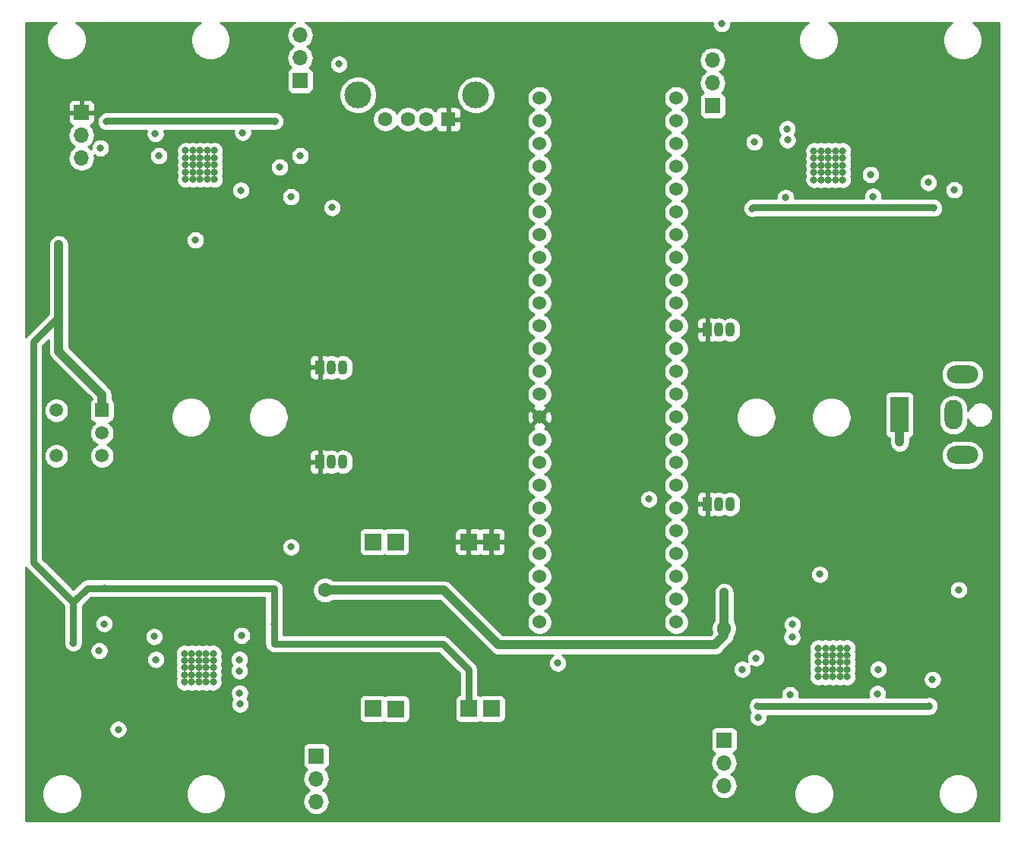
<source format=gbr>
G04 #@! TF.GenerationSoftware,KiCad,Pcbnew,(5.1.4-0)*
G04 #@! TF.CreationDate,2019-12-29T13:39:11-05:00*
G04 #@! TF.ProjectId,eye_driver,6579655f-6472-4697-9665-722e6b696361,rev?*
G04 #@! TF.SameCoordinates,Original*
G04 #@! TF.FileFunction,Copper,L2,Inr*
G04 #@! TF.FilePolarity,Positive*
%FSLAX46Y46*%
G04 Gerber Fmt 4.6, Leading zero omitted, Abs format (unit mm)*
G04 Created by KiCad (PCBNEW (5.1.4-0)) date 2019-12-29 13:39:11*
%MOMM*%
%LPD*%
G04 APERTURE LIST*
%ADD10O,1.700000X1.700000*%
%ADD11R,1.700000X1.700000*%
%ADD12R,1.500000X1.500000*%
%ADD13C,1.500000*%
%ADD14O,3.500000X2.000000*%
%ADD15O,2.000000X3.300000*%
%ADD16R,2.000000X4.000000*%
%ADD17O,1.100000X1.600000*%
%ADD18R,1.100000X1.600000*%
%ADD19C,1.600000*%
%ADD20R,1.600000X1.600000*%
%ADD21C,3.000000*%
%ADD22C,1.530000*%
%ADD23R,1.850000X1.850000*%
%ADD24C,0.800000*%
%ADD25C,0.800000*%
%ADD26C,1.000000*%
%ADD27C,0.254000*%
G04 APERTURE END LIST*
D10*
X99060000Y-78042000D03*
X99060000Y-75502000D03*
D11*
X99060000Y-72962000D03*
D12*
X101346000Y-106172000D03*
D13*
X101346000Y-108712000D03*
X101346000Y-111252000D03*
X96266000Y-106172000D03*
X96266000Y-111252000D03*
D14*
X197246000Y-102180000D03*
X197246000Y-111180000D03*
D15*
X196246000Y-106680000D03*
D16*
X190246000Y-106680000D03*
D10*
X170688000Y-148018000D03*
X170688000Y-145478000D03*
D11*
X170688000Y-142938000D03*
D10*
X125222000Y-149796000D03*
X125222000Y-147256000D03*
D11*
X125222000Y-144716000D03*
D10*
X169418000Y-67120000D03*
X169418000Y-69660000D03*
D11*
X169418000Y-72200000D03*
D10*
X123444000Y-64326000D03*
X123444000Y-66866000D03*
D11*
X123444000Y-69406000D03*
D17*
X128177000Y-111931000D03*
X126907000Y-111931000D03*
D18*
X125637000Y-111931000D03*
D17*
X171357000Y-116621666D03*
X170087000Y-116621666D03*
D18*
X168817000Y-116621666D03*
D17*
X171357000Y-97200333D03*
X170087000Y-97200333D03*
D18*
X168817000Y-97200333D03*
D17*
X128177000Y-101383000D03*
X126907000Y-101383000D03*
D18*
X125637000Y-101383000D03*
D19*
X132954000Y-73724000D03*
X135454000Y-73724000D03*
X137454000Y-73724000D03*
D20*
X139954000Y-73724000D03*
D21*
X143024000Y-71014000D03*
X129884000Y-71014000D03*
D22*
X165354000Y-114554000D03*
X165354000Y-117094000D03*
X165354000Y-119634000D03*
X165354000Y-122174000D03*
X165354000Y-124714000D03*
X165354000Y-127254000D03*
X165354000Y-129794000D03*
X165354000Y-112014000D03*
X165354000Y-109474000D03*
X165354000Y-106934000D03*
X150114000Y-129794000D03*
X150114000Y-127254000D03*
X150114000Y-124714000D03*
X150114000Y-122174000D03*
X150114000Y-119634000D03*
X150114000Y-117094000D03*
X150114000Y-114554000D03*
X150114000Y-112014000D03*
X165354000Y-71374000D03*
X165354000Y-73914000D03*
X165354000Y-76454000D03*
X165354000Y-78994000D03*
X165354000Y-81534000D03*
X165354000Y-84074000D03*
X165354000Y-86614000D03*
X165354000Y-89154000D03*
X165354000Y-91694000D03*
X165354000Y-94234000D03*
X165354000Y-96774000D03*
X165354000Y-99314000D03*
X165354000Y-101854000D03*
X165354000Y-104394000D03*
X150114000Y-109474000D03*
X150114000Y-106934000D03*
X150114000Y-104394000D03*
X150114000Y-101854000D03*
X150114000Y-99314000D03*
X150114000Y-96774000D03*
X150114000Y-94234000D03*
X150114000Y-91694000D03*
X150114000Y-89154000D03*
X150114000Y-86614000D03*
X150114000Y-84074000D03*
X150114000Y-81534000D03*
X150114000Y-78994000D03*
X150114000Y-76454000D03*
X150114000Y-73914000D03*
X150114000Y-71374000D03*
D23*
X131565000Y-139446000D03*
X134115000Y-139471000D03*
X142240000Y-139446000D03*
X144790000Y-139446000D03*
X131565000Y-120846000D03*
X134090000Y-120846000D03*
X142215000Y-120846000D03*
X144765000Y-120846000D03*
D24*
X193908000Y-136192000D03*
X178308000Y-130048000D03*
X174488000Y-140392000D03*
X184398000Y-135892000D03*
X183598000Y-135892000D03*
X182798000Y-135892000D03*
X181998000Y-135892000D03*
X181198000Y-135892000D03*
X184398000Y-135092000D03*
X183598000Y-135092000D03*
X182798000Y-135092000D03*
X181998000Y-135092000D03*
X181198000Y-135092000D03*
X184398000Y-134292000D03*
X183598000Y-134292000D03*
X182798000Y-134292000D03*
X181998000Y-134292000D03*
X181198000Y-134292000D03*
X184398000Y-133492000D03*
X183598000Y-133492000D03*
X182798000Y-133492000D03*
X181998000Y-133492000D03*
X181198000Y-133492000D03*
X184398000Y-132692000D03*
X183598000Y-132692000D03*
X182798000Y-132692000D03*
X181998000Y-132692000D03*
X181198000Y-132692000D03*
X103158000Y-141746000D03*
X101038000Y-132986000D03*
X116738000Y-138946000D03*
X110548000Y-133286000D03*
X111348000Y-133286000D03*
X112148000Y-133286000D03*
X112948000Y-133286000D03*
X113748000Y-133286000D03*
X110548000Y-134086000D03*
X111348000Y-134086000D03*
X112148000Y-134086000D03*
X112948000Y-134086000D03*
X113748000Y-134086000D03*
X110548000Y-134886000D03*
X111348000Y-134886000D03*
X112148000Y-134886000D03*
X112948000Y-134886000D03*
X113748000Y-134886000D03*
X110548000Y-135686000D03*
X111348000Y-135686000D03*
X112148000Y-135686000D03*
X112948000Y-135686000D03*
X113748000Y-135686000D03*
X110548000Y-136486000D03*
X111348000Y-136486000D03*
X112148000Y-136486000D03*
X112948000Y-136486000D03*
X113748000Y-136486000D03*
X193452000Y-80768000D03*
X180702000Y-77248000D03*
X177712000Y-74788000D03*
X180702000Y-79648000D03*
X182302000Y-79648000D03*
X181502000Y-79648000D03*
X183902000Y-80448000D03*
X183102000Y-78848000D03*
X183902000Y-78848000D03*
X182302000Y-78848000D03*
X182302000Y-77248000D03*
X181502000Y-78048000D03*
X183102000Y-77248000D03*
X181502000Y-77248000D03*
X181502000Y-78848000D03*
X183902000Y-77248000D03*
X183102000Y-78048000D03*
X180702000Y-78048000D03*
X180702000Y-78848000D03*
X183902000Y-78048000D03*
X182302000Y-78048000D03*
X180702000Y-80448000D03*
X181502000Y-80448000D03*
X182302000Y-80448000D03*
X183102000Y-80448000D03*
X183902000Y-79648000D03*
X183102000Y-79648000D03*
X101168000Y-76912000D03*
X110678000Y-77212000D03*
X111478000Y-77212000D03*
X112278000Y-77212000D03*
X113078000Y-77212000D03*
X113878000Y-77212000D03*
X110678000Y-78012000D03*
X111478000Y-78012000D03*
X112278000Y-78012000D03*
X113078000Y-78012000D03*
X113878000Y-78012000D03*
X110678000Y-78812000D03*
X111478000Y-78812000D03*
X112278000Y-78812000D03*
X113078000Y-78812000D03*
X113878000Y-78812000D03*
X110678000Y-79612000D03*
X111478000Y-79612000D03*
X112278000Y-79612000D03*
X113078000Y-79612000D03*
X113878000Y-79612000D03*
X110678000Y-80412000D03*
X111478000Y-80412000D03*
X112278000Y-80412000D03*
X113078000Y-80412000D03*
X113878000Y-80412000D03*
X181356000Y-124460000D03*
X174428000Y-139162000D03*
X193548000Y-139128000D03*
X120518000Y-130016000D03*
X101600000Y-129984000D03*
X173812000Y-83678000D03*
X194056000Y-83630000D03*
X120648000Y-73942000D03*
X101854000Y-73978000D03*
X96520000Y-87694000D03*
X98156000Y-132128000D03*
X196352000Y-81608000D03*
X196838000Y-126186000D03*
X178038000Y-137902000D03*
X178258000Y-131472000D03*
X187778000Y-137772000D03*
X116908000Y-131276000D03*
X116688000Y-137706000D03*
X107168000Y-131406000D03*
X187282000Y-82328000D03*
X177542000Y-82458000D03*
X177762000Y-76028000D03*
X116818000Y-81632000D03*
X107298000Y-75332000D03*
X122428000Y-121412000D03*
X122428000Y-82360000D03*
X162306000Y-116078000D03*
X170434000Y-63056000D03*
X117038000Y-75202000D03*
X121157000Y-79057000D03*
X123443000Y-77787000D03*
X107695000Y-77787000D03*
X187017000Y-79893000D03*
X174063000Y-76264000D03*
X116663000Y-135241000D03*
X116663000Y-133971000D03*
X152146000Y-134366000D03*
X107365000Y-133971000D03*
X187868000Y-135064000D03*
X172720000Y-135064000D03*
X174244000Y-133794000D03*
X182626000Y-119570000D03*
X185928000Y-90996000D03*
X98044000Y-90742000D03*
X98298000Y-122364000D03*
X174244000Y-119824000D03*
D19*
X126238000Y-126238000D03*
X170688000Y-130492000D03*
D24*
X127762000Y-67564000D03*
X127000000Y-83566000D03*
X111760000Y-87186000D03*
D25*
X139314000Y-132202000D02*
X120518000Y-132202000D01*
X142240000Y-139446000D02*
X142240000Y-135128000D01*
X142240000Y-135128000D02*
X139314000Y-132202000D01*
X120518000Y-132202000D02*
X120518000Y-126016000D01*
X120650000Y-73914000D02*
X101892000Y-73914000D01*
X173860000Y-83590000D02*
X173812000Y-83638000D01*
X194056000Y-83566000D02*
X173860000Y-83566000D01*
X101632000Y-126016000D02*
X101600000Y-125984000D01*
X120518000Y-126016000D02*
X101632000Y-126016000D01*
X193548000Y-139192000D02*
X174462000Y-139192000D01*
X98156000Y-127562315D02*
X96520000Y-125926315D01*
X98156000Y-128128000D02*
X98156000Y-127562315D01*
X96520000Y-92259685D02*
X96520000Y-95758000D01*
X96520000Y-95758000D02*
X93726000Y-98552000D01*
X93726000Y-123132315D02*
X96520000Y-125926315D01*
X93726000Y-98552000D02*
X93726000Y-123132315D01*
D26*
X96520000Y-92259685D02*
X96520000Y-91694000D01*
X96520000Y-99596000D02*
X96520000Y-92259685D01*
X101346000Y-104422000D02*
X96520000Y-99596000D01*
X101346000Y-106172000D02*
X101346000Y-104422000D01*
D25*
X98156000Y-127562315D02*
X98156000Y-132128000D01*
X99702315Y-126016000D02*
X98156000Y-127562315D01*
X101632000Y-126016000D02*
X99702315Y-126016000D01*
D26*
X96520000Y-91694000D02*
X96520000Y-87694000D01*
X190246000Y-106680000D02*
X190246000Y-109728000D01*
X170688000Y-126492000D02*
X170688000Y-131318000D01*
X170688000Y-131318000D02*
X169672000Y-132334000D01*
X169672000Y-132334000D02*
X145542000Y-132334000D01*
X145542000Y-132334000D02*
X139446000Y-126238000D01*
X139446000Y-126238000D02*
X126238000Y-126238000D01*
D27*
G36*
X96253861Y-62958442D02*
G01*
X95949271Y-63161962D01*
X95637962Y-63473271D01*
X95393369Y-63839331D01*
X95224890Y-64246075D01*
X95139000Y-64677872D01*
X95139000Y-65118128D01*
X95224890Y-65549925D01*
X95393369Y-65956669D01*
X95637962Y-66322729D01*
X95949271Y-66634038D01*
X96315331Y-66878631D01*
X96722075Y-67047110D01*
X97153872Y-67133000D01*
X97594128Y-67133000D01*
X98025925Y-67047110D01*
X98432669Y-66878631D01*
X98798729Y-66634038D01*
X99110038Y-66322729D01*
X99354631Y-65956669D01*
X99523110Y-65549925D01*
X99609000Y-65118128D01*
X99609000Y-64677872D01*
X99523110Y-64246075D01*
X99354631Y-63839331D01*
X99110038Y-63473271D01*
X98798729Y-63161962D01*
X98494701Y-62958817D01*
X112319832Y-62961134D01*
X112019271Y-63161962D01*
X111707962Y-63473271D01*
X111463369Y-63839331D01*
X111294890Y-64246075D01*
X111209000Y-64677872D01*
X111209000Y-65118128D01*
X111294890Y-65549925D01*
X111463369Y-65956669D01*
X111707962Y-66322729D01*
X112019271Y-66634038D01*
X112385331Y-66878631D01*
X112792075Y-67047110D01*
X113223872Y-67133000D01*
X113664128Y-67133000D01*
X114095925Y-67047110D01*
X114502669Y-66878631D01*
X114868729Y-66634038D01*
X115180038Y-66322729D01*
X115424631Y-65956669D01*
X115593110Y-65549925D01*
X115679000Y-65118128D01*
X115679000Y-64677872D01*
X115593110Y-64246075D01*
X115424631Y-63839331D01*
X115180038Y-63473271D01*
X114868729Y-63161962D01*
X114568732Y-62961511D01*
X122843974Y-62962898D01*
X122614986Y-63085294D01*
X122388866Y-63270866D01*
X122203294Y-63496986D01*
X122065401Y-63754966D01*
X121980487Y-64034889D01*
X121951815Y-64326000D01*
X121980487Y-64617111D01*
X122065401Y-64897034D01*
X122203294Y-65155014D01*
X122388866Y-65381134D01*
X122614986Y-65566706D01*
X122669791Y-65596000D01*
X122614986Y-65625294D01*
X122388866Y-65810866D01*
X122203294Y-66036986D01*
X122065401Y-66294966D01*
X121980487Y-66574889D01*
X121951815Y-66866000D01*
X121980487Y-67157111D01*
X122065401Y-67437034D01*
X122203294Y-67695014D01*
X122388866Y-67921134D01*
X122418687Y-67945607D01*
X122349820Y-67966498D01*
X122239506Y-68025463D01*
X122142815Y-68104815D01*
X122063463Y-68201506D01*
X122004498Y-68311820D01*
X121968188Y-68431518D01*
X121955928Y-68556000D01*
X121955928Y-70256000D01*
X121968188Y-70380482D01*
X122004498Y-70500180D01*
X122063463Y-70610494D01*
X122142815Y-70707185D01*
X122239506Y-70786537D01*
X122349820Y-70845502D01*
X122469518Y-70881812D01*
X122594000Y-70894072D01*
X124294000Y-70894072D01*
X124418482Y-70881812D01*
X124538180Y-70845502D01*
X124616345Y-70803721D01*
X127749000Y-70803721D01*
X127749000Y-71224279D01*
X127831047Y-71636756D01*
X127991988Y-72025302D01*
X128225637Y-72374983D01*
X128523017Y-72672363D01*
X128872698Y-72906012D01*
X129261244Y-73066953D01*
X129673721Y-73149000D01*
X130094279Y-73149000D01*
X130506756Y-73066953D01*
X130895302Y-72906012D01*
X131244983Y-72672363D01*
X131542363Y-72374983D01*
X131776012Y-72025302D01*
X131936953Y-71636756D01*
X132019000Y-71224279D01*
X132019000Y-70803721D01*
X140889000Y-70803721D01*
X140889000Y-71224279D01*
X140971047Y-71636756D01*
X141131988Y-72025302D01*
X141365637Y-72374983D01*
X141663017Y-72672363D01*
X142012698Y-72906012D01*
X142401244Y-73066953D01*
X142813721Y-73149000D01*
X143234279Y-73149000D01*
X143646756Y-73066953D01*
X144035302Y-72906012D01*
X144384983Y-72672363D01*
X144682363Y-72374983D01*
X144916012Y-72025302D01*
X145076953Y-71636756D01*
X145156646Y-71236112D01*
X148714000Y-71236112D01*
X148714000Y-71511888D01*
X148767801Y-71782365D01*
X148873336Y-72037149D01*
X149026549Y-72266448D01*
X149221552Y-72461451D01*
X149450851Y-72614664D01*
X149521674Y-72644000D01*
X149450851Y-72673336D01*
X149221552Y-72826549D01*
X149026549Y-73021552D01*
X148873336Y-73250851D01*
X148767801Y-73505635D01*
X148714000Y-73776112D01*
X148714000Y-74051888D01*
X148767801Y-74322365D01*
X148873336Y-74577149D01*
X149026549Y-74806448D01*
X149221552Y-75001451D01*
X149450851Y-75154664D01*
X149521674Y-75184000D01*
X149450851Y-75213336D01*
X149221552Y-75366549D01*
X149026549Y-75561552D01*
X148873336Y-75790851D01*
X148767801Y-76045635D01*
X148714000Y-76316112D01*
X148714000Y-76591888D01*
X148767801Y-76862365D01*
X148873336Y-77117149D01*
X149026549Y-77346448D01*
X149221552Y-77541451D01*
X149450851Y-77694664D01*
X149521674Y-77724000D01*
X149450851Y-77753336D01*
X149221552Y-77906549D01*
X149026549Y-78101552D01*
X148873336Y-78330851D01*
X148767801Y-78585635D01*
X148714000Y-78856112D01*
X148714000Y-79131888D01*
X148767801Y-79402365D01*
X148873336Y-79657149D01*
X149026549Y-79886448D01*
X149221552Y-80081451D01*
X149450851Y-80234664D01*
X149521674Y-80264000D01*
X149450851Y-80293336D01*
X149221552Y-80446549D01*
X149026549Y-80641552D01*
X148873336Y-80870851D01*
X148767801Y-81125635D01*
X148714000Y-81396112D01*
X148714000Y-81671888D01*
X148767801Y-81942365D01*
X148873336Y-82197149D01*
X149026549Y-82426448D01*
X149221552Y-82621451D01*
X149450851Y-82774664D01*
X149521674Y-82804000D01*
X149450851Y-82833336D01*
X149221552Y-82986549D01*
X149026549Y-83181552D01*
X148873336Y-83410851D01*
X148767801Y-83665635D01*
X148714000Y-83936112D01*
X148714000Y-84211888D01*
X148767801Y-84482365D01*
X148873336Y-84737149D01*
X149026549Y-84966448D01*
X149221552Y-85161451D01*
X149450851Y-85314664D01*
X149521674Y-85344000D01*
X149450851Y-85373336D01*
X149221552Y-85526549D01*
X149026549Y-85721552D01*
X148873336Y-85950851D01*
X148767801Y-86205635D01*
X148714000Y-86476112D01*
X148714000Y-86751888D01*
X148767801Y-87022365D01*
X148873336Y-87277149D01*
X149026549Y-87506448D01*
X149221552Y-87701451D01*
X149450851Y-87854664D01*
X149521674Y-87884000D01*
X149450851Y-87913336D01*
X149221552Y-88066549D01*
X149026549Y-88261552D01*
X148873336Y-88490851D01*
X148767801Y-88745635D01*
X148714000Y-89016112D01*
X148714000Y-89291888D01*
X148767801Y-89562365D01*
X148873336Y-89817149D01*
X149026549Y-90046448D01*
X149221552Y-90241451D01*
X149450851Y-90394664D01*
X149521674Y-90424000D01*
X149450851Y-90453336D01*
X149221552Y-90606549D01*
X149026549Y-90801552D01*
X148873336Y-91030851D01*
X148767801Y-91285635D01*
X148714000Y-91556112D01*
X148714000Y-91831888D01*
X148767801Y-92102365D01*
X148873336Y-92357149D01*
X149026549Y-92586448D01*
X149221552Y-92781451D01*
X149450851Y-92934664D01*
X149521674Y-92964000D01*
X149450851Y-92993336D01*
X149221552Y-93146549D01*
X149026549Y-93341552D01*
X148873336Y-93570851D01*
X148767801Y-93825635D01*
X148714000Y-94096112D01*
X148714000Y-94371888D01*
X148767801Y-94642365D01*
X148873336Y-94897149D01*
X149026549Y-95126448D01*
X149221552Y-95321451D01*
X149450851Y-95474664D01*
X149521674Y-95504000D01*
X149450851Y-95533336D01*
X149221552Y-95686549D01*
X149026549Y-95881552D01*
X148873336Y-96110851D01*
X148767801Y-96365635D01*
X148714000Y-96636112D01*
X148714000Y-96911888D01*
X148767801Y-97182365D01*
X148873336Y-97437149D01*
X149026549Y-97666448D01*
X149221552Y-97861451D01*
X149450851Y-98014664D01*
X149521674Y-98044000D01*
X149450851Y-98073336D01*
X149221552Y-98226549D01*
X149026549Y-98421552D01*
X148873336Y-98650851D01*
X148767801Y-98905635D01*
X148714000Y-99176112D01*
X148714000Y-99451888D01*
X148767801Y-99722365D01*
X148873336Y-99977149D01*
X149026549Y-100206448D01*
X149221552Y-100401451D01*
X149450851Y-100554664D01*
X149521674Y-100584000D01*
X149450851Y-100613336D01*
X149221552Y-100766549D01*
X149026549Y-100961552D01*
X148873336Y-101190851D01*
X148767801Y-101445635D01*
X148714000Y-101716112D01*
X148714000Y-101991888D01*
X148767801Y-102262365D01*
X148873336Y-102517149D01*
X149026549Y-102746448D01*
X149221552Y-102941451D01*
X149450851Y-103094664D01*
X149521674Y-103124000D01*
X149450851Y-103153336D01*
X149221552Y-103306549D01*
X149026549Y-103501552D01*
X148873336Y-103730851D01*
X148767801Y-103985635D01*
X148714000Y-104256112D01*
X148714000Y-104531888D01*
X148767801Y-104802365D01*
X148873336Y-105057149D01*
X149026549Y-105286448D01*
X149221552Y-105481451D01*
X149450851Y-105634664D01*
X149515594Y-105661482D01*
X149509928Y-105663522D01*
X149393240Y-105725894D01*
X149325898Y-105966293D01*
X150114000Y-106754395D01*
X150902102Y-105966293D01*
X150834760Y-105725894D01*
X150704664Y-105664688D01*
X150777149Y-105634664D01*
X151006448Y-105481451D01*
X151201451Y-105286448D01*
X151354664Y-105057149D01*
X151460199Y-104802365D01*
X151514000Y-104531888D01*
X151514000Y-104256112D01*
X151460199Y-103985635D01*
X151354664Y-103730851D01*
X151201451Y-103501552D01*
X151006448Y-103306549D01*
X150777149Y-103153336D01*
X150706326Y-103124000D01*
X150777149Y-103094664D01*
X151006448Y-102941451D01*
X151201451Y-102746448D01*
X151354664Y-102517149D01*
X151460199Y-102262365D01*
X151514000Y-101991888D01*
X151514000Y-101716112D01*
X151460199Y-101445635D01*
X151354664Y-101190851D01*
X151201451Y-100961552D01*
X151006448Y-100766549D01*
X150777149Y-100613336D01*
X150706326Y-100584000D01*
X150777149Y-100554664D01*
X151006448Y-100401451D01*
X151201451Y-100206448D01*
X151354664Y-99977149D01*
X151460199Y-99722365D01*
X151514000Y-99451888D01*
X151514000Y-99176112D01*
X151460199Y-98905635D01*
X151354664Y-98650851D01*
X151201451Y-98421552D01*
X151006448Y-98226549D01*
X150777149Y-98073336D01*
X150706326Y-98044000D01*
X150777149Y-98014664D01*
X151006448Y-97861451D01*
X151201451Y-97666448D01*
X151354664Y-97437149D01*
X151460199Y-97182365D01*
X151514000Y-96911888D01*
X151514000Y-96636112D01*
X151460199Y-96365635D01*
X151354664Y-96110851D01*
X151201451Y-95881552D01*
X151006448Y-95686549D01*
X150777149Y-95533336D01*
X150706326Y-95504000D01*
X150777149Y-95474664D01*
X151006448Y-95321451D01*
X151201451Y-95126448D01*
X151354664Y-94897149D01*
X151460199Y-94642365D01*
X151514000Y-94371888D01*
X151514000Y-94096112D01*
X151460199Y-93825635D01*
X151354664Y-93570851D01*
X151201451Y-93341552D01*
X151006448Y-93146549D01*
X150777149Y-92993336D01*
X150706326Y-92964000D01*
X150777149Y-92934664D01*
X151006448Y-92781451D01*
X151201451Y-92586448D01*
X151354664Y-92357149D01*
X151460199Y-92102365D01*
X151514000Y-91831888D01*
X151514000Y-91556112D01*
X151460199Y-91285635D01*
X151354664Y-91030851D01*
X151201451Y-90801552D01*
X151006448Y-90606549D01*
X150777149Y-90453336D01*
X150706326Y-90424000D01*
X150777149Y-90394664D01*
X151006448Y-90241451D01*
X151201451Y-90046448D01*
X151354664Y-89817149D01*
X151460199Y-89562365D01*
X151514000Y-89291888D01*
X151514000Y-89016112D01*
X151460199Y-88745635D01*
X151354664Y-88490851D01*
X151201451Y-88261552D01*
X151006448Y-88066549D01*
X150777149Y-87913336D01*
X150706326Y-87884000D01*
X150777149Y-87854664D01*
X151006448Y-87701451D01*
X151201451Y-87506448D01*
X151354664Y-87277149D01*
X151460199Y-87022365D01*
X151514000Y-86751888D01*
X151514000Y-86476112D01*
X151460199Y-86205635D01*
X151354664Y-85950851D01*
X151201451Y-85721552D01*
X151006448Y-85526549D01*
X150777149Y-85373336D01*
X150706326Y-85344000D01*
X150777149Y-85314664D01*
X151006448Y-85161451D01*
X151201451Y-84966448D01*
X151354664Y-84737149D01*
X151460199Y-84482365D01*
X151514000Y-84211888D01*
X151514000Y-83936112D01*
X151460199Y-83665635D01*
X151354664Y-83410851D01*
X151201451Y-83181552D01*
X151006448Y-82986549D01*
X150777149Y-82833336D01*
X150706326Y-82804000D01*
X150777149Y-82774664D01*
X151006448Y-82621451D01*
X151201451Y-82426448D01*
X151354664Y-82197149D01*
X151460199Y-81942365D01*
X151514000Y-81671888D01*
X151514000Y-81396112D01*
X151460199Y-81125635D01*
X151354664Y-80870851D01*
X151201451Y-80641552D01*
X151006448Y-80446549D01*
X150777149Y-80293336D01*
X150706326Y-80264000D01*
X150777149Y-80234664D01*
X151006448Y-80081451D01*
X151201451Y-79886448D01*
X151354664Y-79657149D01*
X151460199Y-79402365D01*
X151514000Y-79131888D01*
X151514000Y-78856112D01*
X151460199Y-78585635D01*
X151354664Y-78330851D01*
X151201451Y-78101552D01*
X151006448Y-77906549D01*
X150777149Y-77753336D01*
X150706326Y-77724000D01*
X150777149Y-77694664D01*
X151006448Y-77541451D01*
X151201451Y-77346448D01*
X151354664Y-77117149D01*
X151460199Y-76862365D01*
X151514000Y-76591888D01*
X151514000Y-76316112D01*
X151460199Y-76045635D01*
X151354664Y-75790851D01*
X151201451Y-75561552D01*
X151006448Y-75366549D01*
X150777149Y-75213336D01*
X150706326Y-75184000D01*
X150777149Y-75154664D01*
X151006448Y-75001451D01*
X151201451Y-74806448D01*
X151354664Y-74577149D01*
X151460199Y-74322365D01*
X151514000Y-74051888D01*
X151514000Y-73776112D01*
X151460199Y-73505635D01*
X151354664Y-73250851D01*
X151201451Y-73021552D01*
X151006448Y-72826549D01*
X150777149Y-72673336D01*
X150706326Y-72644000D01*
X150777149Y-72614664D01*
X151006448Y-72461451D01*
X151201451Y-72266448D01*
X151354664Y-72037149D01*
X151460199Y-71782365D01*
X151514000Y-71511888D01*
X151514000Y-71236112D01*
X163954000Y-71236112D01*
X163954000Y-71511888D01*
X164007801Y-71782365D01*
X164113336Y-72037149D01*
X164266549Y-72266448D01*
X164461552Y-72461451D01*
X164690851Y-72614664D01*
X164761674Y-72644000D01*
X164690851Y-72673336D01*
X164461552Y-72826549D01*
X164266549Y-73021552D01*
X164113336Y-73250851D01*
X164007801Y-73505635D01*
X163954000Y-73776112D01*
X163954000Y-74051888D01*
X164007801Y-74322365D01*
X164113336Y-74577149D01*
X164266549Y-74806448D01*
X164461552Y-75001451D01*
X164690851Y-75154664D01*
X164761674Y-75184000D01*
X164690851Y-75213336D01*
X164461552Y-75366549D01*
X164266549Y-75561552D01*
X164113336Y-75790851D01*
X164007801Y-76045635D01*
X163954000Y-76316112D01*
X163954000Y-76591888D01*
X164007801Y-76862365D01*
X164113336Y-77117149D01*
X164266549Y-77346448D01*
X164461552Y-77541451D01*
X164690851Y-77694664D01*
X164761674Y-77724000D01*
X164690851Y-77753336D01*
X164461552Y-77906549D01*
X164266549Y-78101552D01*
X164113336Y-78330851D01*
X164007801Y-78585635D01*
X163954000Y-78856112D01*
X163954000Y-79131888D01*
X164007801Y-79402365D01*
X164113336Y-79657149D01*
X164266549Y-79886448D01*
X164461552Y-80081451D01*
X164690851Y-80234664D01*
X164761674Y-80264000D01*
X164690851Y-80293336D01*
X164461552Y-80446549D01*
X164266549Y-80641552D01*
X164113336Y-80870851D01*
X164007801Y-81125635D01*
X163954000Y-81396112D01*
X163954000Y-81671888D01*
X164007801Y-81942365D01*
X164113336Y-82197149D01*
X164266549Y-82426448D01*
X164461552Y-82621451D01*
X164690851Y-82774664D01*
X164761674Y-82804000D01*
X164690851Y-82833336D01*
X164461552Y-82986549D01*
X164266549Y-83181552D01*
X164113336Y-83410851D01*
X164007801Y-83665635D01*
X163954000Y-83936112D01*
X163954000Y-84211888D01*
X164007801Y-84482365D01*
X164113336Y-84737149D01*
X164266549Y-84966448D01*
X164461552Y-85161451D01*
X164690851Y-85314664D01*
X164761674Y-85344000D01*
X164690851Y-85373336D01*
X164461552Y-85526549D01*
X164266549Y-85721552D01*
X164113336Y-85950851D01*
X164007801Y-86205635D01*
X163954000Y-86476112D01*
X163954000Y-86751888D01*
X164007801Y-87022365D01*
X164113336Y-87277149D01*
X164266549Y-87506448D01*
X164461552Y-87701451D01*
X164690851Y-87854664D01*
X164761674Y-87884000D01*
X164690851Y-87913336D01*
X164461552Y-88066549D01*
X164266549Y-88261552D01*
X164113336Y-88490851D01*
X164007801Y-88745635D01*
X163954000Y-89016112D01*
X163954000Y-89291888D01*
X164007801Y-89562365D01*
X164113336Y-89817149D01*
X164266549Y-90046448D01*
X164461552Y-90241451D01*
X164690851Y-90394664D01*
X164761674Y-90424000D01*
X164690851Y-90453336D01*
X164461552Y-90606549D01*
X164266549Y-90801552D01*
X164113336Y-91030851D01*
X164007801Y-91285635D01*
X163954000Y-91556112D01*
X163954000Y-91831888D01*
X164007801Y-92102365D01*
X164113336Y-92357149D01*
X164266549Y-92586448D01*
X164461552Y-92781451D01*
X164690851Y-92934664D01*
X164761674Y-92964000D01*
X164690851Y-92993336D01*
X164461552Y-93146549D01*
X164266549Y-93341552D01*
X164113336Y-93570851D01*
X164007801Y-93825635D01*
X163954000Y-94096112D01*
X163954000Y-94371888D01*
X164007801Y-94642365D01*
X164113336Y-94897149D01*
X164266549Y-95126448D01*
X164461552Y-95321451D01*
X164690851Y-95474664D01*
X164761674Y-95504000D01*
X164690851Y-95533336D01*
X164461552Y-95686549D01*
X164266549Y-95881552D01*
X164113336Y-96110851D01*
X164007801Y-96365635D01*
X163954000Y-96636112D01*
X163954000Y-96911888D01*
X164007801Y-97182365D01*
X164113336Y-97437149D01*
X164266549Y-97666448D01*
X164461552Y-97861451D01*
X164690851Y-98014664D01*
X164761674Y-98044000D01*
X164690851Y-98073336D01*
X164461552Y-98226549D01*
X164266549Y-98421552D01*
X164113336Y-98650851D01*
X164007801Y-98905635D01*
X163954000Y-99176112D01*
X163954000Y-99451888D01*
X164007801Y-99722365D01*
X164113336Y-99977149D01*
X164266549Y-100206448D01*
X164461552Y-100401451D01*
X164690851Y-100554664D01*
X164761674Y-100584000D01*
X164690851Y-100613336D01*
X164461552Y-100766549D01*
X164266549Y-100961552D01*
X164113336Y-101190851D01*
X164007801Y-101445635D01*
X163954000Y-101716112D01*
X163954000Y-101991888D01*
X164007801Y-102262365D01*
X164113336Y-102517149D01*
X164266549Y-102746448D01*
X164461552Y-102941451D01*
X164690851Y-103094664D01*
X164761674Y-103124000D01*
X164690851Y-103153336D01*
X164461552Y-103306549D01*
X164266549Y-103501552D01*
X164113336Y-103730851D01*
X164007801Y-103985635D01*
X163954000Y-104256112D01*
X163954000Y-104531888D01*
X164007801Y-104802365D01*
X164113336Y-105057149D01*
X164266549Y-105286448D01*
X164461552Y-105481451D01*
X164690851Y-105634664D01*
X164761674Y-105664000D01*
X164690851Y-105693336D01*
X164461552Y-105846549D01*
X164266549Y-106041552D01*
X164113336Y-106270851D01*
X164007801Y-106525635D01*
X163954000Y-106796112D01*
X163954000Y-107071888D01*
X164007801Y-107342365D01*
X164113336Y-107597149D01*
X164266549Y-107826448D01*
X164461552Y-108021451D01*
X164690851Y-108174664D01*
X164761674Y-108204000D01*
X164690851Y-108233336D01*
X164461552Y-108386549D01*
X164266549Y-108581552D01*
X164113336Y-108810851D01*
X164007801Y-109065635D01*
X163954000Y-109336112D01*
X163954000Y-109611888D01*
X164007801Y-109882365D01*
X164113336Y-110137149D01*
X164266549Y-110366448D01*
X164461552Y-110561451D01*
X164690851Y-110714664D01*
X164761674Y-110744000D01*
X164690851Y-110773336D01*
X164461552Y-110926549D01*
X164266549Y-111121552D01*
X164113336Y-111350851D01*
X164007801Y-111605635D01*
X163954000Y-111876112D01*
X163954000Y-112151888D01*
X164007801Y-112422365D01*
X164113336Y-112677149D01*
X164266549Y-112906448D01*
X164461552Y-113101451D01*
X164690851Y-113254664D01*
X164761674Y-113284000D01*
X164690851Y-113313336D01*
X164461552Y-113466549D01*
X164266549Y-113661552D01*
X164113336Y-113890851D01*
X164007801Y-114145635D01*
X163954000Y-114416112D01*
X163954000Y-114691888D01*
X164007801Y-114962365D01*
X164113336Y-115217149D01*
X164266549Y-115446448D01*
X164461552Y-115641451D01*
X164690851Y-115794664D01*
X164761674Y-115824000D01*
X164690851Y-115853336D01*
X164461552Y-116006549D01*
X164266549Y-116201552D01*
X164113336Y-116430851D01*
X164007801Y-116685635D01*
X163954000Y-116956112D01*
X163954000Y-117231888D01*
X164007801Y-117502365D01*
X164113336Y-117757149D01*
X164266549Y-117986448D01*
X164461552Y-118181451D01*
X164690851Y-118334664D01*
X164761674Y-118364000D01*
X164690851Y-118393336D01*
X164461552Y-118546549D01*
X164266549Y-118741552D01*
X164113336Y-118970851D01*
X164007801Y-119225635D01*
X163954000Y-119496112D01*
X163954000Y-119771888D01*
X164007801Y-120042365D01*
X164113336Y-120297149D01*
X164266549Y-120526448D01*
X164461552Y-120721451D01*
X164690851Y-120874664D01*
X164761674Y-120904000D01*
X164690851Y-120933336D01*
X164461552Y-121086549D01*
X164266549Y-121281552D01*
X164113336Y-121510851D01*
X164007801Y-121765635D01*
X163954000Y-122036112D01*
X163954000Y-122311888D01*
X164007801Y-122582365D01*
X164113336Y-122837149D01*
X164266549Y-123066448D01*
X164461552Y-123261451D01*
X164690851Y-123414664D01*
X164761674Y-123444000D01*
X164690851Y-123473336D01*
X164461552Y-123626549D01*
X164266549Y-123821552D01*
X164113336Y-124050851D01*
X164007801Y-124305635D01*
X163954000Y-124576112D01*
X163954000Y-124851888D01*
X164007801Y-125122365D01*
X164113336Y-125377149D01*
X164266549Y-125606448D01*
X164461552Y-125801451D01*
X164690851Y-125954664D01*
X164761674Y-125984000D01*
X164690851Y-126013336D01*
X164461552Y-126166549D01*
X164266549Y-126361552D01*
X164113336Y-126590851D01*
X164007801Y-126845635D01*
X163954000Y-127116112D01*
X163954000Y-127391888D01*
X164007801Y-127662365D01*
X164113336Y-127917149D01*
X164266549Y-128146448D01*
X164461552Y-128341451D01*
X164690851Y-128494664D01*
X164761674Y-128524000D01*
X164690851Y-128553336D01*
X164461552Y-128706549D01*
X164266549Y-128901552D01*
X164113336Y-129130851D01*
X164007801Y-129385635D01*
X163954000Y-129656112D01*
X163954000Y-129931888D01*
X164007801Y-130202365D01*
X164113336Y-130457149D01*
X164266549Y-130686448D01*
X164461552Y-130881451D01*
X164690851Y-131034664D01*
X164945635Y-131140199D01*
X165216112Y-131194000D01*
X165491888Y-131194000D01*
X165762365Y-131140199D01*
X166017149Y-131034664D01*
X166246448Y-130881451D01*
X166441451Y-130686448D01*
X166594664Y-130457149D01*
X166700199Y-130202365D01*
X166754000Y-129931888D01*
X166754000Y-129656112D01*
X166700199Y-129385635D01*
X166594664Y-129130851D01*
X166441451Y-128901552D01*
X166246448Y-128706549D01*
X166017149Y-128553336D01*
X165946326Y-128524000D01*
X166017149Y-128494664D01*
X166246448Y-128341451D01*
X166441451Y-128146448D01*
X166594664Y-127917149D01*
X166700199Y-127662365D01*
X166754000Y-127391888D01*
X166754000Y-127116112D01*
X166700199Y-126845635D01*
X166594664Y-126590851D01*
X166441451Y-126361552D01*
X166246448Y-126166549D01*
X166017149Y-126013336D01*
X165946326Y-125984000D01*
X166017149Y-125954664D01*
X166246448Y-125801451D01*
X166441451Y-125606448D01*
X166594664Y-125377149D01*
X166700199Y-125122365D01*
X166754000Y-124851888D01*
X166754000Y-124576112D01*
X166710628Y-124358061D01*
X180321000Y-124358061D01*
X180321000Y-124561939D01*
X180360774Y-124761898D01*
X180438795Y-124950256D01*
X180552063Y-125119774D01*
X180696226Y-125263937D01*
X180865744Y-125377205D01*
X181054102Y-125455226D01*
X181254061Y-125495000D01*
X181457939Y-125495000D01*
X181657898Y-125455226D01*
X181846256Y-125377205D01*
X182015774Y-125263937D01*
X182159937Y-125119774D01*
X182273205Y-124950256D01*
X182351226Y-124761898D01*
X182391000Y-124561939D01*
X182391000Y-124358061D01*
X182351226Y-124158102D01*
X182273205Y-123969744D01*
X182159937Y-123800226D01*
X182015774Y-123656063D01*
X181846256Y-123542795D01*
X181657898Y-123464774D01*
X181457939Y-123425000D01*
X181254061Y-123425000D01*
X181054102Y-123464774D01*
X180865744Y-123542795D01*
X180696226Y-123656063D01*
X180552063Y-123800226D01*
X180438795Y-123969744D01*
X180360774Y-124158102D01*
X180321000Y-124358061D01*
X166710628Y-124358061D01*
X166700199Y-124305635D01*
X166594664Y-124050851D01*
X166441451Y-123821552D01*
X166246448Y-123626549D01*
X166017149Y-123473336D01*
X165946326Y-123444000D01*
X166017149Y-123414664D01*
X166246448Y-123261451D01*
X166441451Y-123066448D01*
X166594664Y-122837149D01*
X166700199Y-122582365D01*
X166754000Y-122311888D01*
X166754000Y-122036112D01*
X166700199Y-121765635D01*
X166594664Y-121510851D01*
X166441451Y-121281552D01*
X166246448Y-121086549D01*
X166017149Y-120933336D01*
X165946326Y-120904000D01*
X166017149Y-120874664D01*
X166246448Y-120721451D01*
X166441451Y-120526448D01*
X166594664Y-120297149D01*
X166700199Y-120042365D01*
X166754000Y-119771888D01*
X166754000Y-119496112D01*
X166700199Y-119225635D01*
X166594664Y-118970851D01*
X166441451Y-118741552D01*
X166246448Y-118546549D01*
X166017149Y-118393336D01*
X165946326Y-118364000D01*
X166017149Y-118334664D01*
X166246448Y-118181451D01*
X166441451Y-117986448D01*
X166594664Y-117757149D01*
X166700199Y-117502365D01*
X166716250Y-117421666D01*
X167628928Y-117421666D01*
X167641188Y-117546148D01*
X167677498Y-117665846D01*
X167736463Y-117776160D01*
X167815815Y-117872851D01*
X167912506Y-117952203D01*
X168022820Y-118011168D01*
X168142518Y-118047478D01*
X168267000Y-118059738D01*
X168531250Y-118056666D01*
X168690000Y-117897916D01*
X168690000Y-116748666D01*
X167790750Y-116748666D01*
X167632000Y-116907416D01*
X167628928Y-117421666D01*
X166716250Y-117421666D01*
X166754000Y-117231888D01*
X166754000Y-116956112D01*
X166700199Y-116685635D01*
X166594664Y-116430851D01*
X166441451Y-116201552D01*
X166246448Y-116006549D01*
X166017149Y-115853336D01*
X165946326Y-115824000D01*
X165951960Y-115821666D01*
X167628928Y-115821666D01*
X167632000Y-116335916D01*
X167790750Y-116494666D01*
X168690000Y-116494666D01*
X168690000Y-116313460D01*
X168902000Y-116313460D01*
X168902000Y-116929873D01*
X168919147Y-117103966D01*
X168944000Y-117185896D01*
X168944000Y-117897916D01*
X169102750Y-118056666D01*
X169367000Y-118059738D01*
X169491482Y-118047478D01*
X169611180Y-118011168D01*
X169665508Y-117982129D01*
X169854701Y-118039519D01*
X170087000Y-118062399D01*
X170319300Y-118039519D01*
X170542674Y-117971760D01*
X170722000Y-117875908D01*
X170901327Y-117971760D01*
X171124701Y-118039519D01*
X171357000Y-118062399D01*
X171589300Y-118039519D01*
X171812674Y-117971760D01*
X172018536Y-117861724D01*
X172198975Y-117713641D01*
X172347058Y-117533202D01*
X172457094Y-117327339D01*
X172524853Y-117103965D01*
X172542000Y-116929872D01*
X172542000Y-116313459D01*
X172524853Y-116139366D01*
X172457094Y-115915992D01*
X172347058Y-115710130D01*
X172198975Y-115529691D01*
X172018535Y-115381608D01*
X171812673Y-115271572D01*
X171589299Y-115203813D01*
X171357000Y-115180933D01*
X171124700Y-115203813D01*
X170901326Y-115271572D01*
X170722000Y-115367424D01*
X170542673Y-115271572D01*
X170319299Y-115203813D01*
X170087000Y-115180933D01*
X169854700Y-115203813D01*
X169665508Y-115261203D01*
X169611180Y-115232164D01*
X169491482Y-115195854D01*
X169367000Y-115183594D01*
X169102750Y-115186666D01*
X168944000Y-115345416D01*
X168944000Y-116057437D01*
X168919147Y-116139367D01*
X168902000Y-116313460D01*
X168690000Y-116313460D01*
X168690000Y-115345416D01*
X168531250Y-115186666D01*
X168267000Y-115183594D01*
X168142518Y-115195854D01*
X168022820Y-115232164D01*
X167912506Y-115291129D01*
X167815815Y-115370481D01*
X167736463Y-115467172D01*
X167677498Y-115577486D01*
X167641188Y-115697184D01*
X167628928Y-115821666D01*
X165951960Y-115821666D01*
X166017149Y-115794664D01*
X166246448Y-115641451D01*
X166441451Y-115446448D01*
X166594664Y-115217149D01*
X166700199Y-114962365D01*
X166754000Y-114691888D01*
X166754000Y-114416112D01*
X166700199Y-114145635D01*
X166594664Y-113890851D01*
X166441451Y-113661552D01*
X166246448Y-113466549D01*
X166017149Y-113313336D01*
X165946326Y-113284000D01*
X166017149Y-113254664D01*
X166246448Y-113101451D01*
X166441451Y-112906448D01*
X166594664Y-112677149D01*
X166700199Y-112422365D01*
X166754000Y-112151888D01*
X166754000Y-111876112D01*
X166700199Y-111605635D01*
X166594664Y-111350851D01*
X166480505Y-111180000D01*
X194853089Y-111180000D01*
X194884657Y-111500516D01*
X194978148Y-111808715D01*
X195129969Y-112092752D01*
X195334286Y-112341714D01*
X195583248Y-112546031D01*
X195867285Y-112697852D01*
X196175484Y-112791343D01*
X196415678Y-112815000D01*
X198076322Y-112815000D01*
X198316516Y-112791343D01*
X198624715Y-112697852D01*
X198908752Y-112546031D01*
X199157714Y-112341714D01*
X199362031Y-112092752D01*
X199513852Y-111808715D01*
X199607343Y-111500516D01*
X199638911Y-111180000D01*
X199607343Y-110859484D01*
X199513852Y-110551285D01*
X199362031Y-110267248D01*
X199157714Y-110018286D01*
X198908752Y-109813969D01*
X198624715Y-109662148D01*
X198316516Y-109568657D01*
X198076322Y-109545000D01*
X196415678Y-109545000D01*
X196175484Y-109568657D01*
X195867285Y-109662148D01*
X195583248Y-109813969D01*
X195334286Y-110018286D01*
X195129969Y-110267248D01*
X194978148Y-110551285D01*
X194884657Y-110859484D01*
X194853089Y-111180000D01*
X166480505Y-111180000D01*
X166441451Y-111121552D01*
X166246448Y-110926549D01*
X166017149Y-110773336D01*
X165946326Y-110744000D01*
X166017149Y-110714664D01*
X166246448Y-110561451D01*
X166441451Y-110366448D01*
X166594664Y-110137149D01*
X166700199Y-109882365D01*
X166754000Y-109611888D01*
X166754000Y-109336112D01*
X166700199Y-109065635D01*
X166594664Y-108810851D01*
X166441451Y-108581552D01*
X166246448Y-108386549D01*
X166017149Y-108233336D01*
X165946326Y-108204000D01*
X166017149Y-108174664D01*
X166246448Y-108021451D01*
X166441451Y-107826448D01*
X166594664Y-107597149D01*
X166700199Y-107342365D01*
X166754000Y-107071888D01*
X166754000Y-106796112D01*
X166737642Y-106713872D01*
X172009000Y-106713872D01*
X172009000Y-107154128D01*
X172094890Y-107585925D01*
X172263369Y-107992669D01*
X172507962Y-108358729D01*
X172819271Y-108670038D01*
X173185331Y-108914631D01*
X173592075Y-109083110D01*
X174023872Y-109169000D01*
X174464128Y-109169000D01*
X174895925Y-109083110D01*
X175302669Y-108914631D01*
X175668729Y-108670038D01*
X175980038Y-108358729D01*
X176224631Y-107992669D01*
X176393110Y-107585925D01*
X176479000Y-107154128D01*
X176479000Y-106713872D01*
X180391000Y-106713872D01*
X180391000Y-107154128D01*
X180476890Y-107585925D01*
X180645369Y-107992669D01*
X180889962Y-108358729D01*
X181201271Y-108670038D01*
X181567331Y-108914631D01*
X181974075Y-109083110D01*
X182405872Y-109169000D01*
X182846128Y-109169000D01*
X183277925Y-109083110D01*
X183684669Y-108914631D01*
X184050729Y-108670038D01*
X184362038Y-108358729D01*
X184606631Y-107992669D01*
X184775110Y-107585925D01*
X184861000Y-107154128D01*
X184861000Y-106713872D01*
X184775110Y-106282075D01*
X184606631Y-105875331D01*
X184362038Y-105509271D01*
X184050729Y-105197962D01*
X183684669Y-104953369D01*
X183277925Y-104784890D01*
X182846128Y-104699000D01*
X182405872Y-104699000D01*
X181974075Y-104784890D01*
X181567331Y-104953369D01*
X181201271Y-105197962D01*
X180889962Y-105509271D01*
X180645369Y-105875331D01*
X180476890Y-106282075D01*
X180391000Y-106713872D01*
X176479000Y-106713872D01*
X176393110Y-106282075D01*
X176224631Y-105875331D01*
X175980038Y-105509271D01*
X175668729Y-105197962D01*
X175302669Y-104953369D01*
X174895925Y-104784890D01*
X174464128Y-104699000D01*
X174023872Y-104699000D01*
X173592075Y-104784890D01*
X173185331Y-104953369D01*
X172819271Y-105197962D01*
X172507962Y-105509271D01*
X172263369Y-105875331D01*
X172094890Y-106282075D01*
X172009000Y-106713872D01*
X166737642Y-106713872D01*
X166700199Y-106525635D01*
X166594664Y-106270851D01*
X166441451Y-106041552D01*
X166246448Y-105846549D01*
X166017149Y-105693336D01*
X165946326Y-105664000D01*
X166017149Y-105634664D01*
X166246448Y-105481451D01*
X166441451Y-105286448D01*
X166594664Y-105057149D01*
X166700199Y-104802365D01*
X166724538Y-104680000D01*
X188607928Y-104680000D01*
X188607928Y-108680000D01*
X188620188Y-108804482D01*
X188656498Y-108924180D01*
X188715463Y-109034494D01*
X188794815Y-109131185D01*
X188891506Y-109210537D01*
X189001820Y-109269502D01*
X189111001Y-109302622D01*
X189111001Y-109783752D01*
X189127424Y-109950499D01*
X189192325Y-110164447D01*
X189297717Y-110361623D01*
X189439552Y-110534449D01*
X189612378Y-110676284D01*
X189809554Y-110781676D01*
X190023502Y-110846577D01*
X190246000Y-110868491D01*
X190468499Y-110846577D01*
X190682447Y-110781676D01*
X190879623Y-110676284D01*
X191052449Y-110534449D01*
X191194284Y-110361623D01*
X191299676Y-110164447D01*
X191364577Y-109950499D01*
X191381000Y-109783752D01*
X191381000Y-109302621D01*
X191490180Y-109269502D01*
X191600494Y-109210537D01*
X191697185Y-109131185D01*
X191776537Y-109034494D01*
X191835502Y-108924180D01*
X191871812Y-108804482D01*
X191884072Y-108680000D01*
X191884072Y-105949679D01*
X194611000Y-105949679D01*
X194611000Y-107410322D01*
X194634657Y-107650516D01*
X194728149Y-107958715D01*
X194879970Y-108242752D01*
X195084287Y-108491714D01*
X195333249Y-108696031D01*
X195617286Y-108847852D01*
X195925485Y-108941343D01*
X196246000Y-108972911D01*
X196566516Y-108941343D01*
X196874715Y-108847852D01*
X197158752Y-108696031D01*
X197407714Y-108491714D01*
X197612031Y-108242752D01*
X197763852Y-107958715D01*
X197857343Y-107650516D01*
X197881000Y-107410322D01*
X197881000Y-107134432D01*
X197974320Y-107359727D01*
X198131363Y-107594759D01*
X198331241Y-107794637D01*
X198566273Y-107951680D01*
X198827426Y-108059853D01*
X199104665Y-108115000D01*
X199387335Y-108115000D01*
X199664574Y-108059853D01*
X199925727Y-107951680D01*
X200160759Y-107794637D01*
X200360637Y-107594759D01*
X200517680Y-107359727D01*
X200625853Y-107098574D01*
X200681000Y-106821335D01*
X200681000Y-106538665D01*
X200625853Y-106261426D01*
X200517680Y-106000273D01*
X200360637Y-105765241D01*
X200160759Y-105565363D01*
X199925727Y-105408320D01*
X199664574Y-105300147D01*
X199387335Y-105245000D01*
X199104665Y-105245000D01*
X198827426Y-105300147D01*
X198566273Y-105408320D01*
X198331241Y-105565363D01*
X198131363Y-105765241D01*
X197974320Y-106000273D01*
X197881000Y-106225568D01*
X197881000Y-105949678D01*
X197857343Y-105709484D01*
X197763852Y-105401285D01*
X197612031Y-105117248D01*
X197407714Y-104868286D01*
X197158751Y-104663969D01*
X196874714Y-104512148D01*
X196566515Y-104418657D01*
X196246000Y-104387089D01*
X195925484Y-104418657D01*
X195617285Y-104512148D01*
X195333248Y-104663969D01*
X195084286Y-104868286D01*
X194879969Y-105117249D01*
X194728148Y-105401286D01*
X194634657Y-105709485D01*
X194611000Y-105949679D01*
X191884072Y-105949679D01*
X191884072Y-104680000D01*
X191871812Y-104555518D01*
X191835502Y-104435820D01*
X191776537Y-104325506D01*
X191697185Y-104228815D01*
X191600494Y-104149463D01*
X191490180Y-104090498D01*
X191370482Y-104054188D01*
X191246000Y-104041928D01*
X189246000Y-104041928D01*
X189121518Y-104054188D01*
X189001820Y-104090498D01*
X188891506Y-104149463D01*
X188794815Y-104228815D01*
X188715463Y-104325506D01*
X188656498Y-104435820D01*
X188620188Y-104555518D01*
X188607928Y-104680000D01*
X166724538Y-104680000D01*
X166754000Y-104531888D01*
X166754000Y-104256112D01*
X166700199Y-103985635D01*
X166594664Y-103730851D01*
X166441451Y-103501552D01*
X166246448Y-103306549D01*
X166017149Y-103153336D01*
X165946326Y-103124000D01*
X166017149Y-103094664D01*
X166246448Y-102941451D01*
X166441451Y-102746448D01*
X166594664Y-102517149D01*
X166700199Y-102262365D01*
X166716582Y-102180000D01*
X194853089Y-102180000D01*
X194884657Y-102500516D01*
X194978148Y-102808715D01*
X195129969Y-103092752D01*
X195334286Y-103341714D01*
X195583248Y-103546031D01*
X195867285Y-103697852D01*
X196175484Y-103791343D01*
X196415678Y-103815000D01*
X198076322Y-103815000D01*
X198316516Y-103791343D01*
X198624715Y-103697852D01*
X198908752Y-103546031D01*
X199157714Y-103341714D01*
X199362031Y-103092752D01*
X199513852Y-102808715D01*
X199607343Y-102500516D01*
X199638911Y-102180000D01*
X199607343Y-101859484D01*
X199513852Y-101551285D01*
X199362031Y-101267248D01*
X199157714Y-101018286D01*
X198908752Y-100813969D01*
X198624715Y-100662148D01*
X198316516Y-100568657D01*
X198076322Y-100545000D01*
X196415678Y-100545000D01*
X196175484Y-100568657D01*
X195867285Y-100662148D01*
X195583248Y-100813969D01*
X195334286Y-101018286D01*
X195129969Y-101267248D01*
X194978148Y-101551285D01*
X194884657Y-101859484D01*
X194853089Y-102180000D01*
X166716582Y-102180000D01*
X166754000Y-101991888D01*
X166754000Y-101716112D01*
X166700199Y-101445635D01*
X166594664Y-101190851D01*
X166441451Y-100961552D01*
X166246448Y-100766549D01*
X166017149Y-100613336D01*
X165946326Y-100584000D01*
X166017149Y-100554664D01*
X166246448Y-100401451D01*
X166441451Y-100206448D01*
X166594664Y-99977149D01*
X166700199Y-99722365D01*
X166754000Y-99451888D01*
X166754000Y-99176112D01*
X166700199Y-98905635D01*
X166594664Y-98650851D01*
X166441451Y-98421552D01*
X166246448Y-98226549D01*
X166017149Y-98073336D01*
X165946326Y-98044000D01*
X166017149Y-98014664D01*
X166038596Y-98000333D01*
X167628928Y-98000333D01*
X167641188Y-98124815D01*
X167677498Y-98244513D01*
X167736463Y-98354827D01*
X167815815Y-98451518D01*
X167912506Y-98530870D01*
X168022820Y-98589835D01*
X168142518Y-98626145D01*
X168267000Y-98638405D01*
X168531250Y-98635333D01*
X168690000Y-98476583D01*
X168690000Y-97327333D01*
X167790750Y-97327333D01*
X167632000Y-97486083D01*
X167628928Y-98000333D01*
X166038596Y-98000333D01*
X166246448Y-97861451D01*
X166441451Y-97666448D01*
X166594664Y-97437149D01*
X166700199Y-97182365D01*
X166754000Y-96911888D01*
X166754000Y-96636112D01*
X166707101Y-96400333D01*
X167628928Y-96400333D01*
X167632000Y-96914583D01*
X167790750Y-97073333D01*
X168690000Y-97073333D01*
X168690000Y-96892127D01*
X168902000Y-96892127D01*
X168902000Y-97508540D01*
X168919147Y-97682633D01*
X168944000Y-97764563D01*
X168944000Y-98476583D01*
X169102750Y-98635333D01*
X169367000Y-98638405D01*
X169491482Y-98626145D01*
X169611180Y-98589835D01*
X169665508Y-98560796D01*
X169854701Y-98618186D01*
X170087000Y-98641066D01*
X170319300Y-98618186D01*
X170542674Y-98550427D01*
X170722000Y-98454575D01*
X170901327Y-98550427D01*
X171124701Y-98618186D01*
X171357000Y-98641066D01*
X171589300Y-98618186D01*
X171812674Y-98550427D01*
X172018536Y-98440391D01*
X172198975Y-98292308D01*
X172347058Y-98111869D01*
X172457094Y-97906006D01*
X172524853Y-97682632D01*
X172542000Y-97508539D01*
X172542000Y-96892126D01*
X172524853Y-96718033D01*
X172457094Y-96494659D01*
X172347058Y-96288797D01*
X172198975Y-96108358D01*
X172018535Y-95960275D01*
X171812673Y-95850239D01*
X171589299Y-95782480D01*
X171357000Y-95759600D01*
X171124700Y-95782480D01*
X170901326Y-95850239D01*
X170722000Y-95946091D01*
X170542673Y-95850239D01*
X170319299Y-95782480D01*
X170087000Y-95759600D01*
X169854700Y-95782480D01*
X169665508Y-95839870D01*
X169611180Y-95810831D01*
X169491482Y-95774521D01*
X169367000Y-95762261D01*
X169102750Y-95765333D01*
X168944000Y-95924083D01*
X168944000Y-96636104D01*
X168919147Y-96718034D01*
X168902000Y-96892127D01*
X168690000Y-96892127D01*
X168690000Y-95924083D01*
X168531250Y-95765333D01*
X168267000Y-95762261D01*
X168142518Y-95774521D01*
X168022820Y-95810831D01*
X167912506Y-95869796D01*
X167815815Y-95949148D01*
X167736463Y-96045839D01*
X167677498Y-96156153D01*
X167641188Y-96275851D01*
X167628928Y-96400333D01*
X166707101Y-96400333D01*
X166700199Y-96365635D01*
X166594664Y-96110851D01*
X166441451Y-95881552D01*
X166246448Y-95686549D01*
X166017149Y-95533336D01*
X165946326Y-95504000D01*
X166017149Y-95474664D01*
X166246448Y-95321451D01*
X166441451Y-95126448D01*
X166594664Y-94897149D01*
X166700199Y-94642365D01*
X166754000Y-94371888D01*
X166754000Y-94096112D01*
X166700199Y-93825635D01*
X166594664Y-93570851D01*
X166441451Y-93341552D01*
X166246448Y-93146549D01*
X166017149Y-92993336D01*
X165946326Y-92964000D01*
X166017149Y-92934664D01*
X166246448Y-92781451D01*
X166441451Y-92586448D01*
X166594664Y-92357149D01*
X166700199Y-92102365D01*
X166754000Y-91831888D01*
X166754000Y-91556112D01*
X166700199Y-91285635D01*
X166594664Y-91030851D01*
X166441451Y-90801552D01*
X166246448Y-90606549D01*
X166017149Y-90453336D01*
X165946326Y-90424000D01*
X166017149Y-90394664D01*
X166246448Y-90241451D01*
X166441451Y-90046448D01*
X166594664Y-89817149D01*
X166700199Y-89562365D01*
X166754000Y-89291888D01*
X166754000Y-89016112D01*
X166700199Y-88745635D01*
X166594664Y-88490851D01*
X166441451Y-88261552D01*
X166246448Y-88066549D01*
X166017149Y-87913336D01*
X165946326Y-87884000D01*
X166017149Y-87854664D01*
X166246448Y-87701451D01*
X166441451Y-87506448D01*
X166594664Y-87277149D01*
X166700199Y-87022365D01*
X166754000Y-86751888D01*
X166754000Y-86476112D01*
X166700199Y-86205635D01*
X166594664Y-85950851D01*
X166441451Y-85721552D01*
X166246448Y-85526549D01*
X166017149Y-85373336D01*
X165946326Y-85344000D01*
X166017149Y-85314664D01*
X166246448Y-85161451D01*
X166441451Y-84966448D01*
X166594664Y-84737149D01*
X166700199Y-84482365D01*
X166754000Y-84211888D01*
X166754000Y-83936112D01*
X166700199Y-83665635D01*
X166688753Y-83638000D01*
X172771994Y-83638000D01*
X172777000Y-83688828D01*
X172777000Y-83779939D01*
X172816774Y-83979898D01*
X172894795Y-84168256D01*
X173008063Y-84337774D01*
X173152226Y-84481937D01*
X173321744Y-84595205D01*
X173510102Y-84673226D01*
X173710061Y-84713000D01*
X173913939Y-84713000D01*
X174113898Y-84673226D01*
X174288266Y-84601000D01*
X193695616Y-84601000D01*
X193754102Y-84625226D01*
X193954061Y-84665000D01*
X194157939Y-84665000D01*
X194357898Y-84625226D01*
X194546256Y-84547205D01*
X194715774Y-84433937D01*
X194859937Y-84289774D01*
X194973205Y-84120256D01*
X195051226Y-83931898D01*
X195091000Y-83731939D01*
X195091000Y-83616838D01*
X195096007Y-83566000D01*
X195076024Y-83363105D01*
X195016841Y-83168007D01*
X194920734Y-82988203D01*
X194791396Y-82830604D01*
X194633797Y-82701266D01*
X194453993Y-82605159D01*
X194258895Y-82545976D01*
X194106838Y-82531000D01*
X188296898Y-82531000D01*
X188317000Y-82429939D01*
X188317000Y-82226061D01*
X188277226Y-82026102D01*
X188199205Y-81837744D01*
X188085937Y-81668226D01*
X187941774Y-81524063D01*
X187772256Y-81410795D01*
X187583898Y-81332774D01*
X187383939Y-81293000D01*
X187180061Y-81293000D01*
X186980102Y-81332774D01*
X186791744Y-81410795D01*
X186622226Y-81524063D01*
X186478063Y-81668226D01*
X186364795Y-81837744D01*
X186286774Y-82026102D01*
X186247000Y-82226061D01*
X186247000Y-82429939D01*
X186267102Y-82531000D01*
X178577000Y-82531000D01*
X178577000Y-82356061D01*
X178537226Y-82156102D01*
X178459205Y-81967744D01*
X178345937Y-81798226D01*
X178201774Y-81654063D01*
X178032256Y-81540795D01*
X177843898Y-81462774D01*
X177643939Y-81423000D01*
X177440061Y-81423000D01*
X177240102Y-81462774D01*
X177051744Y-81540795D01*
X176882226Y-81654063D01*
X176738063Y-81798226D01*
X176624795Y-81967744D01*
X176546774Y-82156102D01*
X176507000Y-82356061D01*
X176507000Y-82531000D01*
X173809162Y-82531000D01*
X173657105Y-82545976D01*
X173462007Y-82605159D01*
X173282203Y-82701266D01*
X173124604Y-82830604D01*
X172995266Y-82988203D01*
X172974554Y-83026953D01*
X172947266Y-83060203D01*
X172851160Y-83240007D01*
X172791977Y-83435105D01*
X172779168Y-83565164D01*
X172777000Y-83576061D01*
X172777000Y-83587172D01*
X172771994Y-83638000D01*
X166688753Y-83638000D01*
X166594664Y-83410851D01*
X166441451Y-83181552D01*
X166246448Y-82986549D01*
X166017149Y-82833336D01*
X165946326Y-82804000D01*
X166017149Y-82774664D01*
X166246448Y-82621451D01*
X166441451Y-82426448D01*
X166594664Y-82197149D01*
X166700199Y-81942365D01*
X166754000Y-81671888D01*
X166754000Y-81396112D01*
X166700199Y-81125635D01*
X166594664Y-80870851D01*
X166441451Y-80641552D01*
X166246448Y-80446549D01*
X166017149Y-80293336D01*
X165946326Y-80264000D01*
X166017149Y-80234664D01*
X166246448Y-80081451D01*
X166441451Y-79886448D01*
X166594664Y-79657149D01*
X166700199Y-79402365D01*
X166754000Y-79131888D01*
X166754000Y-78856112D01*
X166700199Y-78585635D01*
X166594664Y-78330851D01*
X166441451Y-78101552D01*
X166246448Y-77906549D01*
X166017149Y-77753336D01*
X165946326Y-77724000D01*
X166017149Y-77694664D01*
X166246448Y-77541451D01*
X166441451Y-77346448D01*
X166594664Y-77117149D01*
X166700199Y-76862365D01*
X166754000Y-76591888D01*
X166754000Y-76316112D01*
X166723358Y-76162061D01*
X173028000Y-76162061D01*
X173028000Y-76365939D01*
X173067774Y-76565898D01*
X173145795Y-76754256D01*
X173259063Y-76923774D01*
X173403226Y-77067937D01*
X173572744Y-77181205D01*
X173761102Y-77259226D01*
X173961061Y-77299000D01*
X174164939Y-77299000D01*
X174364898Y-77259226D01*
X174553256Y-77181205D01*
X174605852Y-77146061D01*
X179667000Y-77146061D01*
X179667000Y-77349939D01*
X179706774Y-77549898D01*
X179747409Y-77648000D01*
X179706774Y-77746102D01*
X179667000Y-77946061D01*
X179667000Y-78149939D01*
X179706774Y-78349898D01*
X179747409Y-78448000D01*
X179706774Y-78546102D01*
X179667000Y-78746061D01*
X179667000Y-78949939D01*
X179706774Y-79149898D01*
X179747409Y-79248000D01*
X179706774Y-79346102D01*
X179667000Y-79546061D01*
X179667000Y-79749939D01*
X179706774Y-79949898D01*
X179747409Y-80048000D01*
X179706774Y-80146102D01*
X179667000Y-80346061D01*
X179667000Y-80549939D01*
X179706774Y-80749898D01*
X179784795Y-80938256D01*
X179898063Y-81107774D01*
X180042226Y-81251937D01*
X180211744Y-81365205D01*
X180400102Y-81443226D01*
X180600061Y-81483000D01*
X180803939Y-81483000D01*
X181003898Y-81443226D01*
X181102000Y-81402591D01*
X181200102Y-81443226D01*
X181400061Y-81483000D01*
X181603939Y-81483000D01*
X181803898Y-81443226D01*
X181902000Y-81402591D01*
X182000102Y-81443226D01*
X182200061Y-81483000D01*
X182403939Y-81483000D01*
X182603898Y-81443226D01*
X182702000Y-81402591D01*
X182800102Y-81443226D01*
X183000061Y-81483000D01*
X183203939Y-81483000D01*
X183403898Y-81443226D01*
X183502000Y-81402591D01*
X183600102Y-81443226D01*
X183800061Y-81483000D01*
X184003939Y-81483000D01*
X184203898Y-81443226D01*
X184392256Y-81365205D01*
X184561774Y-81251937D01*
X184705937Y-81107774D01*
X184819205Y-80938256D01*
X184897226Y-80749898D01*
X184937000Y-80549939D01*
X184937000Y-80346061D01*
X184897226Y-80146102D01*
X184856591Y-80048000D01*
X184897226Y-79949898D01*
X184928820Y-79791061D01*
X185982000Y-79791061D01*
X185982000Y-79994939D01*
X186021774Y-80194898D01*
X186099795Y-80383256D01*
X186213063Y-80552774D01*
X186357226Y-80696937D01*
X186526744Y-80810205D01*
X186715102Y-80888226D01*
X186915061Y-80928000D01*
X187118939Y-80928000D01*
X187318898Y-80888226D01*
X187507256Y-80810205D01*
X187676774Y-80696937D01*
X187707650Y-80666061D01*
X192417000Y-80666061D01*
X192417000Y-80869939D01*
X192456774Y-81069898D01*
X192534795Y-81258256D01*
X192648063Y-81427774D01*
X192792226Y-81571937D01*
X192961744Y-81685205D01*
X193150102Y-81763226D01*
X193350061Y-81803000D01*
X193553939Y-81803000D01*
X193753898Y-81763226D01*
X193942256Y-81685205D01*
X194111774Y-81571937D01*
X194177650Y-81506061D01*
X195317000Y-81506061D01*
X195317000Y-81709939D01*
X195356774Y-81909898D01*
X195434795Y-82098256D01*
X195548063Y-82267774D01*
X195692226Y-82411937D01*
X195861744Y-82525205D01*
X196050102Y-82603226D01*
X196250061Y-82643000D01*
X196453939Y-82643000D01*
X196653898Y-82603226D01*
X196842256Y-82525205D01*
X197011774Y-82411937D01*
X197155937Y-82267774D01*
X197269205Y-82098256D01*
X197347226Y-81909898D01*
X197387000Y-81709939D01*
X197387000Y-81506061D01*
X197347226Y-81306102D01*
X197269205Y-81117744D01*
X197155937Y-80948226D01*
X197011774Y-80804063D01*
X196842256Y-80690795D01*
X196653898Y-80612774D01*
X196453939Y-80573000D01*
X196250061Y-80573000D01*
X196050102Y-80612774D01*
X195861744Y-80690795D01*
X195692226Y-80804063D01*
X195548063Y-80948226D01*
X195434795Y-81117744D01*
X195356774Y-81306102D01*
X195317000Y-81506061D01*
X194177650Y-81506061D01*
X194255937Y-81427774D01*
X194369205Y-81258256D01*
X194447226Y-81069898D01*
X194487000Y-80869939D01*
X194487000Y-80666061D01*
X194447226Y-80466102D01*
X194369205Y-80277744D01*
X194255937Y-80108226D01*
X194111774Y-79964063D01*
X193942256Y-79850795D01*
X193753898Y-79772774D01*
X193553939Y-79733000D01*
X193350061Y-79733000D01*
X193150102Y-79772774D01*
X192961744Y-79850795D01*
X192792226Y-79964063D01*
X192648063Y-80108226D01*
X192534795Y-80277744D01*
X192456774Y-80466102D01*
X192417000Y-80666061D01*
X187707650Y-80666061D01*
X187820937Y-80552774D01*
X187934205Y-80383256D01*
X188012226Y-80194898D01*
X188052000Y-79994939D01*
X188052000Y-79791061D01*
X188012226Y-79591102D01*
X187934205Y-79402744D01*
X187820937Y-79233226D01*
X187676774Y-79089063D01*
X187507256Y-78975795D01*
X187318898Y-78897774D01*
X187118939Y-78858000D01*
X186915061Y-78858000D01*
X186715102Y-78897774D01*
X186526744Y-78975795D01*
X186357226Y-79089063D01*
X186213063Y-79233226D01*
X186099795Y-79402744D01*
X186021774Y-79591102D01*
X185982000Y-79791061D01*
X184928820Y-79791061D01*
X184937000Y-79749939D01*
X184937000Y-79546061D01*
X184897226Y-79346102D01*
X184856591Y-79248000D01*
X184897226Y-79149898D01*
X184937000Y-78949939D01*
X184937000Y-78746061D01*
X184897226Y-78546102D01*
X184856591Y-78448000D01*
X184897226Y-78349898D01*
X184937000Y-78149939D01*
X184937000Y-77946061D01*
X184897226Y-77746102D01*
X184856591Y-77648000D01*
X184897226Y-77549898D01*
X184937000Y-77349939D01*
X184937000Y-77146061D01*
X184897226Y-76946102D01*
X184819205Y-76757744D01*
X184705937Y-76588226D01*
X184561774Y-76444063D01*
X184392256Y-76330795D01*
X184203898Y-76252774D01*
X184003939Y-76213000D01*
X183800061Y-76213000D01*
X183600102Y-76252774D01*
X183502000Y-76293409D01*
X183403898Y-76252774D01*
X183203939Y-76213000D01*
X183000061Y-76213000D01*
X182800102Y-76252774D01*
X182702000Y-76293409D01*
X182603898Y-76252774D01*
X182403939Y-76213000D01*
X182200061Y-76213000D01*
X182000102Y-76252774D01*
X181902000Y-76293409D01*
X181803898Y-76252774D01*
X181603939Y-76213000D01*
X181400061Y-76213000D01*
X181200102Y-76252774D01*
X181102000Y-76293409D01*
X181003898Y-76252774D01*
X180803939Y-76213000D01*
X180600061Y-76213000D01*
X180400102Y-76252774D01*
X180211744Y-76330795D01*
X180042226Y-76444063D01*
X179898063Y-76588226D01*
X179784795Y-76757744D01*
X179706774Y-76946102D01*
X179667000Y-77146061D01*
X174605852Y-77146061D01*
X174722774Y-77067937D01*
X174866937Y-76923774D01*
X174980205Y-76754256D01*
X175058226Y-76565898D01*
X175098000Y-76365939D01*
X175098000Y-76162061D01*
X175058226Y-75962102D01*
X174980205Y-75773744D01*
X174866937Y-75604226D01*
X174722774Y-75460063D01*
X174553256Y-75346795D01*
X174364898Y-75268774D01*
X174164939Y-75229000D01*
X173961061Y-75229000D01*
X173761102Y-75268774D01*
X173572744Y-75346795D01*
X173403226Y-75460063D01*
X173259063Y-75604226D01*
X173145795Y-75773744D01*
X173067774Y-75962102D01*
X173028000Y-76162061D01*
X166723358Y-76162061D01*
X166700199Y-76045635D01*
X166594664Y-75790851D01*
X166441451Y-75561552D01*
X166246448Y-75366549D01*
X166017149Y-75213336D01*
X165946326Y-75184000D01*
X166017149Y-75154664D01*
X166246448Y-75001451D01*
X166441451Y-74806448D01*
X166521891Y-74686061D01*
X176677000Y-74686061D01*
X176677000Y-74889939D01*
X176716774Y-75089898D01*
X176794795Y-75278256D01*
X176906487Y-75445415D01*
X176844795Y-75537744D01*
X176766774Y-75726102D01*
X176727000Y-75926061D01*
X176727000Y-76129939D01*
X176766774Y-76329898D01*
X176844795Y-76518256D01*
X176958063Y-76687774D01*
X177102226Y-76831937D01*
X177271744Y-76945205D01*
X177460102Y-77023226D01*
X177660061Y-77063000D01*
X177863939Y-77063000D01*
X178063898Y-77023226D01*
X178252256Y-76945205D01*
X178421774Y-76831937D01*
X178565937Y-76687774D01*
X178679205Y-76518256D01*
X178757226Y-76329898D01*
X178797000Y-76129939D01*
X178797000Y-75926061D01*
X178757226Y-75726102D01*
X178679205Y-75537744D01*
X178567513Y-75370585D01*
X178629205Y-75278256D01*
X178707226Y-75089898D01*
X178747000Y-74889939D01*
X178747000Y-74686061D01*
X178707226Y-74486102D01*
X178629205Y-74297744D01*
X178515937Y-74128226D01*
X178371774Y-73984063D01*
X178202256Y-73870795D01*
X178013898Y-73792774D01*
X177813939Y-73753000D01*
X177610061Y-73753000D01*
X177410102Y-73792774D01*
X177221744Y-73870795D01*
X177052226Y-73984063D01*
X176908063Y-74128226D01*
X176794795Y-74297744D01*
X176716774Y-74486102D01*
X176677000Y-74686061D01*
X166521891Y-74686061D01*
X166594664Y-74577149D01*
X166700199Y-74322365D01*
X166754000Y-74051888D01*
X166754000Y-73776112D01*
X166700199Y-73505635D01*
X166594664Y-73250851D01*
X166441451Y-73021552D01*
X166246448Y-72826549D01*
X166017149Y-72673336D01*
X165946326Y-72644000D01*
X166017149Y-72614664D01*
X166246448Y-72461451D01*
X166441451Y-72266448D01*
X166594664Y-72037149D01*
X166700199Y-71782365D01*
X166754000Y-71511888D01*
X166754000Y-71236112D01*
X166700199Y-70965635D01*
X166594664Y-70710851D01*
X166441451Y-70481552D01*
X166246448Y-70286549D01*
X166017149Y-70133336D01*
X165762365Y-70027801D01*
X165491888Y-69974000D01*
X165216112Y-69974000D01*
X164945635Y-70027801D01*
X164690851Y-70133336D01*
X164461552Y-70286549D01*
X164266549Y-70481552D01*
X164113336Y-70710851D01*
X164007801Y-70965635D01*
X163954000Y-71236112D01*
X151514000Y-71236112D01*
X151460199Y-70965635D01*
X151354664Y-70710851D01*
X151201451Y-70481552D01*
X151006448Y-70286549D01*
X150777149Y-70133336D01*
X150522365Y-70027801D01*
X150251888Y-69974000D01*
X149976112Y-69974000D01*
X149705635Y-70027801D01*
X149450851Y-70133336D01*
X149221552Y-70286549D01*
X149026549Y-70481552D01*
X148873336Y-70710851D01*
X148767801Y-70965635D01*
X148714000Y-71236112D01*
X145156646Y-71236112D01*
X145159000Y-71224279D01*
X145159000Y-70803721D01*
X145076953Y-70391244D01*
X144916012Y-70002698D01*
X144682363Y-69653017D01*
X144384983Y-69355637D01*
X144035302Y-69121988D01*
X143646756Y-68961047D01*
X143234279Y-68879000D01*
X142813721Y-68879000D01*
X142401244Y-68961047D01*
X142012698Y-69121988D01*
X141663017Y-69355637D01*
X141365637Y-69653017D01*
X141131988Y-70002698D01*
X140971047Y-70391244D01*
X140889000Y-70803721D01*
X132019000Y-70803721D01*
X131936953Y-70391244D01*
X131776012Y-70002698D01*
X131542363Y-69653017D01*
X131244983Y-69355637D01*
X130895302Y-69121988D01*
X130506756Y-68961047D01*
X130094279Y-68879000D01*
X129673721Y-68879000D01*
X129261244Y-68961047D01*
X128872698Y-69121988D01*
X128523017Y-69355637D01*
X128225637Y-69653017D01*
X127991988Y-70002698D01*
X127831047Y-70391244D01*
X127749000Y-70803721D01*
X124616345Y-70803721D01*
X124648494Y-70786537D01*
X124745185Y-70707185D01*
X124824537Y-70610494D01*
X124883502Y-70500180D01*
X124919812Y-70380482D01*
X124932072Y-70256000D01*
X124932072Y-68556000D01*
X124919812Y-68431518D01*
X124883502Y-68311820D01*
X124824537Y-68201506D01*
X124745185Y-68104815D01*
X124648494Y-68025463D01*
X124538180Y-67966498D01*
X124469313Y-67945607D01*
X124499134Y-67921134D01*
X124684706Y-67695014D01*
X124809221Y-67462061D01*
X126727000Y-67462061D01*
X126727000Y-67665939D01*
X126766774Y-67865898D01*
X126844795Y-68054256D01*
X126958063Y-68223774D01*
X127102226Y-68367937D01*
X127271744Y-68481205D01*
X127460102Y-68559226D01*
X127660061Y-68599000D01*
X127863939Y-68599000D01*
X128063898Y-68559226D01*
X128252256Y-68481205D01*
X128421774Y-68367937D01*
X128565937Y-68223774D01*
X128679205Y-68054256D01*
X128757226Y-67865898D01*
X128797000Y-67665939D01*
X128797000Y-67462061D01*
X128757226Y-67262102D01*
X128698366Y-67120000D01*
X167925815Y-67120000D01*
X167954487Y-67411111D01*
X168039401Y-67691034D01*
X168177294Y-67949014D01*
X168362866Y-68175134D01*
X168588986Y-68360706D01*
X168643791Y-68390000D01*
X168588986Y-68419294D01*
X168362866Y-68604866D01*
X168177294Y-68830986D01*
X168039401Y-69088966D01*
X167954487Y-69368889D01*
X167925815Y-69660000D01*
X167954487Y-69951111D01*
X168039401Y-70231034D01*
X168177294Y-70489014D01*
X168362866Y-70715134D01*
X168392687Y-70739607D01*
X168323820Y-70760498D01*
X168213506Y-70819463D01*
X168116815Y-70898815D01*
X168037463Y-70995506D01*
X167978498Y-71105820D01*
X167942188Y-71225518D01*
X167929928Y-71350000D01*
X167929928Y-73050000D01*
X167942188Y-73174482D01*
X167978498Y-73294180D01*
X168037463Y-73404494D01*
X168116815Y-73501185D01*
X168213506Y-73580537D01*
X168323820Y-73639502D01*
X168443518Y-73675812D01*
X168568000Y-73688072D01*
X170268000Y-73688072D01*
X170392482Y-73675812D01*
X170512180Y-73639502D01*
X170622494Y-73580537D01*
X170719185Y-73501185D01*
X170798537Y-73404494D01*
X170857502Y-73294180D01*
X170893812Y-73174482D01*
X170906072Y-73050000D01*
X170906072Y-71350000D01*
X170893812Y-71225518D01*
X170857502Y-71105820D01*
X170798537Y-70995506D01*
X170719185Y-70898815D01*
X170622494Y-70819463D01*
X170512180Y-70760498D01*
X170443313Y-70739607D01*
X170473134Y-70715134D01*
X170658706Y-70489014D01*
X170796599Y-70231034D01*
X170881513Y-69951111D01*
X170910185Y-69660000D01*
X170881513Y-69368889D01*
X170796599Y-69088966D01*
X170658706Y-68830986D01*
X170473134Y-68604866D01*
X170247014Y-68419294D01*
X170192209Y-68390000D01*
X170247014Y-68360706D01*
X170473134Y-68175134D01*
X170658706Y-67949014D01*
X170796599Y-67691034D01*
X170881513Y-67411111D01*
X170910185Y-67120000D01*
X170881513Y-66828889D01*
X170796599Y-66548966D01*
X170658706Y-66290986D01*
X170473134Y-66064866D01*
X170247014Y-65879294D01*
X169989034Y-65741401D01*
X169709111Y-65656487D01*
X169490950Y-65635000D01*
X169345050Y-65635000D01*
X169126889Y-65656487D01*
X168846966Y-65741401D01*
X168588986Y-65879294D01*
X168362866Y-66064866D01*
X168177294Y-66290986D01*
X168039401Y-66548966D01*
X167954487Y-66828889D01*
X167925815Y-67120000D01*
X128698366Y-67120000D01*
X128679205Y-67073744D01*
X128565937Y-66904226D01*
X128421774Y-66760063D01*
X128252256Y-66646795D01*
X128063898Y-66568774D01*
X127863939Y-66529000D01*
X127660061Y-66529000D01*
X127460102Y-66568774D01*
X127271744Y-66646795D01*
X127102226Y-66760063D01*
X126958063Y-66904226D01*
X126844795Y-67073744D01*
X126766774Y-67262102D01*
X126727000Y-67462061D01*
X124809221Y-67462061D01*
X124822599Y-67437034D01*
X124907513Y-67157111D01*
X124936185Y-66866000D01*
X124907513Y-66574889D01*
X124822599Y-66294966D01*
X124684706Y-66036986D01*
X124499134Y-65810866D01*
X124273014Y-65625294D01*
X124218209Y-65596000D01*
X124273014Y-65566706D01*
X124499134Y-65381134D01*
X124684706Y-65155014D01*
X124822599Y-64897034D01*
X124907513Y-64617111D01*
X124936185Y-64326000D01*
X124907513Y-64034889D01*
X124822599Y-63754966D01*
X124684706Y-63496986D01*
X124499134Y-63270866D01*
X124273014Y-63085294D01*
X124044402Y-62963099D01*
X169399000Y-62970699D01*
X169399000Y-63157939D01*
X169438774Y-63357898D01*
X169516795Y-63546256D01*
X169630063Y-63715774D01*
X169774226Y-63859937D01*
X169943744Y-63973205D01*
X170132102Y-64051226D01*
X170332061Y-64091000D01*
X170535939Y-64091000D01*
X170735898Y-64051226D01*
X170924256Y-63973205D01*
X171093774Y-63859937D01*
X171237937Y-63715774D01*
X171351205Y-63546256D01*
X171429226Y-63357898D01*
X171469000Y-63157939D01*
X171469000Y-62971046D01*
X180052845Y-62972485D01*
X179769271Y-63161962D01*
X179457962Y-63473271D01*
X179213369Y-63839331D01*
X179044890Y-64246075D01*
X178959000Y-64677872D01*
X178959000Y-65118128D01*
X179044890Y-65549925D01*
X179213369Y-65956669D01*
X179457962Y-66322729D01*
X179769271Y-66634038D01*
X180135331Y-66878631D01*
X180542075Y-67047110D01*
X180973872Y-67133000D01*
X181414128Y-67133000D01*
X181845925Y-67047110D01*
X182252669Y-66878631D01*
X182618729Y-66634038D01*
X182930038Y-66322729D01*
X183174631Y-65956669D01*
X183343110Y-65549925D01*
X183429000Y-65118128D01*
X183429000Y-64677872D01*
X183343110Y-64246075D01*
X183174631Y-63839331D01*
X182930038Y-63473271D01*
X182618729Y-63161962D01*
X182335728Y-62972867D01*
X196118815Y-62975177D01*
X195839271Y-63161962D01*
X195527962Y-63473271D01*
X195283369Y-63839331D01*
X195114890Y-64246075D01*
X195029000Y-64677872D01*
X195029000Y-65118128D01*
X195114890Y-65549925D01*
X195283369Y-65956669D01*
X195527962Y-66322729D01*
X195839271Y-66634038D01*
X196205331Y-66878631D01*
X196612075Y-67047110D01*
X197043872Y-67133000D01*
X197484128Y-67133000D01*
X197915925Y-67047110D01*
X198322669Y-66878631D01*
X198688729Y-66634038D01*
X199000038Y-66322729D01*
X199244631Y-65956669D01*
X199413110Y-65549925D01*
X199499000Y-65118128D01*
X199499000Y-64677872D01*
X199413110Y-64246075D01*
X199244631Y-63839331D01*
X199000038Y-63473271D01*
X198688729Y-63161962D01*
X198409759Y-62975561D01*
X201295039Y-62976044D01*
X201295040Y-151955038D01*
X92836961Y-151955038D01*
X92836961Y-148749872D01*
X94633000Y-148749872D01*
X94633000Y-149190128D01*
X94718890Y-149621925D01*
X94887369Y-150028669D01*
X95131962Y-150394729D01*
X95443271Y-150706038D01*
X95809331Y-150950631D01*
X96216075Y-151119110D01*
X96647872Y-151205000D01*
X97088128Y-151205000D01*
X97519925Y-151119110D01*
X97926669Y-150950631D01*
X98292729Y-150706038D01*
X98604038Y-150394729D01*
X98848631Y-150028669D01*
X99017110Y-149621925D01*
X99103000Y-149190128D01*
X99103000Y-148749872D01*
X110703000Y-148749872D01*
X110703000Y-149190128D01*
X110788890Y-149621925D01*
X110957369Y-150028669D01*
X111201962Y-150394729D01*
X111513271Y-150706038D01*
X111879331Y-150950631D01*
X112286075Y-151119110D01*
X112717872Y-151205000D01*
X113158128Y-151205000D01*
X113589925Y-151119110D01*
X113996669Y-150950631D01*
X114362729Y-150706038D01*
X114674038Y-150394729D01*
X114918631Y-150028669D01*
X115087110Y-149621925D01*
X115173000Y-149190128D01*
X115173000Y-148749872D01*
X115087110Y-148318075D01*
X114918631Y-147911331D01*
X114674038Y-147545271D01*
X114384767Y-147256000D01*
X123729815Y-147256000D01*
X123758487Y-147547111D01*
X123843401Y-147827034D01*
X123981294Y-148085014D01*
X124166866Y-148311134D01*
X124392986Y-148496706D01*
X124447791Y-148526000D01*
X124392986Y-148555294D01*
X124166866Y-148740866D01*
X123981294Y-148966986D01*
X123843401Y-149224966D01*
X123758487Y-149504889D01*
X123729815Y-149796000D01*
X123758487Y-150087111D01*
X123843401Y-150367034D01*
X123981294Y-150625014D01*
X124166866Y-150851134D01*
X124392986Y-151036706D01*
X124650966Y-151174599D01*
X124930889Y-151259513D01*
X125149050Y-151281000D01*
X125294950Y-151281000D01*
X125513111Y-151259513D01*
X125793034Y-151174599D01*
X126051014Y-151036706D01*
X126277134Y-150851134D01*
X126462706Y-150625014D01*
X126600599Y-150367034D01*
X126685513Y-150087111D01*
X126714185Y-149796000D01*
X126685513Y-149504889D01*
X126600599Y-149224966D01*
X126462706Y-148966986D01*
X126277134Y-148740866D01*
X126051014Y-148555294D01*
X125996209Y-148526000D01*
X126051014Y-148496706D01*
X126277134Y-148311134D01*
X126462706Y-148085014D01*
X126600599Y-147827034D01*
X126685513Y-147547111D01*
X126714185Y-147256000D01*
X126685513Y-146964889D01*
X126600599Y-146684966D01*
X126462706Y-146426986D01*
X126277134Y-146200866D01*
X126247313Y-146176393D01*
X126316180Y-146155502D01*
X126426494Y-146096537D01*
X126523185Y-146017185D01*
X126602537Y-145920494D01*
X126661502Y-145810180D01*
X126697812Y-145690482D01*
X126710072Y-145566000D01*
X126710072Y-145478000D01*
X169195815Y-145478000D01*
X169224487Y-145769111D01*
X169309401Y-146049034D01*
X169447294Y-146307014D01*
X169632866Y-146533134D01*
X169858986Y-146718706D01*
X169913791Y-146748000D01*
X169858986Y-146777294D01*
X169632866Y-146962866D01*
X169447294Y-147188986D01*
X169309401Y-147446966D01*
X169224487Y-147726889D01*
X169195815Y-148018000D01*
X169224487Y-148309111D01*
X169309401Y-148589034D01*
X169447294Y-148847014D01*
X169632866Y-149073134D01*
X169858986Y-149258706D01*
X170116966Y-149396599D01*
X170396889Y-149481513D01*
X170615050Y-149503000D01*
X170760950Y-149503000D01*
X170979111Y-149481513D01*
X171259034Y-149396599D01*
X171517014Y-149258706D01*
X171743134Y-149073134D01*
X171928706Y-148847014D01*
X171980629Y-148749872D01*
X178453000Y-148749872D01*
X178453000Y-149190128D01*
X178538890Y-149621925D01*
X178707369Y-150028669D01*
X178951962Y-150394729D01*
X179263271Y-150706038D01*
X179629331Y-150950631D01*
X180036075Y-151119110D01*
X180467872Y-151205000D01*
X180908128Y-151205000D01*
X181339925Y-151119110D01*
X181746669Y-150950631D01*
X182112729Y-150706038D01*
X182424038Y-150394729D01*
X182668631Y-150028669D01*
X182837110Y-149621925D01*
X182923000Y-149190128D01*
X182923000Y-148749872D01*
X194523000Y-148749872D01*
X194523000Y-149190128D01*
X194608890Y-149621925D01*
X194777369Y-150028669D01*
X195021962Y-150394729D01*
X195333271Y-150706038D01*
X195699331Y-150950631D01*
X196106075Y-151119110D01*
X196537872Y-151205000D01*
X196978128Y-151205000D01*
X197409925Y-151119110D01*
X197816669Y-150950631D01*
X198182729Y-150706038D01*
X198494038Y-150394729D01*
X198738631Y-150028669D01*
X198907110Y-149621925D01*
X198993000Y-149190128D01*
X198993000Y-148749872D01*
X198907110Y-148318075D01*
X198738631Y-147911331D01*
X198494038Y-147545271D01*
X198182729Y-147233962D01*
X197816669Y-146989369D01*
X197409925Y-146820890D01*
X196978128Y-146735000D01*
X196537872Y-146735000D01*
X196106075Y-146820890D01*
X195699331Y-146989369D01*
X195333271Y-147233962D01*
X195021962Y-147545271D01*
X194777369Y-147911331D01*
X194608890Y-148318075D01*
X194523000Y-148749872D01*
X182923000Y-148749872D01*
X182837110Y-148318075D01*
X182668631Y-147911331D01*
X182424038Y-147545271D01*
X182112729Y-147233962D01*
X181746669Y-146989369D01*
X181339925Y-146820890D01*
X180908128Y-146735000D01*
X180467872Y-146735000D01*
X180036075Y-146820890D01*
X179629331Y-146989369D01*
X179263271Y-147233962D01*
X178951962Y-147545271D01*
X178707369Y-147911331D01*
X178538890Y-148318075D01*
X178453000Y-148749872D01*
X171980629Y-148749872D01*
X172066599Y-148589034D01*
X172151513Y-148309111D01*
X172180185Y-148018000D01*
X172151513Y-147726889D01*
X172066599Y-147446966D01*
X171928706Y-147188986D01*
X171743134Y-146962866D01*
X171517014Y-146777294D01*
X171462209Y-146748000D01*
X171517014Y-146718706D01*
X171743134Y-146533134D01*
X171928706Y-146307014D01*
X172066599Y-146049034D01*
X172151513Y-145769111D01*
X172180185Y-145478000D01*
X172151513Y-145186889D01*
X172066599Y-144906966D01*
X171928706Y-144648986D01*
X171743134Y-144422866D01*
X171713313Y-144398393D01*
X171782180Y-144377502D01*
X171892494Y-144318537D01*
X171989185Y-144239185D01*
X172068537Y-144142494D01*
X172127502Y-144032180D01*
X172163812Y-143912482D01*
X172176072Y-143788000D01*
X172176072Y-142088000D01*
X172163812Y-141963518D01*
X172127502Y-141843820D01*
X172068537Y-141733506D01*
X171989185Y-141636815D01*
X171892494Y-141557463D01*
X171782180Y-141498498D01*
X171662482Y-141462188D01*
X171538000Y-141449928D01*
X169838000Y-141449928D01*
X169713518Y-141462188D01*
X169593820Y-141498498D01*
X169483506Y-141557463D01*
X169386815Y-141636815D01*
X169307463Y-141733506D01*
X169248498Y-141843820D01*
X169212188Y-141963518D01*
X169199928Y-142088000D01*
X169199928Y-143788000D01*
X169212188Y-143912482D01*
X169248498Y-144032180D01*
X169307463Y-144142494D01*
X169386815Y-144239185D01*
X169483506Y-144318537D01*
X169593820Y-144377502D01*
X169662687Y-144398393D01*
X169632866Y-144422866D01*
X169447294Y-144648986D01*
X169309401Y-144906966D01*
X169224487Y-145186889D01*
X169195815Y-145478000D01*
X126710072Y-145478000D01*
X126710072Y-143866000D01*
X126697812Y-143741518D01*
X126661502Y-143621820D01*
X126602537Y-143511506D01*
X126523185Y-143414815D01*
X126426494Y-143335463D01*
X126316180Y-143276498D01*
X126196482Y-143240188D01*
X126072000Y-143227928D01*
X124372000Y-143227928D01*
X124247518Y-143240188D01*
X124127820Y-143276498D01*
X124017506Y-143335463D01*
X123920815Y-143414815D01*
X123841463Y-143511506D01*
X123782498Y-143621820D01*
X123746188Y-143741518D01*
X123733928Y-143866000D01*
X123733928Y-145566000D01*
X123746188Y-145690482D01*
X123782498Y-145810180D01*
X123841463Y-145920494D01*
X123920815Y-146017185D01*
X124017506Y-146096537D01*
X124127820Y-146155502D01*
X124196687Y-146176393D01*
X124166866Y-146200866D01*
X123981294Y-146426986D01*
X123843401Y-146684966D01*
X123758487Y-146964889D01*
X123729815Y-147256000D01*
X114384767Y-147256000D01*
X114362729Y-147233962D01*
X113996669Y-146989369D01*
X113589925Y-146820890D01*
X113158128Y-146735000D01*
X112717872Y-146735000D01*
X112286075Y-146820890D01*
X111879331Y-146989369D01*
X111513271Y-147233962D01*
X111201962Y-147545271D01*
X110957369Y-147911331D01*
X110788890Y-148318075D01*
X110703000Y-148749872D01*
X99103000Y-148749872D01*
X99017110Y-148318075D01*
X98848631Y-147911331D01*
X98604038Y-147545271D01*
X98292729Y-147233962D01*
X97926669Y-146989369D01*
X97519925Y-146820890D01*
X97088128Y-146735000D01*
X96647872Y-146735000D01*
X96216075Y-146820890D01*
X95809331Y-146989369D01*
X95443271Y-147233962D01*
X95131962Y-147545271D01*
X94887369Y-147911331D01*
X94718890Y-148318075D01*
X94633000Y-148749872D01*
X92836961Y-148749872D01*
X92836961Y-141644061D01*
X102123000Y-141644061D01*
X102123000Y-141847939D01*
X102162774Y-142047898D01*
X102240795Y-142236256D01*
X102354063Y-142405774D01*
X102498226Y-142549937D01*
X102667744Y-142663205D01*
X102856102Y-142741226D01*
X103056061Y-142781000D01*
X103259939Y-142781000D01*
X103459898Y-142741226D01*
X103648256Y-142663205D01*
X103817774Y-142549937D01*
X103961937Y-142405774D01*
X104075205Y-142236256D01*
X104153226Y-142047898D01*
X104193000Y-141847939D01*
X104193000Y-141644061D01*
X104153226Y-141444102D01*
X104075205Y-141255744D01*
X103961937Y-141086226D01*
X103817774Y-140942063D01*
X103648256Y-140828795D01*
X103459898Y-140750774D01*
X103259939Y-140711000D01*
X103056061Y-140711000D01*
X102856102Y-140750774D01*
X102667744Y-140828795D01*
X102498226Y-140942063D01*
X102354063Y-141086226D01*
X102240795Y-141255744D01*
X102162774Y-141444102D01*
X102123000Y-141644061D01*
X92836961Y-141644061D01*
X92836961Y-137604061D01*
X115653000Y-137604061D01*
X115653000Y-137807939D01*
X115692774Y-138007898D01*
X115770795Y-138196256D01*
X115882487Y-138363415D01*
X115820795Y-138455744D01*
X115742774Y-138644102D01*
X115703000Y-138844061D01*
X115703000Y-139047939D01*
X115742774Y-139247898D01*
X115820795Y-139436256D01*
X115934063Y-139605774D01*
X116078226Y-139749937D01*
X116247744Y-139863205D01*
X116436102Y-139941226D01*
X116636061Y-139981000D01*
X116839939Y-139981000D01*
X117039898Y-139941226D01*
X117228256Y-139863205D01*
X117397774Y-139749937D01*
X117541937Y-139605774D01*
X117655205Y-139436256D01*
X117733226Y-139247898D01*
X117773000Y-139047939D01*
X117773000Y-138844061D01*
X117733226Y-138644102D01*
X117682236Y-138521000D01*
X130001928Y-138521000D01*
X130001928Y-140371000D01*
X130014188Y-140495482D01*
X130050498Y-140615180D01*
X130109463Y-140725494D01*
X130188815Y-140822185D01*
X130285506Y-140901537D01*
X130395820Y-140960502D01*
X130515518Y-140996812D01*
X130640000Y-141009072D01*
X132490000Y-141009072D01*
X132614482Y-140996812D01*
X132734180Y-140960502D01*
X132820604Y-140914307D01*
X132835506Y-140926537D01*
X132945820Y-140985502D01*
X133065518Y-141021812D01*
X133190000Y-141034072D01*
X135040000Y-141034072D01*
X135164482Y-141021812D01*
X135284180Y-140985502D01*
X135394494Y-140926537D01*
X135491185Y-140847185D01*
X135570537Y-140750494D01*
X135629502Y-140640180D01*
X135665812Y-140520482D01*
X135678072Y-140396000D01*
X135678072Y-138546000D01*
X135665812Y-138421518D01*
X135629502Y-138301820D01*
X135570537Y-138191506D01*
X135491185Y-138094815D01*
X135394494Y-138015463D01*
X135284180Y-137956498D01*
X135164482Y-137920188D01*
X135040000Y-137907928D01*
X133190000Y-137907928D01*
X133065518Y-137920188D01*
X132945820Y-137956498D01*
X132859396Y-138002693D01*
X132844494Y-137990463D01*
X132734180Y-137931498D01*
X132614482Y-137895188D01*
X132490000Y-137882928D01*
X130640000Y-137882928D01*
X130515518Y-137895188D01*
X130395820Y-137931498D01*
X130285506Y-137990463D01*
X130188815Y-138069815D01*
X130109463Y-138166506D01*
X130050498Y-138276820D01*
X130014188Y-138396518D01*
X130001928Y-138521000D01*
X117682236Y-138521000D01*
X117655205Y-138455744D01*
X117543513Y-138288585D01*
X117605205Y-138196256D01*
X117683226Y-138007898D01*
X117723000Y-137807939D01*
X117723000Y-137604061D01*
X117683226Y-137404102D01*
X117605205Y-137215744D01*
X117491937Y-137046226D01*
X117347774Y-136902063D01*
X117178256Y-136788795D01*
X116989898Y-136710774D01*
X116789939Y-136671000D01*
X116586061Y-136671000D01*
X116386102Y-136710774D01*
X116197744Y-136788795D01*
X116028226Y-136902063D01*
X115884063Y-137046226D01*
X115770795Y-137215744D01*
X115692774Y-137404102D01*
X115653000Y-137604061D01*
X92836961Y-137604061D01*
X92836961Y-123664640D01*
X92861266Y-123710112D01*
X92952723Y-123821552D01*
X92990605Y-123867711D01*
X93030092Y-123900117D01*
X95824092Y-126694118D01*
X95824097Y-126694122D01*
X97121000Y-127991026D01*
X97121001Y-132026056D01*
X97121000Y-132026061D01*
X97121000Y-132229939D01*
X97130971Y-132280067D01*
X97135977Y-132330895D01*
X97150803Y-132379768D01*
X97160774Y-132429898D01*
X97180335Y-132477122D01*
X97195160Y-132525993D01*
X97219235Y-132571034D01*
X97238795Y-132618256D01*
X97267191Y-132660753D01*
X97291267Y-132705797D01*
X97323668Y-132745278D01*
X97352063Y-132787774D01*
X97388203Y-132823914D01*
X97420605Y-132863396D01*
X97460087Y-132895798D01*
X97496226Y-132931937D01*
X97538721Y-132960331D01*
X97578204Y-132992734D01*
X97623250Y-133016812D01*
X97665744Y-133045205D01*
X97712962Y-133064763D01*
X97758008Y-133088841D01*
X97806884Y-133103668D01*
X97854102Y-133123226D01*
X97904226Y-133133196D01*
X97953106Y-133148024D01*
X98003942Y-133153031D01*
X98054061Y-133163000D01*
X98105162Y-133163000D01*
X98156000Y-133168007D01*
X98206838Y-133163000D01*
X98257939Y-133163000D01*
X98308057Y-133153031D01*
X98358895Y-133148024D01*
X98407777Y-133133196D01*
X98457898Y-133123226D01*
X98505113Y-133103669D01*
X98553993Y-133088841D01*
X98599042Y-133064762D01*
X98646256Y-133045205D01*
X98688746Y-133016814D01*
X98733797Y-132992734D01*
X98773284Y-132960328D01*
X98815774Y-132931937D01*
X98851908Y-132895803D01*
X98866215Y-132884061D01*
X100003000Y-132884061D01*
X100003000Y-133087939D01*
X100042774Y-133287898D01*
X100120795Y-133476256D01*
X100234063Y-133645774D01*
X100378226Y-133789937D01*
X100547744Y-133903205D01*
X100736102Y-133981226D01*
X100936061Y-134021000D01*
X101139939Y-134021000D01*
X101339898Y-133981226D01*
X101528256Y-133903205D01*
X101579356Y-133869061D01*
X106330000Y-133869061D01*
X106330000Y-134072939D01*
X106369774Y-134272898D01*
X106447795Y-134461256D01*
X106561063Y-134630774D01*
X106705226Y-134774937D01*
X106874744Y-134888205D01*
X107063102Y-134966226D01*
X107263061Y-135006000D01*
X107466939Y-135006000D01*
X107666898Y-134966226D01*
X107855256Y-134888205D01*
X108024774Y-134774937D01*
X108168937Y-134630774D01*
X108282205Y-134461256D01*
X108360226Y-134272898D01*
X108400000Y-134072939D01*
X108400000Y-133869061D01*
X108360226Y-133669102D01*
X108282205Y-133480744D01*
X108168937Y-133311226D01*
X108041772Y-133184061D01*
X109513000Y-133184061D01*
X109513000Y-133387939D01*
X109552774Y-133587898D01*
X109593409Y-133686000D01*
X109552774Y-133784102D01*
X109513000Y-133984061D01*
X109513000Y-134187939D01*
X109552774Y-134387898D01*
X109593409Y-134486000D01*
X109552774Y-134584102D01*
X109513000Y-134784061D01*
X109513000Y-134987939D01*
X109552774Y-135187898D01*
X109593409Y-135286000D01*
X109552774Y-135384102D01*
X109513000Y-135584061D01*
X109513000Y-135787939D01*
X109552774Y-135987898D01*
X109593409Y-136086000D01*
X109552774Y-136184102D01*
X109513000Y-136384061D01*
X109513000Y-136587939D01*
X109552774Y-136787898D01*
X109630795Y-136976256D01*
X109744063Y-137145774D01*
X109888226Y-137289937D01*
X110057744Y-137403205D01*
X110246102Y-137481226D01*
X110446061Y-137521000D01*
X110649939Y-137521000D01*
X110849898Y-137481226D01*
X110948000Y-137440591D01*
X111046102Y-137481226D01*
X111246061Y-137521000D01*
X111449939Y-137521000D01*
X111649898Y-137481226D01*
X111748000Y-137440591D01*
X111846102Y-137481226D01*
X112046061Y-137521000D01*
X112249939Y-137521000D01*
X112449898Y-137481226D01*
X112548000Y-137440591D01*
X112646102Y-137481226D01*
X112846061Y-137521000D01*
X113049939Y-137521000D01*
X113249898Y-137481226D01*
X113348000Y-137440591D01*
X113446102Y-137481226D01*
X113646061Y-137521000D01*
X113849939Y-137521000D01*
X114049898Y-137481226D01*
X114238256Y-137403205D01*
X114407774Y-137289937D01*
X114551937Y-137145774D01*
X114665205Y-136976256D01*
X114743226Y-136787898D01*
X114783000Y-136587939D01*
X114783000Y-136384061D01*
X114743226Y-136184102D01*
X114702591Y-136086000D01*
X114743226Y-135987898D01*
X114783000Y-135787939D01*
X114783000Y-135584061D01*
X114743226Y-135384102D01*
X114702591Y-135286000D01*
X114743226Y-135187898D01*
X114783000Y-134987939D01*
X114783000Y-134784061D01*
X114743226Y-134584102D01*
X114702591Y-134486000D01*
X114743226Y-134387898D01*
X114783000Y-134187939D01*
X114783000Y-133984061D01*
X114760126Y-133869061D01*
X115628000Y-133869061D01*
X115628000Y-134072939D01*
X115667774Y-134272898D01*
X115745795Y-134461256D01*
X115842510Y-134606000D01*
X115745795Y-134750744D01*
X115667774Y-134939102D01*
X115628000Y-135139061D01*
X115628000Y-135342939D01*
X115667774Y-135542898D01*
X115745795Y-135731256D01*
X115859063Y-135900774D01*
X116003226Y-136044937D01*
X116172744Y-136158205D01*
X116361102Y-136236226D01*
X116561061Y-136276000D01*
X116764939Y-136276000D01*
X116964898Y-136236226D01*
X117153256Y-136158205D01*
X117322774Y-136044937D01*
X117466937Y-135900774D01*
X117580205Y-135731256D01*
X117658226Y-135542898D01*
X117698000Y-135342939D01*
X117698000Y-135139061D01*
X117658226Y-134939102D01*
X117580205Y-134750744D01*
X117483490Y-134606000D01*
X117580205Y-134461256D01*
X117658226Y-134272898D01*
X117698000Y-134072939D01*
X117698000Y-133869061D01*
X117658226Y-133669102D01*
X117580205Y-133480744D01*
X117466937Y-133311226D01*
X117322774Y-133167063D01*
X117153256Y-133053795D01*
X116964898Y-132975774D01*
X116764939Y-132936000D01*
X116561061Y-132936000D01*
X116361102Y-132975774D01*
X116172744Y-133053795D01*
X116003226Y-133167063D01*
X115859063Y-133311226D01*
X115745795Y-133480744D01*
X115667774Y-133669102D01*
X115628000Y-133869061D01*
X114760126Y-133869061D01*
X114743226Y-133784102D01*
X114702591Y-133686000D01*
X114743226Y-133587898D01*
X114783000Y-133387939D01*
X114783000Y-133184061D01*
X114743226Y-132984102D01*
X114665205Y-132795744D01*
X114551937Y-132626226D01*
X114407774Y-132482063D01*
X114238256Y-132368795D01*
X114049898Y-132290774D01*
X113849939Y-132251000D01*
X113646061Y-132251000D01*
X113446102Y-132290774D01*
X113348000Y-132331409D01*
X113249898Y-132290774D01*
X113049939Y-132251000D01*
X112846061Y-132251000D01*
X112646102Y-132290774D01*
X112548000Y-132331409D01*
X112449898Y-132290774D01*
X112249939Y-132251000D01*
X112046061Y-132251000D01*
X111846102Y-132290774D01*
X111748000Y-132331409D01*
X111649898Y-132290774D01*
X111449939Y-132251000D01*
X111246061Y-132251000D01*
X111046102Y-132290774D01*
X110948000Y-132331409D01*
X110849898Y-132290774D01*
X110649939Y-132251000D01*
X110446061Y-132251000D01*
X110246102Y-132290774D01*
X110057744Y-132368795D01*
X109888226Y-132482063D01*
X109744063Y-132626226D01*
X109630795Y-132795744D01*
X109552774Y-132984102D01*
X109513000Y-133184061D01*
X108041772Y-133184061D01*
X108024774Y-133167063D01*
X107855256Y-133053795D01*
X107666898Y-132975774D01*
X107466939Y-132936000D01*
X107263061Y-132936000D01*
X107063102Y-132975774D01*
X106874744Y-133053795D01*
X106705226Y-133167063D01*
X106561063Y-133311226D01*
X106447795Y-133480744D01*
X106369774Y-133669102D01*
X106330000Y-133869061D01*
X101579356Y-133869061D01*
X101697774Y-133789937D01*
X101841937Y-133645774D01*
X101955205Y-133476256D01*
X102033226Y-133287898D01*
X102073000Y-133087939D01*
X102073000Y-132884061D01*
X102033226Y-132684102D01*
X101955205Y-132495744D01*
X101841937Y-132326226D01*
X101697774Y-132182063D01*
X101528256Y-132068795D01*
X101339898Y-131990774D01*
X101139939Y-131951000D01*
X100936061Y-131951000D01*
X100736102Y-131990774D01*
X100547744Y-132068795D01*
X100378226Y-132182063D01*
X100234063Y-132326226D01*
X100120795Y-132495744D01*
X100042774Y-132684102D01*
X100003000Y-132884061D01*
X98866215Y-132884061D01*
X98891396Y-132863396D01*
X98923803Y-132823908D01*
X98959937Y-132787774D01*
X98988328Y-132745284D01*
X99020734Y-132705797D01*
X99044814Y-132660746D01*
X99073205Y-132618256D01*
X99092762Y-132571042D01*
X99116841Y-132525993D01*
X99131669Y-132477113D01*
X99151226Y-132429898D01*
X99161196Y-132379777D01*
X99176024Y-132330895D01*
X99181031Y-132280057D01*
X99191000Y-132229939D01*
X99191000Y-131304061D01*
X106133000Y-131304061D01*
X106133000Y-131507939D01*
X106172774Y-131707898D01*
X106250795Y-131896256D01*
X106364063Y-132065774D01*
X106508226Y-132209937D01*
X106677744Y-132323205D01*
X106866102Y-132401226D01*
X107066061Y-132441000D01*
X107269939Y-132441000D01*
X107469898Y-132401226D01*
X107658256Y-132323205D01*
X107827774Y-132209937D01*
X107971937Y-132065774D01*
X108085205Y-131896256D01*
X108163226Y-131707898D01*
X108203000Y-131507939D01*
X108203000Y-131304061D01*
X108177142Y-131174061D01*
X115873000Y-131174061D01*
X115873000Y-131377939D01*
X115912774Y-131577898D01*
X115990795Y-131766256D01*
X116104063Y-131935774D01*
X116248226Y-132079937D01*
X116417744Y-132193205D01*
X116606102Y-132271226D01*
X116806061Y-132311000D01*
X117009939Y-132311000D01*
X117209898Y-132271226D01*
X117398256Y-132193205D01*
X117567774Y-132079937D01*
X117711937Y-131935774D01*
X117825205Y-131766256D01*
X117903226Y-131577898D01*
X117943000Y-131377939D01*
X117943000Y-131174061D01*
X117903226Y-130974102D01*
X117825205Y-130785744D01*
X117711937Y-130616226D01*
X117567774Y-130472063D01*
X117398256Y-130358795D01*
X117209898Y-130280774D01*
X117009939Y-130241000D01*
X116806061Y-130241000D01*
X116606102Y-130280774D01*
X116417744Y-130358795D01*
X116248226Y-130472063D01*
X116104063Y-130616226D01*
X115990795Y-130785744D01*
X115912774Y-130974102D01*
X115873000Y-131174061D01*
X108177142Y-131174061D01*
X108163226Y-131104102D01*
X108085205Y-130915744D01*
X107971937Y-130746226D01*
X107827774Y-130602063D01*
X107658256Y-130488795D01*
X107469898Y-130410774D01*
X107269939Y-130371000D01*
X107066061Y-130371000D01*
X106866102Y-130410774D01*
X106677744Y-130488795D01*
X106508226Y-130602063D01*
X106364063Y-130746226D01*
X106250795Y-130915744D01*
X106172774Y-131104102D01*
X106133000Y-131304061D01*
X99191000Y-131304061D01*
X99191000Y-129882061D01*
X100565000Y-129882061D01*
X100565000Y-130085939D01*
X100604774Y-130285898D01*
X100682795Y-130474256D01*
X100796063Y-130643774D01*
X100940226Y-130787937D01*
X101109744Y-130901205D01*
X101298102Y-130979226D01*
X101498061Y-131019000D01*
X101701939Y-131019000D01*
X101901898Y-130979226D01*
X102090256Y-130901205D01*
X102259774Y-130787937D01*
X102403937Y-130643774D01*
X102517205Y-130474256D01*
X102595226Y-130285898D01*
X102635000Y-130085939D01*
X102635000Y-129882061D01*
X102595226Y-129682102D01*
X102517205Y-129493744D01*
X102403937Y-129324226D01*
X102259774Y-129180063D01*
X102090256Y-129066795D01*
X101901898Y-128988774D01*
X101701939Y-128949000D01*
X101498061Y-128949000D01*
X101298102Y-128988774D01*
X101109744Y-129066795D01*
X100940226Y-129180063D01*
X100796063Y-129324226D01*
X100682795Y-129493744D01*
X100604774Y-129682102D01*
X100565000Y-129882061D01*
X99191000Y-129882061D01*
X99191000Y-127991025D01*
X100131026Y-127051000D01*
X101581165Y-127051000D01*
X101632000Y-127056007D01*
X101682835Y-127051000D01*
X119483001Y-127051000D01*
X119483000Y-132151162D01*
X119477993Y-132202000D01*
X119497976Y-132404895D01*
X119557159Y-132599993D01*
X119613712Y-132705797D01*
X119653266Y-132779797D01*
X119782604Y-132937396D01*
X119940203Y-133066734D01*
X120120007Y-133162841D01*
X120315105Y-133222024D01*
X120518000Y-133242007D01*
X120568838Y-133237000D01*
X138885290Y-133237000D01*
X141205001Y-135556712D01*
X141205000Y-137893762D01*
X141190518Y-137895188D01*
X141070820Y-137931498D01*
X140960506Y-137990463D01*
X140863815Y-138069815D01*
X140784463Y-138166506D01*
X140725498Y-138276820D01*
X140689188Y-138396518D01*
X140676928Y-138521000D01*
X140676928Y-140371000D01*
X140689188Y-140495482D01*
X140725498Y-140615180D01*
X140784463Y-140725494D01*
X140863815Y-140822185D01*
X140960506Y-140901537D01*
X141070820Y-140960502D01*
X141190518Y-140996812D01*
X141315000Y-141009072D01*
X143165000Y-141009072D01*
X143289482Y-140996812D01*
X143409180Y-140960502D01*
X143515000Y-140903939D01*
X143620820Y-140960502D01*
X143740518Y-140996812D01*
X143865000Y-141009072D01*
X145715000Y-141009072D01*
X145839482Y-140996812D01*
X145959180Y-140960502D01*
X146069494Y-140901537D01*
X146166185Y-140822185D01*
X146245537Y-140725494D01*
X146304502Y-140615180D01*
X146340812Y-140495482D01*
X146353072Y-140371000D01*
X146353072Y-139060061D01*
X173393000Y-139060061D01*
X173393000Y-139263939D01*
X173432774Y-139463898D01*
X173510795Y-139652256D01*
X173624063Y-139821774D01*
X173624163Y-139821874D01*
X173570795Y-139901744D01*
X173492774Y-140090102D01*
X173453000Y-140290061D01*
X173453000Y-140493939D01*
X173492774Y-140693898D01*
X173570795Y-140882256D01*
X173684063Y-141051774D01*
X173828226Y-141195937D01*
X173997744Y-141309205D01*
X174186102Y-141387226D01*
X174386061Y-141427000D01*
X174589939Y-141427000D01*
X174789898Y-141387226D01*
X174978256Y-141309205D01*
X175147774Y-141195937D01*
X175291937Y-141051774D01*
X175405205Y-140882256D01*
X175483226Y-140693898D01*
X175523000Y-140493939D01*
X175523000Y-140290061D01*
X175510456Y-140227000D01*
X193598838Y-140227000D01*
X193750895Y-140212024D01*
X193945993Y-140152841D01*
X194125797Y-140056734D01*
X194283396Y-139927396D01*
X194412734Y-139769797D01*
X194508841Y-139589993D01*
X194568024Y-139394895D01*
X194588007Y-139192000D01*
X194583000Y-139141162D01*
X194583000Y-139026061D01*
X194543226Y-138826102D01*
X194465205Y-138637744D01*
X194351937Y-138468226D01*
X194207774Y-138324063D01*
X194038256Y-138210795D01*
X193849898Y-138132774D01*
X193649939Y-138093000D01*
X193446061Y-138093000D01*
X193246102Y-138132774D01*
X193187616Y-138157000D01*
X188738804Y-138157000D01*
X188773226Y-138073898D01*
X188813000Y-137873939D01*
X188813000Y-137670061D01*
X188773226Y-137470102D01*
X188695205Y-137281744D01*
X188581937Y-137112226D01*
X188437774Y-136968063D01*
X188268256Y-136854795D01*
X188079898Y-136776774D01*
X187879939Y-136737000D01*
X187676061Y-136737000D01*
X187476102Y-136776774D01*
X187287744Y-136854795D01*
X187118226Y-136968063D01*
X186974063Y-137112226D01*
X186860795Y-137281744D01*
X186782774Y-137470102D01*
X186743000Y-137670061D01*
X186743000Y-137873939D01*
X186782774Y-138073898D01*
X186817196Y-138157000D01*
X179042555Y-138157000D01*
X179073000Y-138003939D01*
X179073000Y-137800061D01*
X179033226Y-137600102D01*
X178955205Y-137411744D01*
X178841937Y-137242226D01*
X178697774Y-137098063D01*
X178528256Y-136984795D01*
X178339898Y-136906774D01*
X178139939Y-136867000D01*
X177936061Y-136867000D01*
X177736102Y-136906774D01*
X177547744Y-136984795D01*
X177378226Y-137098063D01*
X177234063Y-137242226D01*
X177120795Y-137411744D01*
X177042774Y-137600102D01*
X177003000Y-137800061D01*
X177003000Y-138003939D01*
X177033445Y-138157000D01*
X174680760Y-138157000D01*
X174529939Y-138127000D01*
X174326061Y-138127000D01*
X174126102Y-138166774D01*
X173937744Y-138244795D01*
X173768226Y-138358063D01*
X173624063Y-138502226D01*
X173510795Y-138671744D01*
X173432774Y-138860102D01*
X173393000Y-139060061D01*
X146353072Y-139060061D01*
X146353072Y-138521000D01*
X146340812Y-138396518D01*
X146304502Y-138276820D01*
X146245537Y-138166506D01*
X146166185Y-138069815D01*
X146069494Y-137990463D01*
X145959180Y-137931498D01*
X145839482Y-137895188D01*
X145715000Y-137882928D01*
X143865000Y-137882928D01*
X143740518Y-137895188D01*
X143620820Y-137931498D01*
X143515000Y-137988061D01*
X143409180Y-137931498D01*
X143289482Y-137895188D01*
X143275000Y-137893762D01*
X143275000Y-135178835D01*
X143280007Y-135128000D01*
X143269983Y-135026226D01*
X143260024Y-134925105D01*
X143200841Y-134730007D01*
X143132283Y-134601744D01*
X143104734Y-134550202D01*
X143007803Y-134432092D01*
X142975396Y-134392604D01*
X142935908Y-134360197D01*
X140081807Y-131506097D01*
X140049396Y-131466604D01*
X139891797Y-131337266D01*
X139711993Y-131241159D01*
X139516895Y-131181976D01*
X139364838Y-131167000D01*
X139364828Y-131167000D01*
X139314000Y-131161994D01*
X139263172Y-131167000D01*
X121553000Y-131167000D01*
X121553000Y-126096665D01*
X124803000Y-126096665D01*
X124803000Y-126379335D01*
X124858147Y-126656574D01*
X124966320Y-126917727D01*
X125123363Y-127152759D01*
X125323241Y-127352637D01*
X125558273Y-127509680D01*
X125819426Y-127617853D01*
X126096665Y-127673000D01*
X126379335Y-127673000D01*
X126656574Y-127617853D01*
X126917727Y-127509680D01*
X127122284Y-127373000D01*
X138975869Y-127373000D01*
X144700009Y-133097141D01*
X144735551Y-133140449D01*
X144908108Y-133282063D01*
X144908377Y-133282284D01*
X145105553Y-133387676D01*
X145319501Y-133452577D01*
X145542000Y-133474491D01*
X145597752Y-133469000D01*
X151625505Y-133469000D01*
X151486226Y-133562063D01*
X151342063Y-133706226D01*
X151228795Y-133875744D01*
X151150774Y-134064102D01*
X151111000Y-134264061D01*
X151111000Y-134467939D01*
X151150774Y-134667898D01*
X151228795Y-134856256D01*
X151342063Y-135025774D01*
X151486226Y-135169937D01*
X151655744Y-135283205D01*
X151844102Y-135361226D01*
X152044061Y-135401000D01*
X152247939Y-135401000D01*
X152447898Y-135361226D01*
X152636256Y-135283205D01*
X152805774Y-135169937D01*
X152949937Y-135025774D01*
X152992508Y-134962061D01*
X171685000Y-134962061D01*
X171685000Y-135165939D01*
X171724774Y-135365898D01*
X171802795Y-135554256D01*
X171916063Y-135723774D01*
X172060226Y-135867937D01*
X172229744Y-135981205D01*
X172418102Y-136059226D01*
X172618061Y-136099000D01*
X172821939Y-136099000D01*
X173021898Y-136059226D01*
X173210256Y-135981205D01*
X173379774Y-135867937D01*
X173523937Y-135723774D01*
X173637205Y-135554256D01*
X173715226Y-135365898D01*
X173755000Y-135165939D01*
X173755000Y-134962061D01*
X173715226Y-134762102D01*
X173671335Y-134656141D01*
X173753744Y-134711205D01*
X173942102Y-134789226D01*
X174142061Y-134829000D01*
X174345939Y-134829000D01*
X174545898Y-134789226D01*
X174734256Y-134711205D01*
X174903774Y-134597937D01*
X175047937Y-134453774D01*
X175161205Y-134284256D01*
X175239226Y-134095898D01*
X175279000Y-133895939D01*
X175279000Y-133692061D01*
X175239226Y-133492102D01*
X175161205Y-133303744D01*
X175047937Y-133134226D01*
X174903774Y-132990063D01*
X174734256Y-132876795D01*
X174545898Y-132798774D01*
X174345939Y-132759000D01*
X174142061Y-132759000D01*
X173942102Y-132798774D01*
X173753744Y-132876795D01*
X173584226Y-132990063D01*
X173440063Y-133134226D01*
X173326795Y-133303744D01*
X173248774Y-133492102D01*
X173209000Y-133692061D01*
X173209000Y-133895939D01*
X173248774Y-134095898D01*
X173292665Y-134201859D01*
X173210256Y-134146795D01*
X173021898Y-134068774D01*
X172821939Y-134029000D01*
X172618061Y-134029000D01*
X172418102Y-134068774D01*
X172229744Y-134146795D01*
X172060226Y-134260063D01*
X171916063Y-134404226D01*
X171802795Y-134573744D01*
X171724774Y-134762102D01*
X171685000Y-134962061D01*
X152992508Y-134962061D01*
X153063205Y-134856256D01*
X153141226Y-134667898D01*
X153181000Y-134467939D01*
X153181000Y-134264061D01*
X153141226Y-134064102D01*
X153063205Y-133875744D01*
X152949937Y-133706226D01*
X152805774Y-133562063D01*
X152666495Y-133469000D01*
X169616249Y-133469000D01*
X169672000Y-133474491D01*
X169727751Y-133469000D01*
X169727752Y-133469000D01*
X169894499Y-133452577D01*
X170108447Y-133387676D01*
X170305623Y-133282284D01*
X170478449Y-133140449D01*
X170513996Y-133097136D01*
X171021071Y-132590061D01*
X180163000Y-132590061D01*
X180163000Y-132793939D01*
X180202774Y-132993898D01*
X180243409Y-133092000D01*
X180202774Y-133190102D01*
X180163000Y-133390061D01*
X180163000Y-133593939D01*
X180202774Y-133793898D01*
X180243409Y-133892000D01*
X180202774Y-133990102D01*
X180163000Y-134190061D01*
X180163000Y-134393939D01*
X180202774Y-134593898D01*
X180243409Y-134692000D01*
X180202774Y-134790102D01*
X180163000Y-134990061D01*
X180163000Y-135193939D01*
X180202774Y-135393898D01*
X180243409Y-135492000D01*
X180202774Y-135590102D01*
X180163000Y-135790061D01*
X180163000Y-135993939D01*
X180202774Y-136193898D01*
X180280795Y-136382256D01*
X180394063Y-136551774D01*
X180538226Y-136695937D01*
X180707744Y-136809205D01*
X180896102Y-136887226D01*
X181096061Y-136927000D01*
X181299939Y-136927000D01*
X181499898Y-136887226D01*
X181598000Y-136846591D01*
X181696102Y-136887226D01*
X181896061Y-136927000D01*
X182099939Y-136927000D01*
X182299898Y-136887226D01*
X182398000Y-136846591D01*
X182496102Y-136887226D01*
X182696061Y-136927000D01*
X182899939Y-136927000D01*
X183099898Y-136887226D01*
X183198000Y-136846591D01*
X183296102Y-136887226D01*
X183496061Y-136927000D01*
X183699939Y-136927000D01*
X183899898Y-136887226D01*
X183998000Y-136846591D01*
X184096102Y-136887226D01*
X184296061Y-136927000D01*
X184499939Y-136927000D01*
X184699898Y-136887226D01*
X184888256Y-136809205D01*
X185057774Y-136695937D01*
X185201937Y-136551774D01*
X185315205Y-136382256D01*
X185393226Y-136193898D01*
X185433000Y-135993939D01*
X185433000Y-135790061D01*
X185393226Y-135590102D01*
X185352591Y-135492000D01*
X185393226Y-135393898D01*
X185433000Y-135193939D01*
X185433000Y-134990061D01*
X185427431Y-134962061D01*
X186833000Y-134962061D01*
X186833000Y-135165939D01*
X186872774Y-135365898D01*
X186950795Y-135554256D01*
X187064063Y-135723774D01*
X187208226Y-135867937D01*
X187377744Y-135981205D01*
X187566102Y-136059226D01*
X187766061Y-136099000D01*
X187969939Y-136099000D01*
X188014878Y-136090061D01*
X192873000Y-136090061D01*
X192873000Y-136293939D01*
X192912774Y-136493898D01*
X192990795Y-136682256D01*
X193104063Y-136851774D01*
X193248226Y-136995937D01*
X193417744Y-137109205D01*
X193606102Y-137187226D01*
X193806061Y-137227000D01*
X194009939Y-137227000D01*
X194209898Y-137187226D01*
X194398256Y-137109205D01*
X194567774Y-136995937D01*
X194711937Y-136851774D01*
X194825205Y-136682256D01*
X194903226Y-136493898D01*
X194943000Y-136293939D01*
X194943000Y-136090061D01*
X194903226Y-135890102D01*
X194825205Y-135701744D01*
X194711937Y-135532226D01*
X194567774Y-135388063D01*
X194398256Y-135274795D01*
X194209898Y-135196774D01*
X194009939Y-135157000D01*
X193806061Y-135157000D01*
X193606102Y-135196774D01*
X193417744Y-135274795D01*
X193248226Y-135388063D01*
X193104063Y-135532226D01*
X192990795Y-135701744D01*
X192912774Y-135890102D01*
X192873000Y-136090061D01*
X188014878Y-136090061D01*
X188169898Y-136059226D01*
X188358256Y-135981205D01*
X188527774Y-135867937D01*
X188671937Y-135723774D01*
X188785205Y-135554256D01*
X188863226Y-135365898D01*
X188903000Y-135165939D01*
X188903000Y-134962061D01*
X188863226Y-134762102D01*
X188785205Y-134573744D01*
X188671937Y-134404226D01*
X188527774Y-134260063D01*
X188358256Y-134146795D01*
X188169898Y-134068774D01*
X187969939Y-134029000D01*
X187766061Y-134029000D01*
X187566102Y-134068774D01*
X187377744Y-134146795D01*
X187208226Y-134260063D01*
X187064063Y-134404226D01*
X186950795Y-134573744D01*
X186872774Y-134762102D01*
X186833000Y-134962061D01*
X185427431Y-134962061D01*
X185393226Y-134790102D01*
X185352591Y-134692000D01*
X185393226Y-134593898D01*
X185433000Y-134393939D01*
X185433000Y-134190061D01*
X185393226Y-133990102D01*
X185352591Y-133892000D01*
X185393226Y-133793898D01*
X185433000Y-133593939D01*
X185433000Y-133390061D01*
X185393226Y-133190102D01*
X185352591Y-133092000D01*
X185393226Y-132993898D01*
X185433000Y-132793939D01*
X185433000Y-132590061D01*
X185393226Y-132390102D01*
X185315205Y-132201744D01*
X185201937Y-132032226D01*
X185057774Y-131888063D01*
X184888256Y-131774795D01*
X184699898Y-131696774D01*
X184499939Y-131657000D01*
X184296061Y-131657000D01*
X184096102Y-131696774D01*
X183998000Y-131737409D01*
X183899898Y-131696774D01*
X183699939Y-131657000D01*
X183496061Y-131657000D01*
X183296102Y-131696774D01*
X183198000Y-131737409D01*
X183099898Y-131696774D01*
X182899939Y-131657000D01*
X182696061Y-131657000D01*
X182496102Y-131696774D01*
X182398000Y-131737409D01*
X182299898Y-131696774D01*
X182099939Y-131657000D01*
X181896061Y-131657000D01*
X181696102Y-131696774D01*
X181598000Y-131737409D01*
X181499898Y-131696774D01*
X181299939Y-131657000D01*
X181096061Y-131657000D01*
X180896102Y-131696774D01*
X180707744Y-131774795D01*
X180538226Y-131888063D01*
X180394063Y-132032226D01*
X180280795Y-132201744D01*
X180202774Y-132390102D01*
X180163000Y-132590061D01*
X171021071Y-132590061D01*
X171451140Y-132159992D01*
X171494449Y-132124449D01*
X171636284Y-131951623D01*
X171741676Y-131754447D01*
X171806577Y-131540499D01*
X171822708Y-131376721D01*
X171827158Y-131370061D01*
X177223000Y-131370061D01*
X177223000Y-131573939D01*
X177262774Y-131773898D01*
X177340795Y-131962256D01*
X177454063Y-132131774D01*
X177598226Y-132275937D01*
X177767744Y-132389205D01*
X177956102Y-132467226D01*
X178156061Y-132507000D01*
X178359939Y-132507000D01*
X178559898Y-132467226D01*
X178748256Y-132389205D01*
X178917774Y-132275937D01*
X179061937Y-132131774D01*
X179175205Y-131962256D01*
X179253226Y-131773898D01*
X179293000Y-131573939D01*
X179293000Y-131370061D01*
X179253226Y-131170102D01*
X179175205Y-130981744D01*
X179061937Y-130812226D01*
X179034711Y-130785000D01*
X179111937Y-130707774D01*
X179225205Y-130538256D01*
X179303226Y-130349898D01*
X179343000Y-130149939D01*
X179343000Y-129946061D01*
X179303226Y-129746102D01*
X179225205Y-129557744D01*
X179111937Y-129388226D01*
X178967774Y-129244063D01*
X178798256Y-129130795D01*
X178609898Y-129052774D01*
X178409939Y-129013000D01*
X178206061Y-129013000D01*
X178006102Y-129052774D01*
X177817744Y-129130795D01*
X177648226Y-129244063D01*
X177504063Y-129388226D01*
X177390795Y-129557744D01*
X177312774Y-129746102D01*
X177273000Y-129946061D01*
X177273000Y-130149939D01*
X177312774Y-130349898D01*
X177390795Y-130538256D01*
X177504063Y-130707774D01*
X177531289Y-130735000D01*
X177454063Y-130812226D01*
X177340795Y-130981744D01*
X177262774Y-131170102D01*
X177223000Y-131370061D01*
X171827158Y-131370061D01*
X171959680Y-131171727D01*
X172067853Y-130910574D01*
X172123000Y-130633335D01*
X172123000Y-130350665D01*
X172067853Y-130073426D01*
X171959680Y-129812273D01*
X171823000Y-129607716D01*
X171823000Y-126436248D01*
X171806577Y-126269501D01*
X171750324Y-126084061D01*
X195803000Y-126084061D01*
X195803000Y-126287939D01*
X195842774Y-126487898D01*
X195920795Y-126676256D01*
X196034063Y-126845774D01*
X196178226Y-126989937D01*
X196347744Y-127103205D01*
X196536102Y-127181226D01*
X196736061Y-127221000D01*
X196939939Y-127221000D01*
X197139898Y-127181226D01*
X197328256Y-127103205D01*
X197497774Y-126989937D01*
X197641937Y-126845774D01*
X197755205Y-126676256D01*
X197833226Y-126487898D01*
X197873000Y-126287939D01*
X197873000Y-126084061D01*
X197833226Y-125884102D01*
X197755205Y-125695744D01*
X197641937Y-125526226D01*
X197497774Y-125382063D01*
X197328256Y-125268795D01*
X197139898Y-125190774D01*
X196939939Y-125151000D01*
X196736061Y-125151000D01*
X196536102Y-125190774D01*
X196347744Y-125268795D01*
X196178226Y-125382063D01*
X196034063Y-125526226D01*
X195920795Y-125695744D01*
X195842774Y-125884102D01*
X195803000Y-126084061D01*
X171750324Y-126084061D01*
X171741676Y-126055553D01*
X171636284Y-125858377D01*
X171494449Y-125685551D01*
X171321623Y-125543716D01*
X171124446Y-125438324D01*
X170910498Y-125373423D01*
X170688000Y-125351509D01*
X170465501Y-125373423D01*
X170251553Y-125438324D01*
X170054377Y-125543716D01*
X169881551Y-125685551D01*
X169739716Y-125858377D01*
X169634324Y-126055554D01*
X169569423Y-126269502D01*
X169553000Y-126436249D01*
X169553001Y-129607715D01*
X169416320Y-129812273D01*
X169308147Y-130073426D01*
X169253000Y-130350665D01*
X169253000Y-130633335D01*
X169308147Y-130910574D01*
X169361497Y-131039372D01*
X169201869Y-131199000D01*
X146012132Y-131199000D01*
X140287996Y-125474865D01*
X140252449Y-125431551D01*
X140079623Y-125289716D01*
X139882447Y-125184324D01*
X139668499Y-125119423D01*
X139501752Y-125103000D01*
X139501751Y-125103000D01*
X139446000Y-125097509D01*
X139390249Y-125103000D01*
X127122284Y-125103000D01*
X126917727Y-124966320D01*
X126656574Y-124858147D01*
X126379335Y-124803000D01*
X126096665Y-124803000D01*
X125819426Y-124858147D01*
X125558273Y-124966320D01*
X125323241Y-125123363D01*
X125123363Y-125323241D01*
X124966320Y-125558273D01*
X124858147Y-125819426D01*
X124803000Y-126096665D01*
X121553000Y-126096665D01*
X121553000Y-126066838D01*
X121558007Y-126016000D01*
X121538024Y-125813105D01*
X121478841Y-125618007D01*
X121382734Y-125438203D01*
X121253396Y-125280604D01*
X121095797Y-125151266D01*
X120915993Y-125055159D01*
X120720895Y-124995976D01*
X120568838Y-124981000D01*
X120518000Y-124975993D01*
X120467162Y-124981000D01*
X101859012Y-124981000D01*
X101802895Y-124963977D01*
X101600000Y-124943994D01*
X101397105Y-124963977D01*
X101340988Y-124981000D01*
X99753150Y-124981000D01*
X99702315Y-124975993D01*
X99651480Y-124981000D01*
X99651477Y-124981000D01*
X99499420Y-124995976D01*
X99304322Y-125055159D01*
X99225091Y-125097509D01*
X99124517Y-125151266D01*
X99045399Y-125216197D01*
X98966919Y-125280604D01*
X98934512Y-125320092D01*
X98156000Y-126098604D01*
X97287807Y-125230412D01*
X97287803Y-125230407D01*
X94761000Y-122703605D01*
X94761000Y-121310061D01*
X121393000Y-121310061D01*
X121393000Y-121513939D01*
X121432774Y-121713898D01*
X121510795Y-121902256D01*
X121624063Y-122071774D01*
X121768226Y-122215937D01*
X121937744Y-122329205D01*
X122126102Y-122407226D01*
X122326061Y-122447000D01*
X122529939Y-122447000D01*
X122729898Y-122407226D01*
X122918256Y-122329205D01*
X123087774Y-122215937D01*
X123231937Y-122071774D01*
X123345205Y-121902256D01*
X123423226Y-121713898D01*
X123463000Y-121513939D01*
X123463000Y-121310061D01*
X123423226Y-121110102D01*
X123345205Y-120921744D01*
X123231937Y-120752226D01*
X123087774Y-120608063D01*
X122918256Y-120494795D01*
X122729898Y-120416774D01*
X122529939Y-120377000D01*
X122326061Y-120377000D01*
X122126102Y-120416774D01*
X121937744Y-120494795D01*
X121768226Y-120608063D01*
X121624063Y-120752226D01*
X121510795Y-120921744D01*
X121432774Y-121110102D01*
X121393000Y-121310061D01*
X94761000Y-121310061D01*
X94761000Y-119921000D01*
X130001928Y-119921000D01*
X130001928Y-121771000D01*
X130014188Y-121895482D01*
X130050498Y-122015180D01*
X130109463Y-122125494D01*
X130188815Y-122222185D01*
X130285506Y-122301537D01*
X130395820Y-122360502D01*
X130515518Y-122396812D01*
X130640000Y-122409072D01*
X132490000Y-122409072D01*
X132614482Y-122396812D01*
X132734180Y-122360502D01*
X132827500Y-122310621D01*
X132920820Y-122360502D01*
X133040518Y-122396812D01*
X133165000Y-122409072D01*
X135015000Y-122409072D01*
X135139482Y-122396812D01*
X135259180Y-122360502D01*
X135369494Y-122301537D01*
X135466185Y-122222185D01*
X135545537Y-122125494D01*
X135604502Y-122015180D01*
X135640812Y-121895482D01*
X135653072Y-121771000D01*
X140651928Y-121771000D01*
X140664188Y-121895482D01*
X140700498Y-122015180D01*
X140759463Y-122125494D01*
X140838815Y-122222185D01*
X140935506Y-122301537D01*
X141045820Y-122360502D01*
X141165518Y-122396812D01*
X141290000Y-122409072D01*
X141929250Y-122406000D01*
X142088000Y-122247250D01*
X142088000Y-120973000D01*
X142342000Y-120973000D01*
X142342000Y-122247250D01*
X142500750Y-122406000D01*
X143140000Y-122409072D01*
X143264482Y-122396812D01*
X143384180Y-122360502D01*
X143490000Y-122303939D01*
X143595820Y-122360502D01*
X143715518Y-122396812D01*
X143840000Y-122409072D01*
X144479250Y-122406000D01*
X144638000Y-122247250D01*
X144638000Y-120973000D01*
X144892000Y-120973000D01*
X144892000Y-122247250D01*
X145050750Y-122406000D01*
X145690000Y-122409072D01*
X145814482Y-122396812D01*
X145934180Y-122360502D01*
X146044494Y-122301537D01*
X146141185Y-122222185D01*
X146220537Y-122125494D01*
X146279502Y-122015180D01*
X146315812Y-121895482D01*
X146328072Y-121771000D01*
X146325000Y-121131750D01*
X146166250Y-120973000D01*
X144892000Y-120973000D01*
X144638000Y-120973000D01*
X142342000Y-120973000D01*
X142088000Y-120973000D01*
X140813750Y-120973000D01*
X140655000Y-121131750D01*
X140651928Y-121771000D01*
X135653072Y-121771000D01*
X135653072Y-119921000D01*
X140651928Y-119921000D01*
X140655000Y-120560250D01*
X140813750Y-120719000D01*
X142088000Y-120719000D01*
X142088000Y-119444750D01*
X142342000Y-119444750D01*
X142342000Y-120719000D01*
X144638000Y-120719000D01*
X144638000Y-119444750D01*
X144892000Y-119444750D01*
X144892000Y-120719000D01*
X146166250Y-120719000D01*
X146325000Y-120560250D01*
X146328072Y-119921000D01*
X146315812Y-119796518D01*
X146279502Y-119676820D01*
X146220537Y-119566506D01*
X146141185Y-119469815D01*
X146044494Y-119390463D01*
X145934180Y-119331498D01*
X145814482Y-119295188D01*
X145690000Y-119282928D01*
X145050750Y-119286000D01*
X144892000Y-119444750D01*
X144638000Y-119444750D01*
X144479250Y-119286000D01*
X143840000Y-119282928D01*
X143715518Y-119295188D01*
X143595820Y-119331498D01*
X143490000Y-119388061D01*
X143384180Y-119331498D01*
X143264482Y-119295188D01*
X143140000Y-119282928D01*
X142500750Y-119286000D01*
X142342000Y-119444750D01*
X142088000Y-119444750D01*
X141929250Y-119286000D01*
X141290000Y-119282928D01*
X141165518Y-119295188D01*
X141045820Y-119331498D01*
X140935506Y-119390463D01*
X140838815Y-119469815D01*
X140759463Y-119566506D01*
X140700498Y-119676820D01*
X140664188Y-119796518D01*
X140651928Y-119921000D01*
X135653072Y-119921000D01*
X135640812Y-119796518D01*
X135604502Y-119676820D01*
X135545537Y-119566506D01*
X135466185Y-119469815D01*
X135369494Y-119390463D01*
X135259180Y-119331498D01*
X135139482Y-119295188D01*
X135015000Y-119282928D01*
X133165000Y-119282928D01*
X133040518Y-119295188D01*
X132920820Y-119331498D01*
X132827500Y-119381379D01*
X132734180Y-119331498D01*
X132614482Y-119295188D01*
X132490000Y-119282928D01*
X130640000Y-119282928D01*
X130515518Y-119295188D01*
X130395820Y-119331498D01*
X130285506Y-119390463D01*
X130188815Y-119469815D01*
X130109463Y-119566506D01*
X130050498Y-119676820D01*
X130014188Y-119796518D01*
X130001928Y-119921000D01*
X94761000Y-119921000D01*
X94761000Y-112731000D01*
X124448928Y-112731000D01*
X124461188Y-112855482D01*
X124497498Y-112975180D01*
X124556463Y-113085494D01*
X124635815Y-113182185D01*
X124732506Y-113261537D01*
X124842820Y-113320502D01*
X124962518Y-113356812D01*
X125087000Y-113369072D01*
X125351250Y-113366000D01*
X125510000Y-113207250D01*
X125510000Y-112058000D01*
X124610750Y-112058000D01*
X124452000Y-112216750D01*
X124448928Y-112731000D01*
X94761000Y-112731000D01*
X94761000Y-111115589D01*
X94881000Y-111115589D01*
X94881000Y-111388411D01*
X94934225Y-111655989D01*
X95038629Y-111908043D01*
X95190201Y-112134886D01*
X95383114Y-112327799D01*
X95609957Y-112479371D01*
X95862011Y-112583775D01*
X96129589Y-112637000D01*
X96402411Y-112637000D01*
X96669989Y-112583775D01*
X96922043Y-112479371D01*
X97148886Y-112327799D01*
X97341799Y-112134886D01*
X97493371Y-111908043D01*
X97597775Y-111655989D01*
X97651000Y-111388411D01*
X97651000Y-111115589D01*
X97597775Y-110848011D01*
X97493371Y-110595957D01*
X97341799Y-110369114D01*
X97148886Y-110176201D01*
X96922043Y-110024629D01*
X96669989Y-109920225D01*
X96402411Y-109867000D01*
X96129589Y-109867000D01*
X95862011Y-109920225D01*
X95609957Y-110024629D01*
X95383114Y-110176201D01*
X95190201Y-110369114D01*
X95038629Y-110595957D01*
X94934225Y-110848011D01*
X94881000Y-111115589D01*
X94761000Y-111115589D01*
X94761000Y-106035589D01*
X94881000Y-106035589D01*
X94881000Y-106308411D01*
X94934225Y-106575989D01*
X95038629Y-106828043D01*
X95190201Y-107054886D01*
X95383114Y-107247799D01*
X95609957Y-107399371D01*
X95862011Y-107503775D01*
X96129589Y-107557000D01*
X96402411Y-107557000D01*
X96669989Y-107503775D01*
X96922043Y-107399371D01*
X97148886Y-107247799D01*
X97341799Y-107054886D01*
X97493371Y-106828043D01*
X97597775Y-106575989D01*
X97651000Y-106308411D01*
X97651000Y-106035589D01*
X97597775Y-105768011D01*
X97493371Y-105515957D01*
X97341799Y-105289114D01*
X97148886Y-105096201D01*
X96922043Y-104944629D01*
X96669989Y-104840225D01*
X96402411Y-104787000D01*
X96129589Y-104787000D01*
X95862011Y-104840225D01*
X95609957Y-104944629D01*
X95383114Y-105096201D01*
X95190201Y-105289114D01*
X95038629Y-105515957D01*
X94934225Y-105768011D01*
X94881000Y-106035589D01*
X94761000Y-106035589D01*
X94761000Y-98980710D01*
X95385000Y-98356710D01*
X95385000Y-99540248D01*
X95379509Y-99596000D01*
X95385000Y-99651751D01*
X95401423Y-99818498D01*
X95466324Y-100032446D01*
X95571716Y-100229623D01*
X95713551Y-100402449D01*
X95756865Y-100437996D01*
X100211000Y-104892133D01*
X100211000Y-104916499D01*
X100144815Y-104970815D01*
X100065463Y-105067506D01*
X100006498Y-105177820D01*
X99970188Y-105297518D01*
X99957928Y-105422000D01*
X99957928Y-106922000D01*
X99970188Y-107046482D01*
X100006498Y-107166180D01*
X100065463Y-107276494D01*
X100144815Y-107373185D01*
X100241506Y-107452537D01*
X100351820Y-107511502D01*
X100471518Y-107547812D01*
X100579483Y-107558445D01*
X100463114Y-107636201D01*
X100270201Y-107829114D01*
X100118629Y-108055957D01*
X100014225Y-108308011D01*
X99961000Y-108575589D01*
X99961000Y-108848411D01*
X100014225Y-109115989D01*
X100118629Y-109368043D01*
X100270201Y-109594886D01*
X100463114Y-109787799D01*
X100689957Y-109939371D01*
X100792873Y-109982000D01*
X100689957Y-110024629D01*
X100463114Y-110176201D01*
X100270201Y-110369114D01*
X100118629Y-110595957D01*
X100014225Y-110848011D01*
X99961000Y-111115589D01*
X99961000Y-111388411D01*
X100014225Y-111655989D01*
X100118629Y-111908043D01*
X100270201Y-112134886D01*
X100463114Y-112327799D01*
X100689957Y-112479371D01*
X100942011Y-112583775D01*
X101209589Y-112637000D01*
X101482411Y-112637000D01*
X101749989Y-112583775D01*
X102002043Y-112479371D01*
X102228886Y-112327799D01*
X102421799Y-112134886D01*
X102573371Y-111908043D01*
X102677775Y-111655989D01*
X102731000Y-111388411D01*
X102731000Y-111131000D01*
X124448928Y-111131000D01*
X124452000Y-111645250D01*
X124610750Y-111804000D01*
X125510000Y-111804000D01*
X125510000Y-111622794D01*
X125722000Y-111622794D01*
X125722000Y-112239207D01*
X125739147Y-112413300D01*
X125764000Y-112495230D01*
X125764000Y-113207250D01*
X125922750Y-113366000D01*
X126187000Y-113369072D01*
X126311482Y-113356812D01*
X126431180Y-113320502D01*
X126485508Y-113291463D01*
X126674701Y-113348853D01*
X126907000Y-113371733D01*
X127139300Y-113348853D01*
X127362674Y-113281094D01*
X127542001Y-113185242D01*
X127721327Y-113281094D01*
X127944701Y-113348853D01*
X128177000Y-113371733D01*
X128409300Y-113348853D01*
X128632674Y-113281094D01*
X128838536Y-113171058D01*
X129018975Y-113022975D01*
X129167058Y-112842536D01*
X129277094Y-112636673D01*
X129344853Y-112413299D01*
X129362000Y-112239206D01*
X129362000Y-111622793D01*
X129344853Y-111448700D01*
X129277094Y-111225326D01*
X129167058Y-111019464D01*
X129018975Y-110839025D01*
X128838535Y-110690942D01*
X128632673Y-110580906D01*
X128409299Y-110513147D01*
X128177000Y-110490267D01*
X127944700Y-110513147D01*
X127721326Y-110580906D01*
X127542000Y-110676758D01*
X127362673Y-110580906D01*
X127139299Y-110513147D01*
X126907000Y-110490267D01*
X126674700Y-110513147D01*
X126485508Y-110570537D01*
X126431180Y-110541498D01*
X126311482Y-110505188D01*
X126187000Y-110492928D01*
X125922750Y-110496000D01*
X125764000Y-110654750D01*
X125764000Y-111366771D01*
X125739147Y-111448701D01*
X125722000Y-111622794D01*
X125510000Y-111622794D01*
X125510000Y-110654750D01*
X125351250Y-110496000D01*
X125087000Y-110492928D01*
X124962518Y-110505188D01*
X124842820Y-110541498D01*
X124732506Y-110600463D01*
X124635815Y-110679815D01*
X124556463Y-110776506D01*
X124497498Y-110886820D01*
X124461188Y-111006518D01*
X124448928Y-111131000D01*
X102731000Y-111131000D01*
X102731000Y-111115589D01*
X102677775Y-110848011D01*
X102573371Y-110595957D01*
X102421799Y-110369114D01*
X102228886Y-110176201D01*
X102002043Y-110024629D01*
X101899127Y-109982000D01*
X102002043Y-109939371D01*
X102228886Y-109787799D01*
X102421799Y-109594886D01*
X102573371Y-109368043D01*
X102586597Y-109336112D01*
X148714000Y-109336112D01*
X148714000Y-109611888D01*
X148767801Y-109882365D01*
X148873336Y-110137149D01*
X149026549Y-110366448D01*
X149221552Y-110561451D01*
X149450851Y-110714664D01*
X149521674Y-110744000D01*
X149450851Y-110773336D01*
X149221552Y-110926549D01*
X149026549Y-111121552D01*
X148873336Y-111350851D01*
X148767801Y-111605635D01*
X148714000Y-111876112D01*
X148714000Y-112151888D01*
X148767801Y-112422365D01*
X148873336Y-112677149D01*
X149026549Y-112906448D01*
X149221552Y-113101451D01*
X149450851Y-113254664D01*
X149521674Y-113284000D01*
X149450851Y-113313336D01*
X149221552Y-113466549D01*
X149026549Y-113661552D01*
X148873336Y-113890851D01*
X148767801Y-114145635D01*
X148714000Y-114416112D01*
X148714000Y-114691888D01*
X148767801Y-114962365D01*
X148873336Y-115217149D01*
X149026549Y-115446448D01*
X149221552Y-115641451D01*
X149450851Y-115794664D01*
X149521674Y-115824000D01*
X149450851Y-115853336D01*
X149221552Y-116006549D01*
X149026549Y-116201552D01*
X148873336Y-116430851D01*
X148767801Y-116685635D01*
X148714000Y-116956112D01*
X148714000Y-117231888D01*
X148767801Y-117502365D01*
X148873336Y-117757149D01*
X149026549Y-117986448D01*
X149221552Y-118181451D01*
X149450851Y-118334664D01*
X149521674Y-118364000D01*
X149450851Y-118393336D01*
X149221552Y-118546549D01*
X149026549Y-118741552D01*
X148873336Y-118970851D01*
X148767801Y-119225635D01*
X148714000Y-119496112D01*
X148714000Y-119771888D01*
X148767801Y-120042365D01*
X148873336Y-120297149D01*
X149026549Y-120526448D01*
X149221552Y-120721451D01*
X149450851Y-120874664D01*
X149521674Y-120904000D01*
X149450851Y-120933336D01*
X149221552Y-121086549D01*
X149026549Y-121281552D01*
X148873336Y-121510851D01*
X148767801Y-121765635D01*
X148714000Y-122036112D01*
X148714000Y-122311888D01*
X148767801Y-122582365D01*
X148873336Y-122837149D01*
X149026549Y-123066448D01*
X149221552Y-123261451D01*
X149450851Y-123414664D01*
X149521674Y-123444000D01*
X149450851Y-123473336D01*
X149221552Y-123626549D01*
X149026549Y-123821552D01*
X148873336Y-124050851D01*
X148767801Y-124305635D01*
X148714000Y-124576112D01*
X148714000Y-124851888D01*
X148767801Y-125122365D01*
X148873336Y-125377149D01*
X149026549Y-125606448D01*
X149221552Y-125801451D01*
X149450851Y-125954664D01*
X149521674Y-125984000D01*
X149450851Y-126013336D01*
X149221552Y-126166549D01*
X149026549Y-126361552D01*
X148873336Y-126590851D01*
X148767801Y-126845635D01*
X148714000Y-127116112D01*
X148714000Y-127391888D01*
X148767801Y-127662365D01*
X148873336Y-127917149D01*
X149026549Y-128146448D01*
X149221552Y-128341451D01*
X149450851Y-128494664D01*
X149521674Y-128524000D01*
X149450851Y-128553336D01*
X149221552Y-128706549D01*
X149026549Y-128901552D01*
X148873336Y-129130851D01*
X148767801Y-129385635D01*
X148714000Y-129656112D01*
X148714000Y-129931888D01*
X148767801Y-130202365D01*
X148873336Y-130457149D01*
X149026549Y-130686448D01*
X149221552Y-130881451D01*
X149450851Y-131034664D01*
X149705635Y-131140199D01*
X149976112Y-131194000D01*
X150251888Y-131194000D01*
X150522365Y-131140199D01*
X150777149Y-131034664D01*
X151006448Y-130881451D01*
X151201451Y-130686448D01*
X151354664Y-130457149D01*
X151460199Y-130202365D01*
X151514000Y-129931888D01*
X151514000Y-129656112D01*
X151460199Y-129385635D01*
X151354664Y-129130851D01*
X151201451Y-128901552D01*
X151006448Y-128706549D01*
X150777149Y-128553336D01*
X150706326Y-128524000D01*
X150777149Y-128494664D01*
X151006448Y-128341451D01*
X151201451Y-128146448D01*
X151354664Y-127917149D01*
X151460199Y-127662365D01*
X151514000Y-127391888D01*
X151514000Y-127116112D01*
X151460199Y-126845635D01*
X151354664Y-126590851D01*
X151201451Y-126361552D01*
X151006448Y-126166549D01*
X150777149Y-126013336D01*
X150706326Y-125984000D01*
X150777149Y-125954664D01*
X151006448Y-125801451D01*
X151201451Y-125606448D01*
X151354664Y-125377149D01*
X151460199Y-125122365D01*
X151514000Y-124851888D01*
X151514000Y-124576112D01*
X151460199Y-124305635D01*
X151354664Y-124050851D01*
X151201451Y-123821552D01*
X151006448Y-123626549D01*
X150777149Y-123473336D01*
X150706326Y-123444000D01*
X150777149Y-123414664D01*
X151006448Y-123261451D01*
X151201451Y-123066448D01*
X151354664Y-122837149D01*
X151460199Y-122582365D01*
X151514000Y-122311888D01*
X151514000Y-122036112D01*
X151460199Y-121765635D01*
X151354664Y-121510851D01*
X151201451Y-121281552D01*
X151006448Y-121086549D01*
X150777149Y-120933336D01*
X150706326Y-120904000D01*
X150777149Y-120874664D01*
X151006448Y-120721451D01*
X151201451Y-120526448D01*
X151354664Y-120297149D01*
X151460199Y-120042365D01*
X151514000Y-119771888D01*
X151514000Y-119496112D01*
X151460199Y-119225635D01*
X151354664Y-118970851D01*
X151201451Y-118741552D01*
X151006448Y-118546549D01*
X150777149Y-118393336D01*
X150706326Y-118364000D01*
X150777149Y-118334664D01*
X151006448Y-118181451D01*
X151201451Y-117986448D01*
X151354664Y-117757149D01*
X151460199Y-117502365D01*
X151514000Y-117231888D01*
X151514000Y-116956112D01*
X151460199Y-116685635D01*
X151354664Y-116430851D01*
X151201451Y-116201552D01*
X151006448Y-116006549D01*
X150960820Y-115976061D01*
X161271000Y-115976061D01*
X161271000Y-116179939D01*
X161310774Y-116379898D01*
X161388795Y-116568256D01*
X161502063Y-116737774D01*
X161646226Y-116881937D01*
X161815744Y-116995205D01*
X162004102Y-117073226D01*
X162204061Y-117113000D01*
X162407939Y-117113000D01*
X162607898Y-117073226D01*
X162796256Y-116995205D01*
X162965774Y-116881937D01*
X163109937Y-116737774D01*
X163223205Y-116568256D01*
X163301226Y-116379898D01*
X163341000Y-116179939D01*
X163341000Y-115976061D01*
X163301226Y-115776102D01*
X163223205Y-115587744D01*
X163109937Y-115418226D01*
X162965774Y-115274063D01*
X162796256Y-115160795D01*
X162607898Y-115082774D01*
X162407939Y-115043000D01*
X162204061Y-115043000D01*
X162004102Y-115082774D01*
X161815744Y-115160795D01*
X161646226Y-115274063D01*
X161502063Y-115418226D01*
X161388795Y-115587744D01*
X161310774Y-115776102D01*
X161271000Y-115976061D01*
X150960820Y-115976061D01*
X150777149Y-115853336D01*
X150706326Y-115824000D01*
X150777149Y-115794664D01*
X151006448Y-115641451D01*
X151201451Y-115446448D01*
X151354664Y-115217149D01*
X151460199Y-114962365D01*
X151514000Y-114691888D01*
X151514000Y-114416112D01*
X151460199Y-114145635D01*
X151354664Y-113890851D01*
X151201451Y-113661552D01*
X151006448Y-113466549D01*
X150777149Y-113313336D01*
X150706326Y-113284000D01*
X150777149Y-113254664D01*
X151006448Y-113101451D01*
X151201451Y-112906448D01*
X151354664Y-112677149D01*
X151460199Y-112422365D01*
X151514000Y-112151888D01*
X151514000Y-111876112D01*
X151460199Y-111605635D01*
X151354664Y-111350851D01*
X151201451Y-111121552D01*
X151006448Y-110926549D01*
X150777149Y-110773336D01*
X150706326Y-110744000D01*
X150777149Y-110714664D01*
X151006448Y-110561451D01*
X151201451Y-110366448D01*
X151354664Y-110137149D01*
X151460199Y-109882365D01*
X151514000Y-109611888D01*
X151514000Y-109336112D01*
X151460199Y-109065635D01*
X151354664Y-108810851D01*
X151201451Y-108581552D01*
X151006448Y-108386549D01*
X150777149Y-108233336D01*
X150712406Y-108206518D01*
X150718072Y-108204478D01*
X150834760Y-108142106D01*
X150902102Y-107901707D01*
X150114000Y-107113605D01*
X149325898Y-107901707D01*
X149393240Y-108142106D01*
X149523336Y-108203312D01*
X149450851Y-108233336D01*
X149221552Y-108386549D01*
X149026549Y-108581552D01*
X148873336Y-108810851D01*
X148767801Y-109065635D01*
X148714000Y-109336112D01*
X102586597Y-109336112D01*
X102677775Y-109115989D01*
X102731000Y-108848411D01*
X102731000Y-108575589D01*
X102677775Y-108308011D01*
X102573371Y-108055957D01*
X102421799Y-107829114D01*
X102228886Y-107636201D01*
X102112517Y-107558445D01*
X102220482Y-107547812D01*
X102340180Y-107511502D01*
X102450494Y-107452537D01*
X102547185Y-107373185D01*
X102626537Y-107276494D01*
X102685502Y-107166180D01*
X102721812Y-107046482D01*
X102734072Y-106922000D01*
X102734072Y-106713872D01*
X109017000Y-106713872D01*
X109017000Y-107154128D01*
X109102890Y-107585925D01*
X109271369Y-107992669D01*
X109515962Y-108358729D01*
X109827271Y-108670038D01*
X110193331Y-108914631D01*
X110600075Y-109083110D01*
X111031872Y-109169000D01*
X111472128Y-109169000D01*
X111903925Y-109083110D01*
X112310669Y-108914631D01*
X112676729Y-108670038D01*
X112988038Y-108358729D01*
X113232631Y-107992669D01*
X113401110Y-107585925D01*
X113487000Y-107154128D01*
X113487000Y-106713872D01*
X117653000Y-106713872D01*
X117653000Y-107154128D01*
X117738890Y-107585925D01*
X117907369Y-107992669D01*
X118151962Y-108358729D01*
X118463271Y-108670038D01*
X118829331Y-108914631D01*
X119236075Y-109083110D01*
X119667872Y-109169000D01*
X120108128Y-109169000D01*
X120539925Y-109083110D01*
X120946669Y-108914631D01*
X121312729Y-108670038D01*
X121624038Y-108358729D01*
X121868631Y-107992669D01*
X122037110Y-107585925D01*
X122123000Y-107154128D01*
X122123000Y-107005899D01*
X148709064Y-107005899D01*
X148750086Y-107278607D01*
X148843522Y-107538072D01*
X148905894Y-107654760D01*
X149146293Y-107722102D01*
X149934395Y-106934000D01*
X150293605Y-106934000D01*
X151081707Y-107722102D01*
X151322106Y-107654760D01*
X151439506Y-107405220D01*
X151505967Y-107137573D01*
X151518936Y-106862101D01*
X151477914Y-106589393D01*
X151384478Y-106329928D01*
X151322106Y-106213240D01*
X151081707Y-106145898D01*
X150293605Y-106934000D01*
X149934395Y-106934000D01*
X149146293Y-106145898D01*
X148905894Y-106213240D01*
X148788494Y-106462780D01*
X148722033Y-106730427D01*
X148709064Y-107005899D01*
X122123000Y-107005899D01*
X122123000Y-106713872D01*
X122037110Y-106282075D01*
X121868631Y-105875331D01*
X121624038Y-105509271D01*
X121312729Y-105197962D01*
X120946669Y-104953369D01*
X120539925Y-104784890D01*
X120108128Y-104699000D01*
X119667872Y-104699000D01*
X119236075Y-104784890D01*
X118829331Y-104953369D01*
X118463271Y-105197962D01*
X118151962Y-105509271D01*
X117907369Y-105875331D01*
X117738890Y-106282075D01*
X117653000Y-106713872D01*
X113487000Y-106713872D01*
X113401110Y-106282075D01*
X113232631Y-105875331D01*
X112988038Y-105509271D01*
X112676729Y-105197962D01*
X112310669Y-104953369D01*
X111903925Y-104784890D01*
X111472128Y-104699000D01*
X111031872Y-104699000D01*
X110600075Y-104784890D01*
X110193331Y-104953369D01*
X109827271Y-105197962D01*
X109515962Y-105509271D01*
X109271369Y-105875331D01*
X109102890Y-106282075D01*
X109017000Y-106713872D01*
X102734072Y-106713872D01*
X102734072Y-105422000D01*
X102721812Y-105297518D01*
X102685502Y-105177820D01*
X102626537Y-105067506D01*
X102547185Y-104970815D01*
X102481000Y-104916499D01*
X102481000Y-104477752D01*
X102486491Y-104422000D01*
X102464577Y-104199501D01*
X102399676Y-103985553D01*
X102294284Y-103788377D01*
X102187989Y-103658856D01*
X102187987Y-103658854D01*
X102152449Y-103615551D01*
X102109146Y-103580013D01*
X100712133Y-102183000D01*
X124448928Y-102183000D01*
X124461188Y-102307482D01*
X124497498Y-102427180D01*
X124556463Y-102537494D01*
X124635815Y-102634185D01*
X124732506Y-102713537D01*
X124842820Y-102772502D01*
X124962518Y-102808812D01*
X125087000Y-102821072D01*
X125351250Y-102818000D01*
X125510000Y-102659250D01*
X125510000Y-101510000D01*
X124610750Y-101510000D01*
X124452000Y-101668750D01*
X124448928Y-102183000D01*
X100712133Y-102183000D01*
X99112132Y-100583000D01*
X124448928Y-100583000D01*
X124452000Y-101097250D01*
X124610750Y-101256000D01*
X125510000Y-101256000D01*
X125510000Y-101074794D01*
X125722000Y-101074794D01*
X125722000Y-101691207D01*
X125739147Y-101865300D01*
X125764000Y-101947230D01*
X125764000Y-102659250D01*
X125922750Y-102818000D01*
X126187000Y-102821072D01*
X126311482Y-102808812D01*
X126431180Y-102772502D01*
X126485508Y-102743463D01*
X126674701Y-102800853D01*
X126907000Y-102823733D01*
X127139300Y-102800853D01*
X127362674Y-102733094D01*
X127542000Y-102637242D01*
X127721327Y-102733094D01*
X127944701Y-102800853D01*
X128177000Y-102823733D01*
X128409300Y-102800853D01*
X128632674Y-102733094D01*
X128838536Y-102623058D01*
X129018975Y-102474975D01*
X129167058Y-102294536D01*
X129277094Y-102088673D01*
X129344853Y-101865299D01*
X129362000Y-101691206D01*
X129362000Y-101074793D01*
X129344853Y-100900700D01*
X129277094Y-100677326D01*
X129167058Y-100471464D01*
X129018975Y-100291025D01*
X128838535Y-100142942D01*
X128632673Y-100032906D01*
X128409299Y-99965147D01*
X128177000Y-99942267D01*
X127944700Y-99965147D01*
X127721326Y-100032906D01*
X127542000Y-100128758D01*
X127362673Y-100032906D01*
X127139299Y-99965147D01*
X126907000Y-99942267D01*
X126674700Y-99965147D01*
X126485508Y-100022537D01*
X126431180Y-99993498D01*
X126311482Y-99957188D01*
X126187000Y-99944928D01*
X125922750Y-99948000D01*
X125764000Y-100106750D01*
X125764000Y-100818771D01*
X125739147Y-100900701D01*
X125722000Y-101074794D01*
X125510000Y-101074794D01*
X125510000Y-100106750D01*
X125351250Y-99948000D01*
X125087000Y-99944928D01*
X124962518Y-99957188D01*
X124842820Y-99993498D01*
X124732506Y-100052463D01*
X124635815Y-100131815D01*
X124556463Y-100228506D01*
X124497498Y-100338820D01*
X124461188Y-100458518D01*
X124448928Y-100583000D01*
X99112132Y-100583000D01*
X97655000Y-99125869D01*
X97655000Y-87638248D01*
X97638577Y-87471501D01*
X97573676Y-87257553D01*
X97480944Y-87084061D01*
X110725000Y-87084061D01*
X110725000Y-87287939D01*
X110764774Y-87487898D01*
X110842795Y-87676256D01*
X110956063Y-87845774D01*
X111100226Y-87989937D01*
X111269744Y-88103205D01*
X111458102Y-88181226D01*
X111658061Y-88221000D01*
X111861939Y-88221000D01*
X112061898Y-88181226D01*
X112250256Y-88103205D01*
X112419774Y-87989937D01*
X112563937Y-87845774D01*
X112677205Y-87676256D01*
X112755226Y-87487898D01*
X112795000Y-87287939D01*
X112795000Y-87084061D01*
X112755226Y-86884102D01*
X112677205Y-86695744D01*
X112563937Y-86526226D01*
X112419774Y-86382063D01*
X112250256Y-86268795D01*
X112061898Y-86190774D01*
X111861939Y-86151000D01*
X111658061Y-86151000D01*
X111458102Y-86190774D01*
X111269744Y-86268795D01*
X111100226Y-86382063D01*
X110956063Y-86526226D01*
X110842795Y-86695744D01*
X110764774Y-86884102D01*
X110725000Y-87084061D01*
X97480944Y-87084061D01*
X97468284Y-87060377D01*
X97326449Y-86887551D01*
X97153623Y-86745716D01*
X96956447Y-86640324D01*
X96742499Y-86575423D01*
X96520000Y-86553509D01*
X96297502Y-86575423D01*
X96083554Y-86640324D01*
X95886378Y-86745716D01*
X95713552Y-86887551D01*
X95571717Y-87060377D01*
X95466325Y-87257553D01*
X95401424Y-87471501D01*
X95385001Y-87638248D01*
X95385000Y-91638248D01*
X95385000Y-92315436D01*
X95385001Y-92315446D01*
X95385001Y-95429289D01*
X93030097Y-97784193D01*
X92990604Y-97816604D01*
X92861266Y-97974203D01*
X92836961Y-98019675D01*
X92836961Y-83464061D01*
X125965000Y-83464061D01*
X125965000Y-83667939D01*
X126004774Y-83867898D01*
X126082795Y-84056256D01*
X126196063Y-84225774D01*
X126340226Y-84369937D01*
X126509744Y-84483205D01*
X126698102Y-84561226D01*
X126898061Y-84601000D01*
X127101939Y-84601000D01*
X127301898Y-84561226D01*
X127490256Y-84483205D01*
X127659774Y-84369937D01*
X127803937Y-84225774D01*
X127917205Y-84056256D01*
X127995226Y-83867898D01*
X128035000Y-83667939D01*
X128035000Y-83464061D01*
X127995226Y-83264102D01*
X127917205Y-83075744D01*
X127803937Y-82906226D01*
X127659774Y-82762063D01*
X127490256Y-82648795D01*
X127301898Y-82570774D01*
X127101939Y-82531000D01*
X126898061Y-82531000D01*
X126698102Y-82570774D01*
X126509744Y-82648795D01*
X126340226Y-82762063D01*
X126196063Y-82906226D01*
X126082795Y-83075744D01*
X126004774Y-83264102D01*
X125965000Y-83464061D01*
X92836961Y-83464061D01*
X92836961Y-81530061D01*
X115783000Y-81530061D01*
X115783000Y-81733939D01*
X115822774Y-81933898D01*
X115900795Y-82122256D01*
X116014063Y-82291774D01*
X116158226Y-82435937D01*
X116327744Y-82549205D01*
X116516102Y-82627226D01*
X116716061Y-82667000D01*
X116919939Y-82667000D01*
X117119898Y-82627226D01*
X117308256Y-82549205D01*
X117477774Y-82435937D01*
X117621937Y-82291774D01*
X117644463Y-82258061D01*
X121393000Y-82258061D01*
X121393000Y-82461939D01*
X121432774Y-82661898D01*
X121510795Y-82850256D01*
X121624063Y-83019774D01*
X121768226Y-83163937D01*
X121937744Y-83277205D01*
X122126102Y-83355226D01*
X122326061Y-83395000D01*
X122529939Y-83395000D01*
X122729898Y-83355226D01*
X122918256Y-83277205D01*
X123087774Y-83163937D01*
X123231937Y-83019774D01*
X123345205Y-82850256D01*
X123423226Y-82661898D01*
X123463000Y-82461939D01*
X123463000Y-82258061D01*
X123423226Y-82058102D01*
X123345205Y-81869744D01*
X123231937Y-81700226D01*
X123087774Y-81556063D01*
X122918256Y-81442795D01*
X122729898Y-81364774D01*
X122529939Y-81325000D01*
X122326061Y-81325000D01*
X122126102Y-81364774D01*
X121937744Y-81442795D01*
X121768226Y-81556063D01*
X121624063Y-81700226D01*
X121510795Y-81869744D01*
X121432774Y-82058102D01*
X121393000Y-82258061D01*
X117644463Y-82258061D01*
X117735205Y-82122256D01*
X117813226Y-81933898D01*
X117853000Y-81733939D01*
X117853000Y-81530061D01*
X117813226Y-81330102D01*
X117735205Y-81141744D01*
X117621937Y-80972226D01*
X117477774Y-80828063D01*
X117308256Y-80714795D01*
X117119898Y-80636774D01*
X116919939Y-80597000D01*
X116716061Y-80597000D01*
X116516102Y-80636774D01*
X116327744Y-80714795D01*
X116158226Y-80828063D01*
X116014063Y-80972226D01*
X115900795Y-81141744D01*
X115822774Y-81330102D01*
X115783000Y-81530061D01*
X92836961Y-81530061D01*
X92836961Y-75502000D01*
X97567815Y-75502000D01*
X97596487Y-75793111D01*
X97681401Y-76073034D01*
X97819294Y-76331014D01*
X98004866Y-76557134D01*
X98230986Y-76742706D01*
X98285791Y-76772000D01*
X98230986Y-76801294D01*
X98004866Y-76986866D01*
X97819294Y-77212986D01*
X97681401Y-77470966D01*
X97596487Y-77750889D01*
X97567815Y-78042000D01*
X97596487Y-78333111D01*
X97681401Y-78613034D01*
X97819294Y-78871014D01*
X98004866Y-79097134D01*
X98230986Y-79282706D01*
X98488966Y-79420599D01*
X98768889Y-79505513D01*
X98987050Y-79527000D01*
X99132950Y-79527000D01*
X99351111Y-79505513D01*
X99631034Y-79420599D01*
X99889014Y-79282706D01*
X100115134Y-79097134D01*
X100300706Y-78871014D01*
X100438599Y-78613034D01*
X100523513Y-78333111D01*
X100552185Y-78042000D01*
X100523513Y-77750889D01*
X100514101Y-77719863D01*
X100677744Y-77829205D01*
X100866102Y-77907226D01*
X101066061Y-77947000D01*
X101269939Y-77947000D01*
X101469898Y-77907226D01*
X101658256Y-77829205D01*
X101827774Y-77715937D01*
X101858650Y-77685061D01*
X106660000Y-77685061D01*
X106660000Y-77888939D01*
X106699774Y-78088898D01*
X106777795Y-78277256D01*
X106891063Y-78446774D01*
X107035226Y-78590937D01*
X107204744Y-78704205D01*
X107393102Y-78782226D01*
X107593061Y-78822000D01*
X107796939Y-78822000D01*
X107996898Y-78782226D01*
X108185256Y-78704205D01*
X108354774Y-78590937D01*
X108498937Y-78446774D01*
X108612205Y-78277256D01*
X108690226Y-78088898D01*
X108730000Y-77888939D01*
X108730000Y-77685061D01*
X108690226Y-77485102D01*
X108612205Y-77296744D01*
X108498937Y-77127226D01*
X108481772Y-77110061D01*
X109643000Y-77110061D01*
X109643000Y-77313939D01*
X109682774Y-77513898D01*
X109723409Y-77612000D01*
X109682774Y-77710102D01*
X109643000Y-77910061D01*
X109643000Y-78113939D01*
X109682774Y-78313898D01*
X109723409Y-78412000D01*
X109682774Y-78510102D01*
X109643000Y-78710061D01*
X109643000Y-78913939D01*
X109682774Y-79113898D01*
X109723409Y-79212000D01*
X109682774Y-79310102D01*
X109643000Y-79510061D01*
X109643000Y-79713939D01*
X109682774Y-79913898D01*
X109723409Y-80012000D01*
X109682774Y-80110102D01*
X109643000Y-80310061D01*
X109643000Y-80513939D01*
X109682774Y-80713898D01*
X109760795Y-80902256D01*
X109874063Y-81071774D01*
X110018226Y-81215937D01*
X110187744Y-81329205D01*
X110376102Y-81407226D01*
X110576061Y-81447000D01*
X110779939Y-81447000D01*
X110979898Y-81407226D01*
X111078000Y-81366591D01*
X111176102Y-81407226D01*
X111376061Y-81447000D01*
X111579939Y-81447000D01*
X111779898Y-81407226D01*
X111878000Y-81366591D01*
X111976102Y-81407226D01*
X112176061Y-81447000D01*
X112379939Y-81447000D01*
X112579898Y-81407226D01*
X112678000Y-81366591D01*
X112776102Y-81407226D01*
X112976061Y-81447000D01*
X113179939Y-81447000D01*
X113379898Y-81407226D01*
X113478000Y-81366591D01*
X113576102Y-81407226D01*
X113776061Y-81447000D01*
X113979939Y-81447000D01*
X114179898Y-81407226D01*
X114368256Y-81329205D01*
X114537774Y-81215937D01*
X114681937Y-81071774D01*
X114795205Y-80902256D01*
X114873226Y-80713898D01*
X114913000Y-80513939D01*
X114913000Y-80310061D01*
X114873226Y-80110102D01*
X114832591Y-80012000D01*
X114873226Y-79913898D01*
X114913000Y-79713939D01*
X114913000Y-79510061D01*
X114873226Y-79310102D01*
X114832591Y-79212000D01*
X114873226Y-79113898D01*
X114904820Y-78955061D01*
X120122000Y-78955061D01*
X120122000Y-79158939D01*
X120161774Y-79358898D01*
X120239795Y-79547256D01*
X120353063Y-79716774D01*
X120497226Y-79860937D01*
X120666744Y-79974205D01*
X120855102Y-80052226D01*
X121055061Y-80092000D01*
X121258939Y-80092000D01*
X121458898Y-80052226D01*
X121647256Y-79974205D01*
X121816774Y-79860937D01*
X121960937Y-79716774D01*
X122074205Y-79547256D01*
X122152226Y-79358898D01*
X122192000Y-79158939D01*
X122192000Y-78955061D01*
X122152226Y-78755102D01*
X122074205Y-78566744D01*
X121960937Y-78397226D01*
X121816774Y-78253063D01*
X121647256Y-78139795D01*
X121458898Y-78061774D01*
X121258939Y-78022000D01*
X121055061Y-78022000D01*
X120855102Y-78061774D01*
X120666744Y-78139795D01*
X120497226Y-78253063D01*
X120353063Y-78397226D01*
X120239795Y-78566744D01*
X120161774Y-78755102D01*
X120122000Y-78955061D01*
X114904820Y-78955061D01*
X114913000Y-78913939D01*
X114913000Y-78710061D01*
X114873226Y-78510102D01*
X114832591Y-78412000D01*
X114873226Y-78313898D01*
X114913000Y-78113939D01*
X114913000Y-77910061D01*
X114873226Y-77710102D01*
X114862854Y-77685061D01*
X122408000Y-77685061D01*
X122408000Y-77888939D01*
X122447774Y-78088898D01*
X122525795Y-78277256D01*
X122639063Y-78446774D01*
X122783226Y-78590937D01*
X122952744Y-78704205D01*
X123141102Y-78782226D01*
X123341061Y-78822000D01*
X123544939Y-78822000D01*
X123744898Y-78782226D01*
X123933256Y-78704205D01*
X124102774Y-78590937D01*
X124246937Y-78446774D01*
X124360205Y-78277256D01*
X124438226Y-78088898D01*
X124478000Y-77888939D01*
X124478000Y-77685061D01*
X124438226Y-77485102D01*
X124360205Y-77296744D01*
X124246937Y-77127226D01*
X124102774Y-76983063D01*
X123933256Y-76869795D01*
X123744898Y-76791774D01*
X123544939Y-76752000D01*
X123341061Y-76752000D01*
X123141102Y-76791774D01*
X122952744Y-76869795D01*
X122783226Y-76983063D01*
X122639063Y-77127226D01*
X122525795Y-77296744D01*
X122447774Y-77485102D01*
X122408000Y-77685061D01*
X114862854Y-77685061D01*
X114832591Y-77612000D01*
X114873226Y-77513898D01*
X114913000Y-77313939D01*
X114913000Y-77110061D01*
X114873226Y-76910102D01*
X114795205Y-76721744D01*
X114681937Y-76552226D01*
X114537774Y-76408063D01*
X114368256Y-76294795D01*
X114179898Y-76216774D01*
X113979939Y-76177000D01*
X113776061Y-76177000D01*
X113576102Y-76216774D01*
X113478000Y-76257409D01*
X113379898Y-76216774D01*
X113179939Y-76177000D01*
X112976061Y-76177000D01*
X112776102Y-76216774D01*
X112678000Y-76257409D01*
X112579898Y-76216774D01*
X112379939Y-76177000D01*
X112176061Y-76177000D01*
X111976102Y-76216774D01*
X111878000Y-76257409D01*
X111779898Y-76216774D01*
X111579939Y-76177000D01*
X111376061Y-76177000D01*
X111176102Y-76216774D01*
X111078000Y-76257409D01*
X110979898Y-76216774D01*
X110779939Y-76177000D01*
X110576061Y-76177000D01*
X110376102Y-76216774D01*
X110187744Y-76294795D01*
X110018226Y-76408063D01*
X109874063Y-76552226D01*
X109760795Y-76721744D01*
X109682774Y-76910102D01*
X109643000Y-77110061D01*
X108481772Y-77110061D01*
X108354774Y-76983063D01*
X108185256Y-76869795D01*
X107996898Y-76791774D01*
X107796939Y-76752000D01*
X107593061Y-76752000D01*
X107393102Y-76791774D01*
X107204744Y-76869795D01*
X107035226Y-76983063D01*
X106891063Y-77127226D01*
X106777795Y-77296744D01*
X106699774Y-77485102D01*
X106660000Y-77685061D01*
X101858650Y-77685061D01*
X101971937Y-77571774D01*
X102085205Y-77402256D01*
X102163226Y-77213898D01*
X102203000Y-77013939D01*
X102203000Y-76810061D01*
X102163226Y-76610102D01*
X102085205Y-76421744D01*
X101971937Y-76252226D01*
X101827774Y-76108063D01*
X101658256Y-75994795D01*
X101469898Y-75916774D01*
X101269939Y-75877000D01*
X101066061Y-75877000D01*
X100866102Y-75916774D01*
X100677744Y-75994795D01*
X100508226Y-76108063D01*
X100364063Y-76252226D01*
X100250795Y-76421744D01*
X100172774Y-76610102D01*
X100133000Y-76810061D01*
X100133000Y-77008636D01*
X100115134Y-76986866D01*
X99889014Y-76801294D01*
X99834209Y-76772000D01*
X99889014Y-76742706D01*
X100115134Y-76557134D01*
X100300706Y-76331014D01*
X100438599Y-76073034D01*
X100523513Y-75793111D01*
X100552185Y-75502000D01*
X100523513Y-75210889D01*
X100438599Y-74930966D01*
X100300706Y-74672986D01*
X100115134Y-74446866D01*
X100085313Y-74422393D01*
X100154180Y-74401502D01*
X100264494Y-74342537D01*
X100361185Y-74263185D01*
X100440537Y-74166494D01*
X100499502Y-74056180D01*
X100535812Y-73936482D01*
X100541762Y-73876061D01*
X100819000Y-73876061D01*
X100819000Y-74079939D01*
X100858774Y-74279898D01*
X100936795Y-74468256D01*
X101050063Y-74637774D01*
X101194226Y-74781937D01*
X101363744Y-74895205D01*
X101552102Y-74973226D01*
X101752061Y-75013000D01*
X101955939Y-75013000D01*
X102155898Y-74973226D01*
X102214384Y-74949000D01*
X106336368Y-74949000D01*
X106302774Y-75030102D01*
X106263000Y-75230061D01*
X106263000Y-75433939D01*
X106302774Y-75633898D01*
X106380795Y-75822256D01*
X106494063Y-75991774D01*
X106638226Y-76135937D01*
X106807744Y-76249205D01*
X106996102Y-76327226D01*
X107196061Y-76367000D01*
X107399939Y-76367000D01*
X107599898Y-76327226D01*
X107788256Y-76249205D01*
X107957774Y-76135937D01*
X108101937Y-75991774D01*
X108215205Y-75822256D01*
X108293226Y-75633898D01*
X108333000Y-75433939D01*
X108333000Y-75230061D01*
X108293226Y-75030102D01*
X108259632Y-74949000D01*
X116033048Y-74949000D01*
X116003000Y-75100061D01*
X116003000Y-75303939D01*
X116042774Y-75503898D01*
X116120795Y-75692256D01*
X116234063Y-75861774D01*
X116378226Y-76005937D01*
X116547744Y-76119205D01*
X116736102Y-76197226D01*
X116936061Y-76237000D01*
X117139939Y-76237000D01*
X117339898Y-76197226D01*
X117528256Y-76119205D01*
X117697774Y-76005937D01*
X117841937Y-75861774D01*
X117955205Y-75692256D01*
X118033226Y-75503898D01*
X118073000Y-75303939D01*
X118073000Y-75100061D01*
X118042952Y-74949000D01*
X120405294Y-74949000D01*
X120546061Y-74977000D01*
X120749939Y-74977000D01*
X120949898Y-74937226D01*
X121138256Y-74859205D01*
X121307774Y-74745937D01*
X121451937Y-74601774D01*
X121565205Y-74432256D01*
X121643226Y-74243898D01*
X121665563Y-74131600D01*
X121670024Y-74116895D01*
X121671530Y-74101602D01*
X121683000Y-74043939D01*
X121683000Y-73985145D01*
X121690007Y-73914000D01*
X121683000Y-73842855D01*
X121683000Y-73840061D01*
X121682455Y-73837320D01*
X121670024Y-73711105D01*
X121631062Y-73582665D01*
X131519000Y-73582665D01*
X131519000Y-73865335D01*
X131574147Y-74142574D01*
X131682320Y-74403727D01*
X131839363Y-74638759D01*
X132039241Y-74838637D01*
X132274273Y-74995680D01*
X132535426Y-75103853D01*
X132812665Y-75159000D01*
X133095335Y-75159000D01*
X133372574Y-75103853D01*
X133633727Y-74995680D01*
X133868759Y-74838637D01*
X134068637Y-74638759D01*
X134204000Y-74436173D01*
X134339363Y-74638759D01*
X134539241Y-74838637D01*
X134774273Y-74995680D01*
X135035426Y-75103853D01*
X135312665Y-75159000D01*
X135595335Y-75159000D01*
X135872574Y-75103853D01*
X136133727Y-74995680D01*
X136368759Y-74838637D01*
X136454000Y-74753396D01*
X136539241Y-74838637D01*
X136774273Y-74995680D01*
X137035426Y-75103853D01*
X137312665Y-75159000D01*
X137595335Y-75159000D01*
X137872574Y-75103853D01*
X138133727Y-74995680D01*
X138368759Y-74838637D01*
X138535339Y-74672057D01*
X138564498Y-74768180D01*
X138623463Y-74878494D01*
X138702815Y-74975185D01*
X138799506Y-75054537D01*
X138909820Y-75113502D01*
X139029518Y-75149812D01*
X139154000Y-75162072D01*
X139668250Y-75159000D01*
X139827000Y-75000250D01*
X139827000Y-73851000D01*
X140081000Y-73851000D01*
X140081000Y-75000250D01*
X140239750Y-75159000D01*
X140754000Y-75162072D01*
X140878482Y-75149812D01*
X140998180Y-75113502D01*
X141108494Y-75054537D01*
X141205185Y-74975185D01*
X141284537Y-74878494D01*
X141343502Y-74768180D01*
X141379812Y-74648482D01*
X141392072Y-74524000D01*
X141389000Y-74009750D01*
X141230250Y-73851000D01*
X140081000Y-73851000D01*
X139827000Y-73851000D01*
X139807000Y-73851000D01*
X139807000Y-73597000D01*
X139827000Y-73597000D01*
X139827000Y-72447750D01*
X140081000Y-72447750D01*
X140081000Y-73597000D01*
X141230250Y-73597000D01*
X141389000Y-73438250D01*
X141392072Y-72924000D01*
X141379812Y-72799518D01*
X141343502Y-72679820D01*
X141284537Y-72569506D01*
X141205185Y-72472815D01*
X141108494Y-72393463D01*
X140998180Y-72334498D01*
X140878482Y-72298188D01*
X140754000Y-72285928D01*
X140239750Y-72289000D01*
X140081000Y-72447750D01*
X139827000Y-72447750D01*
X139668250Y-72289000D01*
X139154000Y-72285928D01*
X139029518Y-72298188D01*
X138909820Y-72334498D01*
X138799506Y-72393463D01*
X138702815Y-72472815D01*
X138623463Y-72569506D01*
X138564498Y-72679820D01*
X138535339Y-72775943D01*
X138368759Y-72609363D01*
X138133727Y-72452320D01*
X137872574Y-72344147D01*
X137595335Y-72289000D01*
X137312665Y-72289000D01*
X137035426Y-72344147D01*
X136774273Y-72452320D01*
X136539241Y-72609363D01*
X136454000Y-72694604D01*
X136368759Y-72609363D01*
X136133727Y-72452320D01*
X135872574Y-72344147D01*
X135595335Y-72289000D01*
X135312665Y-72289000D01*
X135035426Y-72344147D01*
X134774273Y-72452320D01*
X134539241Y-72609363D01*
X134339363Y-72809241D01*
X134204000Y-73011827D01*
X134068637Y-72809241D01*
X133868759Y-72609363D01*
X133633727Y-72452320D01*
X133372574Y-72344147D01*
X133095335Y-72289000D01*
X132812665Y-72289000D01*
X132535426Y-72344147D01*
X132274273Y-72452320D01*
X132039241Y-72609363D01*
X131839363Y-72809241D01*
X131682320Y-73044273D01*
X131574147Y-73305426D01*
X131519000Y-73582665D01*
X121631062Y-73582665D01*
X121610841Y-73516007D01*
X121514734Y-73336203D01*
X121385396Y-73178604D01*
X121227797Y-73049266D01*
X121047993Y-72953159D01*
X120852895Y-72893976D01*
X120700838Y-72879000D01*
X101841162Y-72879000D01*
X101689105Y-72893976D01*
X101494007Y-72953159D01*
X101314203Y-73049266D01*
X101156604Y-73178604D01*
X101027266Y-73336203D01*
X100984138Y-73416890D01*
X100936795Y-73487744D01*
X100858774Y-73676102D01*
X100819000Y-73876061D01*
X100541762Y-73876061D01*
X100548072Y-73812000D01*
X100545000Y-73247750D01*
X100386250Y-73089000D01*
X99187000Y-73089000D01*
X99187000Y-73109000D01*
X98933000Y-73109000D01*
X98933000Y-73089000D01*
X97733750Y-73089000D01*
X97575000Y-73247750D01*
X97571928Y-73812000D01*
X97584188Y-73936482D01*
X97620498Y-74056180D01*
X97679463Y-74166494D01*
X97758815Y-74263185D01*
X97855506Y-74342537D01*
X97965820Y-74401502D01*
X98034687Y-74422393D01*
X98004866Y-74446866D01*
X97819294Y-74672986D01*
X97681401Y-74930966D01*
X97596487Y-75210889D01*
X97567815Y-75502000D01*
X92836961Y-75502000D01*
X92836961Y-72112000D01*
X97571928Y-72112000D01*
X97575000Y-72676250D01*
X97733750Y-72835000D01*
X98933000Y-72835000D01*
X98933000Y-71635750D01*
X99187000Y-71635750D01*
X99187000Y-72835000D01*
X100386250Y-72835000D01*
X100545000Y-72676250D01*
X100548072Y-72112000D01*
X100535812Y-71987518D01*
X100499502Y-71867820D01*
X100440537Y-71757506D01*
X100361185Y-71660815D01*
X100264494Y-71581463D01*
X100154180Y-71522498D01*
X100034482Y-71486188D01*
X99910000Y-71473928D01*
X99345750Y-71477000D01*
X99187000Y-71635750D01*
X98933000Y-71635750D01*
X98774250Y-71477000D01*
X98210000Y-71473928D01*
X98085518Y-71486188D01*
X97965820Y-71522498D01*
X97855506Y-71581463D01*
X97758815Y-71660815D01*
X97679463Y-71757506D01*
X97620498Y-71867820D01*
X97584188Y-71987518D01*
X97571928Y-72112000D01*
X92836961Y-72112000D01*
X92836961Y-62957869D01*
X96253861Y-62958442D01*
X96253861Y-62958442D01*
G37*
X96253861Y-62958442D02*
X95949271Y-63161962D01*
X95637962Y-63473271D01*
X95393369Y-63839331D01*
X95224890Y-64246075D01*
X95139000Y-64677872D01*
X95139000Y-65118128D01*
X95224890Y-65549925D01*
X95393369Y-65956669D01*
X95637962Y-66322729D01*
X95949271Y-66634038D01*
X96315331Y-66878631D01*
X96722075Y-67047110D01*
X97153872Y-67133000D01*
X97594128Y-67133000D01*
X98025925Y-67047110D01*
X98432669Y-66878631D01*
X98798729Y-66634038D01*
X99110038Y-66322729D01*
X99354631Y-65956669D01*
X99523110Y-65549925D01*
X99609000Y-65118128D01*
X99609000Y-64677872D01*
X99523110Y-64246075D01*
X99354631Y-63839331D01*
X99110038Y-63473271D01*
X98798729Y-63161962D01*
X98494701Y-62958817D01*
X112319832Y-62961134D01*
X112019271Y-63161962D01*
X111707962Y-63473271D01*
X111463369Y-63839331D01*
X111294890Y-64246075D01*
X111209000Y-64677872D01*
X111209000Y-65118128D01*
X111294890Y-65549925D01*
X111463369Y-65956669D01*
X111707962Y-66322729D01*
X112019271Y-66634038D01*
X112385331Y-66878631D01*
X112792075Y-67047110D01*
X113223872Y-67133000D01*
X113664128Y-67133000D01*
X114095925Y-67047110D01*
X114502669Y-66878631D01*
X114868729Y-66634038D01*
X115180038Y-66322729D01*
X115424631Y-65956669D01*
X115593110Y-65549925D01*
X115679000Y-65118128D01*
X115679000Y-64677872D01*
X115593110Y-64246075D01*
X115424631Y-63839331D01*
X115180038Y-63473271D01*
X114868729Y-63161962D01*
X114568732Y-62961511D01*
X122843974Y-62962898D01*
X122614986Y-63085294D01*
X122388866Y-63270866D01*
X122203294Y-63496986D01*
X122065401Y-63754966D01*
X121980487Y-64034889D01*
X121951815Y-64326000D01*
X121980487Y-64617111D01*
X122065401Y-64897034D01*
X122203294Y-65155014D01*
X122388866Y-65381134D01*
X122614986Y-65566706D01*
X122669791Y-65596000D01*
X122614986Y-65625294D01*
X122388866Y-65810866D01*
X122203294Y-66036986D01*
X122065401Y-66294966D01*
X121980487Y-66574889D01*
X121951815Y-66866000D01*
X121980487Y-67157111D01*
X122065401Y-67437034D01*
X122203294Y-67695014D01*
X122388866Y-67921134D01*
X122418687Y-67945607D01*
X122349820Y-67966498D01*
X122239506Y-68025463D01*
X122142815Y-68104815D01*
X122063463Y-68201506D01*
X122004498Y-68311820D01*
X121968188Y-68431518D01*
X121955928Y-68556000D01*
X121955928Y-70256000D01*
X121968188Y-70380482D01*
X122004498Y-70500180D01*
X122063463Y-70610494D01*
X122142815Y-70707185D01*
X122239506Y-70786537D01*
X122349820Y-70845502D01*
X122469518Y-70881812D01*
X122594000Y-70894072D01*
X124294000Y-70894072D01*
X124418482Y-70881812D01*
X124538180Y-70845502D01*
X124616345Y-70803721D01*
X127749000Y-70803721D01*
X127749000Y-71224279D01*
X127831047Y-71636756D01*
X127991988Y-72025302D01*
X128225637Y-72374983D01*
X128523017Y-72672363D01*
X128872698Y-72906012D01*
X129261244Y-73066953D01*
X129673721Y-73149000D01*
X130094279Y-73149000D01*
X130506756Y-73066953D01*
X130895302Y-72906012D01*
X131244983Y-72672363D01*
X131542363Y-72374983D01*
X131776012Y-72025302D01*
X131936953Y-71636756D01*
X132019000Y-71224279D01*
X132019000Y-70803721D01*
X140889000Y-70803721D01*
X140889000Y-71224279D01*
X140971047Y-71636756D01*
X141131988Y-72025302D01*
X141365637Y-72374983D01*
X141663017Y-72672363D01*
X142012698Y-72906012D01*
X142401244Y-73066953D01*
X142813721Y-73149000D01*
X143234279Y-73149000D01*
X143646756Y-73066953D01*
X144035302Y-72906012D01*
X144384983Y-72672363D01*
X144682363Y-72374983D01*
X144916012Y-72025302D01*
X145076953Y-71636756D01*
X145156646Y-71236112D01*
X148714000Y-71236112D01*
X148714000Y-71511888D01*
X148767801Y-71782365D01*
X148873336Y-72037149D01*
X149026549Y-72266448D01*
X149221552Y-72461451D01*
X149450851Y-72614664D01*
X149521674Y-72644000D01*
X149450851Y-72673336D01*
X149221552Y-72826549D01*
X149026549Y-73021552D01*
X148873336Y-73250851D01*
X148767801Y-73505635D01*
X148714000Y-73776112D01*
X148714000Y-74051888D01*
X148767801Y-74322365D01*
X148873336Y-74577149D01*
X149026549Y-74806448D01*
X149221552Y-75001451D01*
X149450851Y-75154664D01*
X149521674Y-75184000D01*
X149450851Y-75213336D01*
X149221552Y-75366549D01*
X149026549Y-75561552D01*
X148873336Y-75790851D01*
X148767801Y-76045635D01*
X148714000Y-76316112D01*
X148714000Y-76591888D01*
X148767801Y-76862365D01*
X148873336Y-77117149D01*
X149026549Y-77346448D01*
X149221552Y-77541451D01*
X149450851Y-77694664D01*
X149521674Y-77724000D01*
X149450851Y-77753336D01*
X149221552Y-77906549D01*
X149026549Y-78101552D01*
X148873336Y-78330851D01*
X148767801Y-78585635D01*
X148714000Y-78856112D01*
X148714000Y-79131888D01*
X148767801Y-79402365D01*
X148873336Y-79657149D01*
X149026549Y-79886448D01*
X149221552Y-80081451D01*
X149450851Y-80234664D01*
X149521674Y-80264000D01*
X149450851Y-80293336D01*
X149221552Y-80446549D01*
X149026549Y-80641552D01*
X148873336Y-80870851D01*
X148767801Y-81125635D01*
X148714000Y-81396112D01*
X148714000Y-81671888D01*
X148767801Y-81942365D01*
X148873336Y-82197149D01*
X149026549Y-82426448D01*
X149221552Y-82621451D01*
X149450851Y-82774664D01*
X149521674Y-82804000D01*
X149450851Y-82833336D01*
X149221552Y-82986549D01*
X149026549Y-83181552D01*
X148873336Y-83410851D01*
X148767801Y-83665635D01*
X148714000Y-83936112D01*
X148714000Y-84211888D01*
X148767801Y-84482365D01*
X148873336Y-84737149D01*
X149026549Y-84966448D01*
X149221552Y-85161451D01*
X149450851Y-85314664D01*
X149521674Y-85344000D01*
X149450851Y-85373336D01*
X149221552Y-85526549D01*
X149026549Y-85721552D01*
X148873336Y-85950851D01*
X148767801Y-86205635D01*
X148714000Y-86476112D01*
X148714000Y-86751888D01*
X148767801Y-87022365D01*
X148873336Y-87277149D01*
X149026549Y-87506448D01*
X149221552Y-87701451D01*
X149450851Y-87854664D01*
X149521674Y-87884000D01*
X149450851Y-87913336D01*
X149221552Y-88066549D01*
X149026549Y-88261552D01*
X148873336Y-88490851D01*
X148767801Y-88745635D01*
X148714000Y-89016112D01*
X148714000Y-89291888D01*
X148767801Y-89562365D01*
X148873336Y-89817149D01*
X149026549Y-90046448D01*
X149221552Y-90241451D01*
X149450851Y-90394664D01*
X149521674Y-90424000D01*
X149450851Y-90453336D01*
X149221552Y-90606549D01*
X149026549Y-90801552D01*
X148873336Y-91030851D01*
X148767801Y-91285635D01*
X148714000Y-91556112D01*
X148714000Y-91831888D01*
X148767801Y-92102365D01*
X148873336Y-92357149D01*
X149026549Y-92586448D01*
X149221552Y-92781451D01*
X149450851Y-92934664D01*
X149521674Y-92964000D01*
X149450851Y-92993336D01*
X149221552Y-93146549D01*
X149026549Y-93341552D01*
X148873336Y-93570851D01*
X148767801Y-93825635D01*
X148714000Y-94096112D01*
X148714000Y-94371888D01*
X148767801Y-94642365D01*
X148873336Y-94897149D01*
X149026549Y-95126448D01*
X149221552Y-95321451D01*
X149450851Y-95474664D01*
X149521674Y-95504000D01*
X149450851Y-95533336D01*
X149221552Y-95686549D01*
X149026549Y-95881552D01*
X148873336Y-96110851D01*
X148767801Y-96365635D01*
X148714000Y-96636112D01*
X148714000Y-96911888D01*
X148767801Y-97182365D01*
X148873336Y-97437149D01*
X149026549Y-97666448D01*
X149221552Y-97861451D01*
X149450851Y-98014664D01*
X149521674Y-98044000D01*
X149450851Y-98073336D01*
X149221552Y-98226549D01*
X149026549Y-98421552D01*
X148873336Y-98650851D01*
X148767801Y-98905635D01*
X148714000Y-99176112D01*
X148714000Y-99451888D01*
X148767801Y-99722365D01*
X148873336Y-99977149D01*
X149026549Y-100206448D01*
X149221552Y-100401451D01*
X149450851Y-100554664D01*
X149521674Y-100584000D01*
X149450851Y-100613336D01*
X149221552Y-100766549D01*
X149026549Y-100961552D01*
X148873336Y-101190851D01*
X148767801Y-101445635D01*
X148714000Y-101716112D01*
X148714000Y-101991888D01*
X148767801Y-102262365D01*
X148873336Y-102517149D01*
X149026549Y-102746448D01*
X149221552Y-102941451D01*
X149450851Y-103094664D01*
X149521674Y-103124000D01*
X149450851Y-103153336D01*
X149221552Y-103306549D01*
X149026549Y-103501552D01*
X148873336Y-103730851D01*
X148767801Y-103985635D01*
X148714000Y-104256112D01*
X148714000Y-104531888D01*
X148767801Y-104802365D01*
X148873336Y-105057149D01*
X149026549Y-105286448D01*
X149221552Y-105481451D01*
X149450851Y-105634664D01*
X149515594Y-105661482D01*
X149509928Y-105663522D01*
X149393240Y-105725894D01*
X149325898Y-105966293D01*
X150114000Y-106754395D01*
X150902102Y-105966293D01*
X150834760Y-105725894D01*
X150704664Y-105664688D01*
X150777149Y-105634664D01*
X151006448Y-105481451D01*
X151201451Y-105286448D01*
X151354664Y-105057149D01*
X151460199Y-104802365D01*
X151514000Y-104531888D01*
X151514000Y-104256112D01*
X151460199Y-103985635D01*
X151354664Y-103730851D01*
X151201451Y-103501552D01*
X151006448Y-103306549D01*
X150777149Y-103153336D01*
X150706326Y-103124000D01*
X150777149Y-103094664D01*
X151006448Y-102941451D01*
X151201451Y-102746448D01*
X151354664Y-102517149D01*
X151460199Y-102262365D01*
X151514000Y-101991888D01*
X151514000Y-101716112D01*
X151460199Y-101445635D01*
X151354664Y-101190851D01*
X151201451Y-100961552D01*
X151006448Y-100766549D01*
X150777149Y-100613336D01*
X150706326Y-100584000D01*
X150777149Y-100554664D01*
X151006448Y-100401451D01*
X151201451Y-100206448D01*
X151354664Y-99977149D01*
X151460199Y-99722365D01*
X151514000Y-99451888D01*
X151514000Y-99176112D01*
X151460199Y-98905635D01*
X151354664Y-98650851D01*
X151201451Y-98421552D01*
X151006448Y-98226549D01*
X150777149Y-98073336D01*
X150706326Y-98044000D01*
X150777149Y-98014664D01*
X151006448Y-97861451D01*
X151201451Y-97666448D01*
X151354664Y-97437149D01*
X151460199Y-97182365D01*
X151514000Y-96911888D01*
X151514000Y-96636112D01*
X151460199Y-96365635D01*
X151354664Y-96110851D01*
X151201451Y-95881552D01*
X151006448Y-95686549D01*
X150777149Y-95533336D01*
X150706326Y-95504000D01*
X150777149Y-95474664D01*
X151006448Y-95321451D01*
X151201451Y-95126448D01*
X151354664Y-94897149D01*
X151460199Y-94642365D01*
X151514000Y-94371888D01*
X151514000Y-94096112D01*
X151460199Y-93825635D01*
X151354664Y-93570851D01*
X151201451Y-93341552D01*
X151006448Y-93146549D01*
X150777149Y-92993336D01*
X150706326Y-92964000D01*
X150777149Y-92934664D01*
X151006448Y-92781451D01*
X151201451Y-92586448D01*
X151354664Y-92357149D01*
X151460199Y-92102365D01*
X151514000Y-91831888D01*
X151514000Y-91556112D01*
X151460199Y-91285635D01*
X151354664Y-91030851D01*
X151201451Y-90801552D01*
X151006448Y-90606549D01*
X150777149Y-90453336D01*
X150706326Y-90424000D01*
X150777149Y-90394664D01*
X151006448Y-90241451D01*
X151201451Y-90046448D01*
X151354664Y-89817149D01*
X151460199Y-89562365D01*
X151514000Y-89291888D01*
X151514000Y-89016112D01*
X151460199Y-88745635D01*
X151354664Y-88490851D01*
X151201451Y-88261552D01*
X151006448Y-88066549D01*
X150777149Y-87913336D01*
X150706326Y-87884000D01*
X150777149Y-87854664D01*
X151006448Y-87701451D01*
X151201451Y-87506448D01*
X151354664Y-87277149D01*
X151460199Y-87022365D01*
X151514000Y-86751888D01*
X151514000Y-86476112D01*
X151460199Y-86205635D01*
X151354664Y-85950851D01*
X151201451Y-85721552D01*
X151006448Y-85526549D01*
X150777149Y-85373336D01*
X150706326Y-85344000D01*
X150777149Y-85314664D01*
X151006448Y-85161451D01*
X151201451Y-84966448D01*
X151354664Y-84737149D01*
X151460199Y-84482365D01*
X151514000Y-84211888D01*
X151514000Y-83936112D01*
X151460199Y-83665635D01*
X151354664Y-83410851D01*
X151201451Y-83181552D01*
X151006448Y-82986549D01*
X150777149Y-82833336D01*
X150706326Y-82804000D01*
X150777149Y-82774664D01*
X151006448Y-82621451D01*
X151201451Y-82426448D01*
X151354664Y-82197149D01*
X151460199Y-81942365D01*
X151514000Y-81671888D01*
X151514000Y-81396112D01*
X151460199Y-81125635D01*
X151354664Y-80870851D01*
X151201451Y-80641552D01*
X151006448Y-80446549D01*
X150777149Y-80293336D01*
X150706326Y-80264000D01*
X150777149Y-80234664D01*
X151006448Y-80081451D01*
X151201451Y-79886448D01*
X151354664Y-79657149D01*
X151460199Y-79402365D01*
X151514000Y-79131888D01*
X151514000Y-78856112D01*
X151460199Y-78585635D01*
X151354664Y-78330851D01*
X151201451Y-78101552D01*
X151006448Y-77906549D01*
X150777149Y-77753336D01*
X150706326Y-77724000D01*
X150777149Y-77694664D01*
X151006448Y-77541451D01*
X151201451Y-77346448D01*
X151354664Y-77117149D01*
X151460199Y-76862365D01*
X151514000Y-76591888D01*
X151514000Y-76316112D01*
X151460199Y-76045635D01*
X151354664Y-75790851D01*
X151201451Y-75561552D01*
X151006448Y-75366549D01*
X150777149Y-75213336D01*
X150706326Y-75184000D01*
X150777149Y-75154664D01*
X151006448Y-75001451D01*
X151201451Y-74806448D01*
X151354664Y-74577149D01*
X151460199Y-74322365D01*
X151514000Y-74051888D01*
X151514000Y-73776112D01*
X151460199Y-73505635D01*
X151354664Y-73250851D01*
X151201451Y-73021552D01*
X151006448Y-72826549D01*
X150777149Y-72673336D01*
X150706326Y-72644000D01*
X150777149Y-72614664D01*
X151006448Y-72461451D01*
X151201451Y-72266448D01*
X151354664Y-72037149D01*
X151460199Y-71782365D01*
X151514000Y-71511888D01*
X151514000Y-71236112D01*
X163954000Y-71236112D01*
X163954000Y-71511888D01*
X164007801Y-71782365D01*
X164113336Y-72037149D01*
X164266549Y-72266448D01*
X164461552Y-72461451D01*
X164690851Y-72614664D01*
X164761674Y-72644000D01*
X164690851Y-72673336D01*
X164461552Y-72826549D01*
X164266549Y-73021552D01*
X164113336Y-73250851D01*
X164007801Y-73505635D01*
X163954000Y-73776112D01*
X163954000Y-74051888D01*
X164007801Y-74322365D01*
X164113336Y-74577149D01*
X164266549Y-74806448D01*
X164461552Y-75001451D01*
X164690851Y-75154664D01*
X164761674Y-75184000D01*
X164690851Y-75213336D01*
X164461552Y-75366549D01*
X164266549Y-75561552D01*
X164113336Y-75790851D01*
X164007801Y-76045635D01*
X163954000Y-76316112D01*
X163954000Y-76591888D01*
X164007801Y-76862365D01*
X164113336Y-77117149D01*
X164266549Y-77346448D01*
X164461552Y-77541451D01*
X164690851Y-77694664D01*
X164761674Y-77724000D01*
X164690851Y-77753336D01*
X164461552Y-77906549D01*
X164266549Y-78101552D01*
X164113336Y-78330851D01*
X164007801Y-78585635D01*
X163954000Y-78856112D01*
X163954000Y-79131888D01*
X164007801Y-79402365D01*
X164113336Y-79657149D01*
X164266549Y-79886448D01*
X164461552Y-80081451D01*
X164690851Y-80234664D01*
X164761674Y-80264000D01*
X164690851Y-80293336D01*
X164461552Y-80446549D01*
X164266549Y-80641552D01*
X164113336Y-80870851D01*
X164007801Y-81125635D01*
X163954000Y-81396112D01*
X163954000Y-81671888D01*
X164007801Y-81942365D01*
X164113336Y-82197149D01*
X164266549Y-82426448D01*
X164461552Y-82621451D01*
X164690851Y-82774664D01*
X164761674Y-82804000D01*
X164690851Y-82833336D01*
X164461552Y-82986549D01*
X164266549Y-83181552D01*
X164113336Y-83410851D01*
X164007801Y-83665635D01*
X163954000Y-83936112D01*
X163954000Y-84211888D01*
X164007801Y-84482365D01*
X164113336Y-84737149D01*
X164266549Y-84966448D01*
X164461552Y-85161451D01*
X164690851Y-85314664D01*
X164761674Y-85344000D01*
X164690851Y-85373336D01*
X164461552Y-85526549D01*
X164266549Y-85721552D01*
X164113336Y-85950851D01*
X164007801Y-86205635D01*
X163954000Y-86476112D01*
X163954000Y-86751888D01*
X164007801Y-87022365D01*
X164113336Y-87277149D01*
X164266549Y-87506448D01*
X164461552Y-87701451D01*
X164690851Y-87854664D01*
X164761674Y-87884000D01*
X164690851Y-87913336D01*
X164461552Y-88066549D01*
X164266549Y-88261552D01*
X164113336Y-88490851D01*
X164007801Y-88745635D01*
X163954000Y-89016112D01*
X163954000Y-89291888D01*
X164007801Y-89562365D01*
X164113336Y-89817149D01*
X164266549Y-90046448D01*
X164461552Y-90241451D01*
X164690851Y-90394664D01*
X164761674Y-90424000D01*
X164690851Y-90453336D01*
X164461552Y-90606549D01*
X164266549Y-90801552D01*
X164113336Y-91030851D01*
X164007801Y-91285635D01*
X163954000Y-91556112D01*
X163954000Y-91831888D01*
X164007801Y-92102365D01*
X164113336Y-92357149D01*
X164266549Y-92586448D01*
X164461552Y-92781451D01*
X164690851Y-92934664D01*
X164761674Y-92964000D01*
X164690851Y-92993336D01*
X164461552Y-93146549D01*
X164266549Y-93341552D01*
X164113336Y-93570851D01*
X164007801Y-93825635D01*
X163954000Y-94096112D01*
X163954000Y-94371888D01*
X164007801Y-94642365D01*
X164113336Y-94897149D01*
X164266549Y-95126448D01*
X164461552Y-95321451D01*
X164690851Y-95474664D01*
X164761674Y-95504000D01*
X164690851Y-95533336D01*
X164461552Y-95686549D01*
X164266549Y-95881552D01*
X164113336Y-96110851D01*
X164007801Y-96365635D01*
X163954000Y-96636112D01*
X163954000Y-96911888D01*
X164007801Y-97182365D01*
X164113336Y-97437149D01*
X164266549Y-97666448D01*
X164461552Y-97861451D01*
X164690851Y-98014664D01*
X164761674Y-98044000D01*
X164690851Y-98073336D01*
X164461552Y-98226549D01*
X164266549Y-98421552D01*
X164113336Y-98650851D01*
X164007801Y-98905635D01*
X163954000Y-99176112D01*
X163954000Y-99451888D01*
X164007801Y-99722365D01*
X164113336Y-99977149D01*
X164266549Y-100206448D01*
X164461552Y-100401451D01*
X164690851Y-100554664D01*
X164761674Y-100584000D01*
X164690851Y-100613336D01*
X164461552Y-100766549D01*
X164266549Y-100961552D01*
X164113336Y-101190851D01*
X164007801Y-101445635D01*
X163954000Y-101716112D01*
X163954000Y-101991888D01*
X164007801Y-102262365D01*
X164113336Y-102517149D01*
X164266549Y-102746448D01*
X164461552Y-102941451D01*
X164690851Y-103094664D01*
X164761674Y-103124000D01*
X164690851Y-103153336D01*
X164461552Y-103306549D01*
X164266549Y-103501552D01*
X164113336Y-103730851D01*
X164007801Y-103985635D01*
X163954000Y-104256112D01*
X163954000Y-104531888D01*
X164007801Y-104802365D01*
X164113336Y-105057149D01*
X164266549Y-105286448D01*
X164461552Y-105481451D01*
X164690851Y-105634664D01*
X164761674Y-105664000D01*
X164690851Y-105693336D01*
X164461552Y-105846549D01*
X164266549Y-106041552D01*
X164113336Y-106270851D01*
X164007801Y-106525635D01*
X163954000Y-106796112D01*
X163954000Y-107071888D01*
X164007801Y-107342365D01*
X164113336Y-107597149D01*
X164266549Y-107826448D01*
X164461552Y-108021451D01*
X164690851Y-108174664D01*
X164761674Y-108204000D01*
X164690851Y-108233336D01*
X164461552Y-108386549D01*
X164266549Y-108581552D01*
X164113336Y-108810851D01*
X164007801Y-109065635D01*
X163954000Y-109336112D01*
X163954000Y-109611888D01*
X164007801Y-109882365D01*
X164113336Y-110137149D01*
X164266549Y-110366448D01*
X164461552Y-110561451D01*
X164690851Y-110714664D01*
X164761674Y-110744000D01*
X164690851Y-110773336D01*
X164461552Y-110926549D01*
X164266549Y-111121552D01*
X164113336Y-111350851D01*
X164007801Y-111605635D01*
X163954000Y-111876112D01*
X163954000Y-112151888D01*
X164007801Y-112422365D01*
X164113336Y-112677149D01*
X164266549Y-112906448D01*
X164461552Y-113101451D01*
X164690851Y-113254664D01*
X164761674Y-113284000D01*
X164690851Y-113313336D01*
X164461552Y-113466549D01*
X164266549Y-113661552D01*
X164113336Y-113890851D01*
X164007801Y-114145635D01*
X163954000Y-114416112D01*
X163954000Y-114691888D01*
X164007801Y-114962365D01*
X164113336Y-115217149D01*
X164266549Y-115446448D01*
X164461552Y-115641451D01*
X164690851Y-115794664D01*
X164761674Y-115824000D01*
X164690851Y-115853336D01*
X164461552Y-116006549D01*
X164266549Y-116201552D01*
X164113336Y-116430851D01*
X164007801Y-116685635D01*
X163954000Y-116956112D01*
X163954000Y-117231888D01*
X164007801Y-117502365D01*
X164113336Y-117757149D01*
X164266549Y-117986448D01*
X164461552Y-118181451D01*
X164690851Y-118334664D01*
X164761674Y-118364000D01*
X164690851Y-118393336D01*
X164461552Y-118546549D01*
X164266549Y-118741552D01*
X164113336Y-118970851D01*
X164007801Y-119225635D01*
X163954000Y-119496112D01*
X163954000Y-119771888D01*
X164007801Y-120042365D01*
X164113336Y-120297149D01*
X164266549Y-120526448D01*
X164461552Y-120721451D01*
X164690851Y-120874664D01*
X164761674Y-120904000D01*
X164690851Y-120933336D01*
X164461552Y-121086549D01*
X164266549Y-121281552D01*
X164113336Y-121510851D01*
X164007801Y-121765635D01*
X163954000Y-122036112D01*
X163954000Y-122311888D01*
X164007801Y-122582365D01*
X164113336Y-122837149D01*
X164266549Y-123066448D01*
X164461552Y-123261451D01*
X164690851Y-123414664D01*
X164761674Y-123444000D01*
X164690851Y-123473336D01*
X164461552Y-123626549D01*
X164266549Y-123821552D01*
X164113336Y-124050851D01*
X164007801Y-124305635D01*
X163954000Y-124576112D01*
X163954000Y-124851888D01*
X164007801Y-125122365D01*
X164113336Y-125377149D01*
X164266549Y-125606448D01*
X164461552Y-125801451D01*
X164690851Y-125954664D01*
X164761674Y-125984000D01*
X164690851Y-126013336D01*
X164461552Y-126166549D01*
X164266549Y-126361552D01*
X164113336Y-126590851D01*
X164007801Y-126845635D01*
X163954000Y-127116112D01*
X163954000Y-127391888D01*
X164007801Y-127662365D01*
X164113336Y-127917149D01*
X164266549Y-128146448D01*
X164461552Y-128341451D01*
X164690851Y-128494664D01*
X164761674Y-128524000D01*
X164690851Y-128553336D01*
X164461552Y-128706549D01*
X164266549Y-128901552D01*
X164113336Y-129130851D01*
X164007801Y-129385635D01*
X163954000Y-129656112D01*
X163954000Y-129931888D01*
X164007801Y-130202365D01*
X164113336Y-130457149D01*
X164266549Y-130686448D01*
X164461552Y-130881451D01*
X164690851Y-131034664D01*
X164945635Y-131140199D01*
X165216112Y-131194000D01*
X165491888Y-131194000D01*
X165762365Y-131140199D01*
X166017149Y-131034664D01*
X166246448Y-130881451D01*
X166441451Y-130686448D01*
X166594664Y-130457149D01*
X166700199Y-130202365D01*
X166754000Y-129931888D01*
X166754000Y-129656112D01*
X166700199Y-129385635D01*
X166594664Y-129130851D01*
X166441451Y-128901552D01*
X166246448Y-128706549D01*
X166017149Y-128553336D01*
X165946326Y-128524000D01*
X166017149Y-128494664D01*
X166246448Y-128341451D01*
X166441451Y-128146448D01*
X166594664Y-127917149D01*
X166700199Y-127662365D01*
X166754000Y-127391888D01*
X166754000Y-127116112D01*
X166700199Y-126845635D01*
X166594664Y-126590851D01*
X166441451Y-126361552D01*
X166246448Y-126166549D01*
X166017149Y-126013336D01*
X165946326Y-125984000D01*
X166017149Y-125954664D01*
X166246448Y-125801451D01*
X166441451Y-125606448D01*
X166594664Y-125377149D01*
X166700199Y-125122365D01*
X166754000Y-124851888D01*
X166754000Y-124576112D01*
X166710628Y-124358061D01*
X180321000Y-124358061D01*
X180321000Y-124561939D01*
X180360774Y-124761898D01*
X180438795Y-124950256D01*
X180552063Y-125119774D01*
X180696226Y-125263937D01*
X180865744Y-125377205D01*
X181054102Y-125455226D01*
X181254061Y-125495000D01*
X181457939Y-125495000D01*
X181657898Y-125455226D01*
X181846256Y-125377205D01*
X182015774Y-125263937D01*
X182159937Y-125119774D01*
X182273205Y-124950256D01*
X182351226Y-124761898D01*
X182391000Y-124561939D01*
X182391000Y-124358061D01*
X182351226Y-124158102D01*
X182273205Y-123969744D01*
X182159937Y-123800226D01*
X182015774Y-123656063D01*
X181846256Y-123542795D01*
X181657898Y-123464774D01*
X181457939Y-123425000D01*
X181254061Y-123425000D01*
X181054102Y-123464774D01*
X180865744Y-123542795D01*
X180696226Y-123656063D01*
X180552063Y-123800226D01*
X180438795Y-123969744D01*
X180360774Y-124158102D01*
X180321000Y-124358061D01*
X166710628Y-124358061D01*
X166700199Y-124305635D01*
X166594664Y-124050851D01*
X166441451Y-123821552D01*
X166246448Y-123626549D01*
X166017149Y-123473336D01*
X165946326Y-123444000D01*
X166017149Y-123414664D01*
X166246448Y-123261451D01*
X166441451Y-123066448D01*
X166594664Y-122837149D01*
X166700199Y-122582365D01*
X166754000Y-122311888D01*
X166754000Y-122036112D01*
X166700199Y-121765635D01*
X166594664Y-121510851D01*
X166441451Y-121281552D01*
X166246448Y-121086549D01*
X166017149Y-120933336D01*
X165946326Y-120904000D01*
X166017149Y-120874664D01*
X166246448Y-120721451D01*
X166441451Y-120526448D01*
X166594664Y-120297149D01*
X166700199Y-120042365D01*
X166754000Y-119771888D01*
X166754000Y-119496112D01*
X166700199Y-119225635D01*
X166594664Y-118970851D01*
X166441451Y-118741552D01*
X166246448Y-118546549D01*
X166017149Y-118393336D01*
X165946326Y-118364000D01*
X166017149Y-118334664D01*
X166246448Y-118181451D01*
X166441451Y-117986448D01*
X166594664Y-117757149D01*
X166700199Y-117502365D01*
X166716250Y-117421666D01*
X167628928Y-117421666D01*
X167641188Y-117546148D01*
X167677498Y-117665846D01*
X167736463Y-117776160D01*
X167815815Y-117872851D01*
X167912506Y-117952203D01*
X168022820Y-118011168D01*
X168142518Y-118047478D01*
X168267000Y-118059738D01*
X168531250Y-118056666D01*
X168690000Y-117897916D01*
X168690000Y-116748666D01*
X167790750Y-116748666D01*
X167632000Y-116907416D01*
X167628928Y-117421666D01*
X166716250Y-117421666D01*
X166754000Y-117231888D01*
X166754000Y-116956112D01*
X166700199Y-116685635D01*
X166594664Y-116430851D01*
X166441451Y-116201552D01*
X166246448Y-116006549D01*
X166017149Y-115853336D01*
X165946326Y-115824000D01*
X165951960Y-115821666D01*
X167628928Y-115821666D01*
X167632000Y-116335916D01*
X167790750Y-116494666D01*
X168690000Y-116494666D01*
X168690000Y-116313460D01*
X168902000Y-116313460D01*
X168902000Y-116929873D01*
X168919147Y-117103966D01*
X168944000Y-117185896D01*
X168944000Y-117897916D01*
X169102750Y-118056666D01*
X169367000Y-118059738D01*
X169491482Y-118047478D01*
X169611180Y-118011168D01*
X169665508Y-117982129D01*
X169854701Y-118039519D01*
X170087000Y-118062399D01*
X170319300Y-118039519D01*
X170542674Y-117971760D01*
X170722000Y-117875908D01*
X170901327Y-117971760D01*
X171124701Y-118039519D01*
X171357000Y-118062399D01*
X171589300Y-118039519D01*
X171812674Y-117971760D01*
X172018536Y-117861724D01*
X172198975Y-117713641D01*
X172347058Y-117533202D01*
X172457094Y-117327339D01*
X172524853Y-117103965D01*
X172542000Y-116929872D01*
X172542000Y-116313459D01*
X172524853Y-116139366D01*
X172457094Y-115915992D01*
X172347058Y-115710130D01*
X172198975Y-115529691D01*
X172018535Y-115381608D01*
X171812673Y-115271572D01*
X171589299Y-115203813D01*
X171357000Y-115180933D01*
X171124700Y-115203813D01*
X170901326Y-115271572D01*
X170722000Y-115367424D01*
X170542673Y-115271572D01*
X170319299Y-115203813D01*
X170087000Y-115180933D01*
X169854700Y-115203813D01*
X169665508Y-115261203D01*
X169611180Y-115232164D01*
X169491482Y-115195854D01*
X169367000Y-115183594D01*
X169102750Y-115186666D01*
X168944000Y-115345416D01*
X168944000Y-116057437D01*
X168919147Y-116139367D01*
X168902000Y-116313460D01*
X168690000Y-116313460D01*
X168690000Y-115345416D01*
X168531250Y-115186666D01*
X168267000Y-115183594D01*
X168142518Y-115195854D01*
X168022820Y-115232164D01*
X167912506Y-115291129D01*
X167815815Y-115370481D01*
X167736463Y-115467172D01*
X167677498Y-115577486D01*
X167641188Y-115697184D01*
X167628928Y-115821666D01*
X165951960Y-115821666D01*
X166017149Y-115794664D01*
X166246448Y-115641451D01*
X166441451Y-115446448D01*
X166594664Y-115217149D01*
X166700199Y-114962365D01*
X166754000Y-114691888D01*
X166754000Y-114416112D01*
X166700199Y-114145635D01*
X166594664Y-113890851D01*
X166441451Y-113661552D01*
X166246448Y-113466549D01*
X166017149Y-113313336D01*
X165946326Y-113284000D01*
X166017149Y-113254664D01*
X166246448Y-113101451D01*
X166441451Y-112906448D01*
X166594664Y-112677149D01*
X166700199Y-112422365D01*
X166754000Y-112151888D01*
X166754000Y-111876112D01*
X166700199Y-111605635D01*
X166594664Y-111350851D01*
X166480505Y-111180000D01*
X194853089Y-111180000D01*
X194884657Y-111500516D01*
X194978148Y-111808715D01*
X195129969Y-112092752D01*
X195334286Y-112341714D01*
X195583248Y-112546031D01*
X195867285Y-112697852D01*
X196175484Y-112791343D01*
X196415678Y-112815000D01*
X198076322Y-112815000D01*
X198316516Y-112791343D01*
X198624715Y-112697852D01*
X198908752Y-112546031D01*
X199157714Y-112341714D01*
X199362031Y-112092752D01*
X199513852Y-111808715D01*
X199607343Y-111500516D01*
X199638911Y-111180000D01*
X199607343Y-110859484D01*
X199513852Y-110551285D01*
X199362031Y-110267248D01*
X199157714Y-110018286D01*
X198908752Y-109813969D01*
X198624715Y-109662148D01*
X198316516Y-109568657D01*
X198076322Y-109545000D01*
X196415678Y-109545000D01*
X196175484Y-109568657D01*
X195867285Y-109662148D01*
X195583248Y-109813969D01*
X195334286Y-110018286D01*
X195129969Y-110267248D01*
X194978148Y-110551285D01*
X194884657Y-110859484D01*
X194853089Y-111180000D01*
X166480505Y-111180000D01*
X166441451Y-111121552D01*
X166246448Y-110926549D01*
X166017149Y-110773336D01*
X165946326Y-110744000D01*
X166017149Y-110714664D01*
X166246448Y-110561451D01*
X166441451Y-110366448D01*
X166594664Y-110137149D01*
X166700199Y-109882365D01*
X166754000Y-109611888D01*
X166754000Y-109336112D01*
X166700199Y-109065635D01*
X166594664Y-108810851D01*
X166441451Y-108581552D01*
X166246448Y-108386549D01*
X166017149Y-108233336D01*
X165946326Y-108204000D01*
X166017149Y-108174664D01*
X166246448Y-108021451D01*
X166441451Y-107826448D01*
X166594664Y-107597149D01*
X166700199Y-107342365D01*
X166754000Y-107071888D01*
X166754000Y-106796112D01*
X166737642Y-106713872D01*
X172009000Y-106713872D01*
X172009000Y-107154128D01*
X172094890Y-107585925D01*
X172263369Y-107992669D01*
X172507962Y-108358729D01*
X172819271Y-108670038D01*
X173185331Y-108914631D01*
X173592075Y-109083110D01*
X174023872Y-109169000D01*
X174464128Y-109169000D01*
X174895925Y-109083110D01*
X175302669Y-108914631D01*
X175668729Y-108670038D01*
X175980038Y-108358729D01*
X176224631Y-107992669D01*
X176393110Y-107585925D01*
X176479000Y-107154128D01*
X176479000Y-106713872D01*
X180391000Y-106713872D01*
X180391000Y-107154128D01*
X180476890Y-107585925D01*
X180645369Y-107992669D01*
X180889962Y-108358729D01*
X181201271Y-108670038D01*
X181567331Y-108914631D01*
X181974075Y-109083110D01*
X182405872Y-109169000D01*
X182846128Y-109169000D01*
X183277925Y-109083110D01*
X183684669Y-108914631D01*
X184050729Y-108670038D01*
X184362038Y-108358729D01*
X184606631Y-107992669D01*
X184775110Y-107585925D01*
X184861000Y-107154128D01*
X184861000Y-106713872D01*
X184775110Y-106282075D01*
X184606631Y-105875331D01*
X184362038Y-105509271D01*
X184050729Y-105197962D01*
X183684669Y-104953369D01*
X183277925Y-104784890D01*
X182846128Y-104699000D01*
X182405872Y-104699000D01*
X181974075Y-104784890D01*
X181567331Y-104953369D01*
X181201271Y-105197962D01*
X180889962Y-105509271D01*
X180645369Y-105875331D01*
X180476890Y-106282075D01*
X180391000Y-106713872D01*
X176479000Y-106713872D01*
X176393110Y-106282075D01*
X176224631Y-105875331D01*
X175980038Y-105509271D01*
X175668729Y-105197962D01*
X175302669Y-104953369D01*
X174895925Y-104784890D01*
X174464128Y-104699000D01*
X174023872Y-104699000D01*
X173592075Y-104784890D01*
X173185331Y-104953369D01*
X172819271Y-105197962D01*
X172507962Y-105509271D01*
X172263369Y-105875331D01*
X172094890Y-106282075D01*
X172009000Y-106713872D01*
X166737642Y-106713872D01*
X166700199Y-106525635D01*
X166594664Y-106270851D01*
X166441451Y-106041552D01*
X166246448Y-105846549D01*
X166017149Y-105693336D01*
X165946326Y-105664000D01*
X166017149Y-105634664D01*
X166246448Y-105481451D01*
X166441451Y-105286448D01*
X166594664Y-105057149D01*
X166700199Y-104802365D01*
X166724538Y-104680000D01*
X188607928Y-104680000D01*
X188607928Y-108680000D01*
X188620188Y-108804482D01*
X188656498Y-108924180D01*
X188715463Y-109034494D01*
X188794815Y-109131185D01*
X188891506Y-109210537D01*
X189001820Y-109269502D01*
X189111001Y-109302622D01*
X189111001Y-109783752D01*
X189127424Y-109950499D01*
X189192325Y-110164447D01*
X189297717Y-110361623D01*
X189439552Y-110534449D01*
X189612378Y-110676284D01*
X189809554Y-110781676D01*
X190023502Y-110846577D01*
X190246000Y-110868491D01*
X190468499Y-110846577D01*
X190682447Y-110781676D01*
X190879623Y-110676284D01*
X191052449Y-110534449D01*
X191194284Y-110361623D01*
X191299676Y-110164447D01*
X191364577Y-109950499D01*
X191381000Y-109783752D01*
X191381000Y-109302621D01*
X191490180Y-109269502D01*
X191600494Y-109210537D01*
X191697185Y-109131185D01*
X191776537Y-109034494D01*
X191835502Y-108924180D01*
X191871812Y-108804482D01*
X191884072Y-108680000D01*
X191884072Y-105949679D01*
X194611000Y-105949679D01*
X194611000Y-107410322D01*
X194634657Y-107650516D01*
X194728149Y-107958715D01*
X194879970Y-108242752D01*
X195084287Y-108491714D01*
X195333249Y-108696031D01*
X195617286Y-108847852D01*
X195925485Y-108941343D01*
X196246000Y-108972911D01*
X196566516Y-108941343D01*
X196874715Y-108847852D01*
X197158752Y-108696031D01*
X197407714Y-108491714D01*
X197612031Y-108242752D01*
X197763852Y-107958715D01*
X197857343Y-107650516D01*
X197881000Y-107410322D01*
X197881000Y-107134432D01*
X197974320Y-107359727D01*
X198131363Y-107594759D01*
X198331241Y-107794637D01*
X198566273Y-107951680D01*
X198827426Y-108059853D01*
X199104665Y-108115000D01*
X199387335Y-108115000D01*
X199664574Y-108059853D01*
X199925727Y-107951680D01*
X200160759Y-107794637D01*
X200360637Y-107594759D01*
X200517680Y-107359727D01*
X200625853Y-107098574D01*
X200681000Y-106821335D01*
X200681000Y-106538665D01*
X200625853Y-106261426D01*
X200517680Y-106000273D01*
X200360637Y-105765241D01*
X200160759Y-105565363D01*
X199925727Y-105408320D01*
X199664574Y-105300147D01*
X199387335Y-105245000D01*
X199104665Y-105245000D01*
X198827426Y-105300147D01*
X198566273Y-105408320D01*
X198331241Y-105565363D01*
X198131363Y-105765241D01*
X197974320Y-106000273D01*
X197881000Y-106225568D01*
X197881000Y-105949678D01*
X197857343Y-105709484D01*
X197763852Y-105401285D01*
X197612031Y-105117248D01*
X197407714Y-104868286D01*
X197158751Y-104663969D01*
X196874714Y-104512148D01*
X196566515Y-104418657D01*
X196246000Y-104387089D01*
X195925484Y-104418657D01*
X195617285Y-104512148D01*
X195333248Y-104663969D01*
X195084286Y-104868286D01*
X194879969Y-105117249D01*
X194728148Y-105401286D01*
X194634657Y-105709485D01*
X194611000Y-105949679D01*
X191884072Y-105949679D01*
X191884072Y-104680000D01*
X191871812Y-104555518D01*
X191835502Y-104435820D01*
X191776537Y-104325506D01*
X191697185Y-104228815D01*
X191600494Y-104149463D01*
X191490180Y-104090498D01*
X191370482Y-104054188D01*
X191246000Y-104041928D01*
X189246000Y-104041928D01*
X189121518Y-104054188D01*
X189001820Y-104090498D01*
X188891506Y-104149463D01*
X188794815Y-104228815D01*
X188715463Y-104325506D01*
X188656498Y-104435820D01*
X188620188Y-104555518D01*
X188607928Y-104680000D01*
X166724538Y-104680000D01*
X166754000Y-104531888D01*
X166754000Y-104256112D01*
X166700199Y-103985635D01*
X166594664Y-103730851D01*
X166441451Y-103501552D01*
X166246448Y-103306549D01*
X166017149Y-103153336D01*
X165946326Y-103124000D01*
X166017149Y-103094664D01*
X166246448Y-102941451D01*
X166441451Y-102746448D01*
X166594664Y-102517149D01*
X166700199Y-102262365D01*
X166716582Y-102180000D01*
X194853089Y-102180000D01*
X194884657Y-102500516D01*
X194978148Y-102808715D01*
X195129969Y-103092752D01*
X195334286Y-103341714D01*
X195583248Y-103546031D01*
X195867285Y-103697852D01*
X196175484Y-103791343D01*
X196415678Y-103815000D01*
X198076322Y-103815000D01*
X198316516Y-103791343D01*
X198624715Y-103697852D01*
X198908752Y-103546031D01*
X199157714Y-103341714D01*
X199362031Y-103092752D01*
X199513852Y-102808715D01*
X199607343Y-102500516D01*
X199638911Y-102180000D01*
X199607343Y-101859484D01*
X199513852Y-101551285D01*
X199362031Y-101267248D01*
X199157714Y-101018286D01*
X198908752Y-100813969D01*
X198624715Y-100662148D01*
X198316516Y-100568657D01*
X198076322Y-100545000D01*
X196415678Y-100545000D01*
X196175484Y-100568657D01*
X195867285Y-100662148D01*
X195583248Y-100813969D01*
X195334286Y-101018286D01*
X195129969Y-101267248D01*
X194978148Y-101551285D01*
X194884657Y-101859484D01*
X194853089Y-102180000D01*
X166716582Y-102180000D01*
X166754000Y-101991888D01*
X166754000Y-101716112D01*
X166700199Y-101445635D01*
X166594664Y-101190851D01*
X166441451Y-100961552D01*
X166246448Y-100766549D01*
X166017149Y-100613336D01*
X165946326Y-100584000D01*
X166017149Y-100554664D01*
X166246448Y-100401451D01*
X166441451Y-100206448D01*
X166594664Y-99977149D01*
X166700199Y-99722365D01*
X166754000Y-99451888D01*
X166754000Y-99176112D01*
X166700199Y-98905635D01*
X166594664Y-98650851D01*
X166441451Y-98421552D01*
X166246448Y-98226549D01*
X166017149Y-98073336D01*
X165946326Y-98044000D01*
X166017149Y-98014664D01*
X166038596Y-98000333D01*
X167628928Y-98000333D01*
X167641188Y-98124815D01*
X167677498Y-98244513D01*
X167736463Y-98354827D01*
X167815815Y-98451518D01*
X167912506Y-98530870D01*
X168022820Y-98589835D01*
X168142518Y-98626145D01*
X168267000Y-98638405D01*
X168531250Y-98635333D01*
X168690000Y-98476583D01*
X168690000Y-97327333D01*
X167790750Y-97327333D01*
X167632000Y-97486083D01*
X167628928Y-98000333D01*
X166038596Y-98000333D01*
X166246448Y-97861451D01*
X166441451Y-97666448D01*
X166594664Y-97437149D01*
X166700199Y-97182365D01*
X166754000Y-96911888D01*
X166754000Y-96636112D01*
X166707101Y-96400333D01*
X167628928Y-96400333D01*
X167632000Y-96914583D01*
X167790750Y-97073333D01*
X168690000Y-97073333D01*
X168690000Y-96892127D01*
X168902000Y-96892127D01*
X168902000Y-97508540D01*
X168919147Y-97682633D01*
X168944000Y-97764563D01*
X168944000Y-98476583D01*
X169102750Y-98635333D01*
X169367000Y-98638405D01*
X169491482Y-98626145D01*
X169611180Y-98589835D01*
X169665508Y-98560796D01*
X169854701Y-98618186D01*
X170087000Y-98641066D01*
X170319300Y-98618186D01*
X170542674Y-98550427D01*
X170722000Y-98454575D01*
X170901327Y-98550427D01*
X171124701Y-98618186D01*
X171357000Y-98641066D01*
X171589300Y-98618186D01*
X171812674Y-98550427D01*
X172018536Y-98440391D01*
X172198975Y-98292308D01*
X172347058Y-98111869D01*
X172457094Y-97906006D01*
X172524853Y-97682632D01*
X172542000Y-97508539D01*
X172542000Y-96892126D01*
X172524853Y-96718033D01*
X172457094Y-96494659D01*
X172347058Y-96288797D01*
X172198975Y-96108358D01*
X172018535Y-95960275D01*
X171812673Y-95850239D01*
X171589299Y-95782480D01*
X171357000Y-95759600D01*
X171124700Y-95782480D01*
X170901326Y-95850239D01*
X170722000Y-95946091D01*
X170542673Y-95850239D01*
X170319299Y-95782480D01*
X170087000Y-95759600D01*
X169854700Y-95782480D01*
X169665508Y-95839870D01*
X169611180Y-95810831D01*
X169491482Y-95774521D01*
X169367000Y-95762261D01*
X169102750Y-95765333D01*
X168944000Y-95924083D01*
X168944000Y-96636104D01*
X168919147Y-96718034D01*
X168902000Y-96892127D01*
X168690000Y-96892127D01*
X168690000Y-95924083D01*
X168531250Y-95765333D01*
X168267000Y-95762261D01*
X168142518Y-95774521D01*
X168022820Y-95810831D01*
X167912506Y-95869796D01*
X167815815Y-95949148D01*
X167736463Y-96045839D01*
X167677498Y-96156153D01*
X167641188Y-96275851D01*
X167628928Y-96400333D01*
X166707101Y-96400333D01*
X166700199Y-96365635D01*
X166594664Y-96110851D01*
X166441451Y-95881552D01*
X166246448Y-95686549D01*
X166017149Y-95533336D01*
X165946326Y-95504000D01*
X166017149Y-95474664D01*
X166246448Y-95321451D01*
X166441451Y-95126448D01*
X166594664Y-94897149D01*
X166700199Y-94642365D01*
X166754000Y-94371888D01*
X166754000Y-94096112D01*
X166700199Y-93825635D01*
X166594664Y-93570851D01*
X166441451Y-93341552D01*
X166246448Y-93146549D01*
X166017149Y-92993336D01*
X165946326Y-92964000D01*
X166017149Y-92934664D01*
X166246448Y-92781451D01*
X166441451Y-92586448D01*
X166594664Y-92357149D01*
X166700199Y-92102365D01*
X166754000Y-91831888D01*
X166754000Y-91556112D01*
X166700199Y-91285635D01*
X166594664Y-91030851D01*
X166441451Y-90801552D01*
X166246448Y-90606549D01*
X166017149Y-90453336D01*
X165946326Y-90424000D01*
X166017149Y-90394664D01*
X166246448Y-90241451D01*
X166441451Y-90046448D01*
X166594664Y-89817149D01*
X166700199Y-89562365D01*
X166754000Y-89291888D01*
X166754000Y-89016112D01*
X166700199Y-88745635D01*
X166594664Y-88490851D01*
X166441451Y-88261552D01*
X166246448Y-88066549D01*
X166017149Y-87913336D01*
X165946326Y-87884000D01*
X166017149Y-87854664D01*
X166246448Y-87701451D01*
X166441451Y-87506448D01*
X166594664Y-87277149D01*
X166700199Y-87022365D01*
X166754000Y-86751888D01*
X166754000Y-86476112D01*
X166700199Y-86205635D01*
X166594664Y-85950851D01*
X166441451Y-85721552D01*
X166246448Y-85526549D01*
X166017149Y-85373336D01*
X165946326Y-85344000D01*
X166017149Y-85314664D01*
X166246448Y-85161451D01*
X166441451Y-84966448D01*
X166594664Y-84737149D01*
X166700199Y-84482365D01*
X166754000Y-84211888D01*
X166754000Y-83936112D01*
X166700199Y-83665635D01*
X166688753Y-83638000D01*
X172771994Y-83638000D01*
X172777000Y-83688828D01*
X172777000Y-83779939D01*
X172816774Y-83979898D01*
X172894795Y-84168256D01*
X173008063Y-84337774D01*
X173152226Y-84481937D01*
X173321744Y-84595205D01*
X173510102Y-84673226D01*
X173710061Y-84713000D01*
X173913939Y-84713000D01*
X174113898Y-84673226D01*
X174288266Y-84601000D01*
X193695616Y-84601000D01*
X193754102Y-84625226D01*
X193954061Y-84665000D01*
X194157939Y-84665000D01*
X194357898Y-84625226D01*
X194546256Y-84547205D01*
X194715774Y-84433937D01*
X194859937Y-84289774D01*
X194973205Y-84120256D01*
X195051226Y-83931898D01*
X195091000Y-83731939D01*
X195091000Y-83616838D01*
X195096007Y-83566000D01*
X195076024Y-83363105D01*
X195016841Y-83168007D01*
X194920734Y-82988203D01*
X194791396Y-82830604D01*
X194633797Y-82701266D01*
X194453993Y-82605159D01*
X194258895Y-82545976D01*
X194106838Y-82531000D01*
X188296898Y-82531000D01*
X188317000Y-82429939D01*
X188317000Y-82226061D01*
X188277226Y-82026102D01*
X188199205Y-81837744D01*
X188085937Y-81668226D01*
X187941774Y-81524063D01*
X187772256Y-81410795D01*
X187583898Y-81332774D01*
X187383939Y-81293000D01*
X187180061Y-81293000D01*
X186980102Y-81332774D01*
X186791744Y-81410795D01*
X186622226Y-81524063D01*
X186478063Y-81668226D01*
X186364795Y-81837744D01*
X186286774Y-82026102D01*
X186247000Y-82226061D01*
X186247000Y-82429939D01*
X186267102Y-82531000D01*
X178577000Y-82531000D01*
X178577000Y-82356061D01*
X178537226Y-82156102D01*
X178459205Y-81967744D01*
X178345937Y-81798226D01*
X178201774Y-81654063D01*
X178032256Y-81540795D01*
X177843898Y-81462774D01*
X177643939Y-81423000D01*
X177440061Y-81423000D01*
X177240102Y-81462774D01*
X177051744Y-81540795D01*
X176882226Y-81654063D01*
X176738063Y-81798226D01*
X176624795Y-81967744D01*
X176546774Y-82156102D01*
X176507000Y-82356061D01*
X176507000Y-82531000D01*
X173809162Y-82531000D01*
X173657105Y-82545976D01*
X173462007Y-82605159D01*
X173282203Y-82701266D01*
X173124604Y-82830604D01*
X172995266Y-82988203D01*
X172974554Y-83026953D01*
X172947266Y-83060203D01*
X172851160Y-83240007D01*
X172791977Y-83435105D01*
X172779168Y-83565164D01*
X172777000Y-83576061D01*
X172777000Y-83587172D01*
X172771994Y-83638000D01*
X166688753Y-83638000D01*
X166594664Y-83410851D01*
X166441451Y-83181552D01*
X166246448Y-82986549D01*
X166017149Y-82833336D01*
X165946326Y-82804000D01*
X166017149Y-82774664D01*
X166246448Y-82621451D01*
X166441451Y-82426448D01*
X166594664Y-82197149D01*
X166700199Y-81942365D01*
X166754000Y-81671888D01*
X166754000Y-81396112D01*
X166700199Y-81125635D01*
X166594664Y-80870851D01*
X166441451Y-80641552D01*
X166246448Y-80446549D01*
X166017149Y-80293336D01*
X165946326Y-80264000D01*
X166017149Y-80234664D01*
X166246448Y-80081451D01*
X166441451Y-79886448D01*
X166594664Y-79657149D01*
X166700199Y-79402365D01*
X166754000Y-79131888D01*
X166754000Y-78856112D01*
X166700199Y-78585635D01*
X166594664Y-78330851D01*
X166441451Y-78101552D01*
X166246448Y-77906549D01*
X166017149Y-77753336D01*
X165946326Y-77724000D01*
X166017149Y-77694664D01*
X166246448Y-77541451D01*
X166441451Y-77346448D01*
X166594664Y-77117149D01*
X166700199Y-76862365D01*
X166754000Y-76591888D01*
X166754000Y-76316112D01*
X166723358Y-76162061D01*
X173028000Y-76162061D01*
X173028000Y-76365939D01*
X173067774Y-76565898D01*
X173145795Y-76754256D01*
X173259063Y-76923774D01*
X173403226Y-77067937D01*
X173572744Y-77181205D01*
X173761102Y-77259226D01*
X173961061Y-77299000D01*
X174164939Y-77299000D01*
X174364898Y-77259226D01*
X174553256Y-77181205D01*
X174605852Y-77146061D01*
X179667000Y-77146061D01*
X179667000Y-77349939D01*
X179706774Y-77549898D01*
X179747409Y-77648000D01*
X179706774Y-77746102D01*
X179667000Y-77946061D01*
X179667000Y-78149939D01*
X179706774Y-78349898D01*
X179747409Y-78448000D01*
X179706774Y-78546102D01*
X179667000Y-78746061D01*
X179667000Y-78949939D01*
X179706774Y-79149898D01*
X179747409Y-79248000D01*
X179706774Y-79346102D01*
X179667000Y-79546061D01*
X179667000Y-79749939D01*
X179706774Y-79949898D01*
X179747409Y-80048000D01*
X179706774Y-80146102D01*
X179667000Y-80346061D01*
X179667000Y-80549939D01*
X179706774Y-80749898D01*
X179784795Y-80938256D01*
X179898063Y-81107774D01*
X180042226Y-81251937D01*
X180211744Y-81365205D01*
X180400102Y-81443226D01*
X180600061Y-81483000D01*
X180803939Y-81483000D01*
X181003898Y-81443226D01*
X181102000Y-81402591D01*
X181200102Y-81443226D01*
X181400061Y-81483000D01*
X181603939Y-81483000D01*
X181803898Y-81443226D01*
X181902000Y-81402591D01*
X182000102Y-81443226D01*
X182200061Y-81483000D01*
X182403939Y-81483000D01*
X182603898Y-81443226D01*
X182702000Y-81402591D01*
X182800102Y-81443226D01*
X183000061Y-81483000D01*
X183203939Y-81483000D01*
X183403898Y-81443226D01*
X183502000Y-81402591D01*
X183600102Y-81443226D01*
X183800061Y-81483000D01*
X184003939Y-81483000D01*
X184203898Y-81443226D01*
X184392256Y-81365205D01*
X184561774Y-81251937D01*
X184705937Y-81107774D01*
X184819205Y-80938256D01*
X184897226Y-80749898D01*
X184937000Y-80549939D01*
X184937000Y-80346061D01*
X184897226Y-80146102D01*
X184856591Y-80048000D01*
X184897226Y-79949898D01*
X184928820Y-79791061D01*
X185982000Y-79791061D01*
X185982000Y-79994939D01*
X186021774Y-80194898D01*
X186099795Y-80383256D01*
X186213063Y-80552774D01*
X186357226Y-80696937D01*
X186526744Y-80810205D01*
X186715102Y-80888226D01*
X186915061Y-80928000D01*
X187118939Y-80928000D01*
X187318898Y-80888226D01*
X187507256Y-80810205D01*
X187676774Y-80696937D01*
X187707650Y-80666061D01*
X192417000Y-80666061D01*
X192417000Y-80869939D01*
X192456774Y-81069898D01*
X192534795Y-81258256D01*
X192648063Y-81427774D01*
X192792226Y-81571937D01*
X192961744Y-81685205D01*
X193150102Y-81763226D01*
X193350061Y-81803000D01*
X193553939Y-81803000D01*
X193753898Y-81763226D01*
X193942256Y-81685205D01*
X194111774Y-81571937D01*
X194177650Y-81506061D01*
X195317000Y-81506061D01*
X195317000Y-81709939D01*
X195356774Y-81909898D01*
X195434795Y-82098256D01*
X195548063Y-82267774D01*
X195692226Y-82411937D01*
X195861744Y-82525205D01*
X196050102Y-82603226D01*
X196250061Y-82643000D01*
X196453939Y-82643000D01*
X196653898Y-82603226D01*
X196842256Y-82525205D01*
X197011774Y-82411937D01*
X197155937Y-82267774D01*
X197269205Y-82098256D01*
X197347226Y-81909898D01*
X197387000Y-81709939D01*
X197387000Y-81506061D01*
X197347226Y-81306102D01*
X197269205Y-81117744D01*
X197155937Y-80948226D01*
X197011774Y-80804063D01*
X196842256Y-80690795D01*
X196653898Y-80612774D01*
X196453939Y-80573000D01*
X196250061Y-80573000D01*
X196050102Y-80612774D01*
X195861744Y-80690795D01*
X195692226Y-80804063D01*
X195548063Y-80948226D01*
X195434795Y-81117744D01*
X195356774Y-81306102D01*
X195317000Y-81506061D01*
X194177650Y-81506061D01*
X194255937Y-81427774D01*
X194369205Y-81258256D01*
X194447226Y-81069898D01*
X194487000Y-80869939D01*
X194487000Y-80666061D01*
X194447226Y-80466102D01*
X194369205Y-80277744D01*
X194255937Y-80108226D01*
X194111774Y-79964063D01*
X193942256Y-79850795D01*
X193753898Y-79772774D01*
X193553939Y-79733000D01*
X193350061Y-79733000D01*
X193150102Y-79772774D01*
X192961744Y-79850795D01*
X192792226Y-79964063D01*
X192648063Y-80108226D01*
X192534795Y-80277744D01*
X192456774Y-80466102D01*
X192417000Y-80666061D01*
X187707650Y-80666061D01*
X187820937Y-80552774D01*
X187934205Y-80383256D01*
X188012226Y-80194898D01*
X188052000Y-79994939D01*
X188052000Y-79791061D01*
X188012226Y-79591102D01*
X187934205Y-79402744D01*
X187820937Y-79233226D01*
X187676774Y-79089063D01*
X187507256Y-78975795D01*
X187318898Y-78897774D01*
X187118939Y-78858000D01*
X186915061Y-78858000D01*
X186715102Y-78897774D01*
X186526744Y-78975795D01*
X186357226Y-79089063D01*
X186213063Y-79233226D01*
X186099795Y-79402744D01*
X186021774Y-79591102D01*
X185982000Y-79791061D01*
X184928820Y-79791061D01*
X184937000Y-79749939D01*
X184937000Y-79546061D01*
X184897226Y-79346102D01*
X184856591Y-79248000D01*
X184897226Y-79149898D01*
X184937000Y-78949939D01*
X184937000Y-78746061D01*
X184897226Y-78546102D01*
X184856591Y-78448000D01*
X184897226Y-78349898D01*
X184937000Y-78149939D01*
X184937000Y-77946061D01*
X184897226Y-77746102D01*
X184856591Y-77648000D01*
X184897226Y-77549898D01*
X184937000Y-77349939D01*
X184937000Y-77146061D01*
X184897226Y-76946102D01*
X184819205Y-76757744D01*
X184705937Y-76588226D01*
X184561774Y-76444063D01*
X184392256Y-76330795D01*
X184203898Y-76252774D01*
X184003939Y-76213000D01*
X183800061Y-76213000D01*
X183600102Y-76252774D01*
X183502000Y-76293409D01*
X183403898Y-76252774D01*
X183203939Y-76213000D01*
X183000061Y-76213000D01*
X182800102Y-76252774D01*
X182702000Y-76293409D01*
X182603898Y-76252774D01*
X182403939Y-76213000D01*
X182200061Y-76213000D01*
X182000102Y-76252774D01*
X181902000Y-76293409D01*
X181803898Y-76252774D01*
X181603939Y-76213000D01*
X181400061Y-76213000D01*
X181200102Y-76252774D01*
X181102000Y-76293409D01*
X181003898Y-76252774D01*
X180803939Y-76213000D01*
X180600061Y-76213000D01*
X180400102Y-76252774D01*
X180211744Y-76330795D01*
X180042226Y-76444063D01*
X179898063Y-76588226D01*
X179784795Y-76757744D01*
X179706774Y-76946102D01*
X179667000Y-77146061D01*
X174605852Y-77146061D01*
X174722774Y-77067937D01*
X174866937Y-76923774D01*
X174980205Y-76754256D01*
X175058226Y-76565898D01*
X175098000Y-76365939D01*
X175098000Y-76162061D01*
X175058226Y-75962102D01*
X174980205Y-75773744D01*
X174866937Y-75604226D01*
X174722774Y-75460063D01*
X174553256Y-75346795D01*
X174364898Y-75268774D01*
X174164939Y-75229000D01*
X173961061Y-75229000D01*
X173761102Y-75268774D01*
X173572744Y-75346795D01*
X173403226Y-75460063D01*
X173259063Y-75604226D01*
X173145795Y-75773744D01*
X173067774Y-75962102D01*
X173028000Y-76162061D01*
X166723358Y-76162061D01*
X166700199Y-76045635D01*
X166594664Y-75790851D01*
X166441451Y-75561552D01*
X166246448Y-75366549D01*
X166017149Y-75213336D01*
X165946326Y-75184000D01*
X166017149Y-75154664D01*
X166246448Y-75001451D01*
X166441451Y-74806448D01*
X166521891Y-74686061D01*
X176677000Y-74686061D01*
X176677000Y-74889939D01*
X176716774Y-75089898D01*
X176794795Y-75278256D01*
X176906487Y-75445415D01*
X176844795Y-75537744D01*
X176766774Y-75726102D01*
X176727000Y-75926061D01*
X176727000Y-76129939D01*
X176766774Y-76329898D01*
X176844795Y-76518256D01*
X176958063Y-76687774D01*
X177102226Y-76831937D01*
X177271744Y-76945205D01*
X177460102Y-77023226D01*
X177660061Y-77063000D01*
X177863939Y-77063000D01*
X178063898Y-77023226D01*
X178252256Y-76945205D01*
X178421774Y-76831937D01*
X178565937Y-76687774D01*
X178679205Y-76518256D01*
X178757226Y-76329898D01*
X178797000Y-76129939D01*
X178797000Y-75926061D01*
X178757226Y-75726102D01*
X178679205Y-75537744D01*
X178567513Y-75370585D01*
X178629205Y-75278256D01*
X178707226Y-75089898D01*
X178747000Y-74889939D01*
X178747000Y-74686061D01*
X178707226Y-74486102D01*
X178629205Y-74297744D01*
X178515937Y-74128226D01*
X178371774Y-73984063D01*
X178202256Y-73870795D01*
X178013898Y-73792774D01*
X177813939Y-73753000D01*
X177610061Y-73753000D01*
X177410102Y-73792774D01*
X177221744Y-73870795D01*
X177052226Y-73984063D01*
X176908063Y-74128226D01*
X176794795Y-74297744D01*
X176716774Y-74486102D01*
X176677000Y-74686061D01*
X166521891Y-74686061D01*
X166594664Y-74577149D01*
X166700199Y-74322365D01*
X166754000Y-74051888D01*
X166754000Y-73776112D01*
X166700199Y-73505635D01*
X166594664Y-73250851D01*
X166441451Y-73021552D01*
X166246448Y-72826549D01*
X166017149Y-72673336D01*
X165946326Y-72644000D01*
X166017149Y-72614664D01*
X166246448Y-72461451D01*
X166441451Y-72266448D01*
X166594664Y-72037149D01*
X166700199Y-71782365D01*
X166754000Y-71511888D01*
X166754000Y-71236112D01*
X166700199Y-70965635D01*
X166594664Y-70710851D01*
X166441451Y-70481552D01*
X166246448Y-70286549D01*
X166017149Y-70133336D01*
X165762365Y-70027801D01*
X165491888Y-69974000D01*
X165216112Y-69974000D01*
X164945635Y-70027801D01*
X164690851Y-70133336D01*
X164461552Y-70286549D01*
X164266549Y-70481552D01*
X164113336Y-70710851D01*
X164007801Y-70965635D01*
X163954000Y-71236112D01*
X151514000Y-71236112D01*
X151460199Y-70965635D01*
X151354664Y-70710851D01*
X151201451Y-70481552D01*
X151006448Y-70286549D01*
X150777149Y-70133336D01*
X150522365Y-70027801D01*
X150251888Y-69974000D01*
X149976112Y-69974000D01*
X149705635Y-70027801D01*
X149450851Y-70133336D01*
X149221552Y-70286549D01*
X149026549Y-70481552D01*
X148873336Y-70710851D01*
X148767801Y-70965635D01*
X148714000Y-71236112D01*
X145156646Y-71236112D01*
X145159000Y-71224279D01*
X145159000Y-70803721D01*
X145076953Y-70391244D01*
X144916012Y-70002698D01*
X144682363Y-69653017D01*
X144384983Y-69355637D01*
X144035302Y-69121988D01*
X143646756Y-68961047D01*
X143234279Y-68879000D01*
X142813721Y-68879000D01*
X142401244Y-68961047D01*
X142012698Y-69121988D01*
X141663017Y-69355637D01*
X141365637Y-69653017D01*
X141131988Y-70002698D01*
X
... [88121 chars truncated]
</source>
